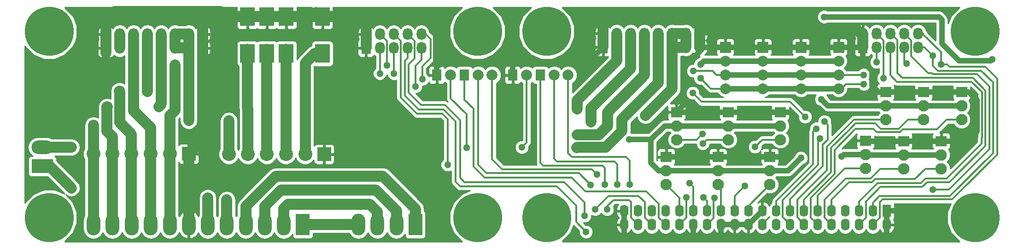
<source format=gbl>
G04 #@! TF.FileFunction,Copper,L2,Bot,Signal*
%FSLAX46Y46*%
G04 Gerber Fmt 4.6, Leading zero omitted, Abs format (unit mm)*
G04 Created by KiCad (PCBNEW 4.0.0-rc1-stable) date mer. 14 oct. 2015 22:43:12 CEST*
%MOMM*%
G01*
G04 APERTURE LIST*
%ADD10C,0.200000*%
%ADD11R,2.540000X2.540000*%
%ADD12C,2.540000*%
%ADD13R,1.998980X1.998980*%
%ADD14C,1.998980*%
%ADD15C,8.999220*%
%ADD16C,2.000000*%
%ADD17O,1.800000X2.200000*%
%ADD18R,1.800000X2.200000*%
%ADD19O,1.600000X2.200000*%
%ADD20R,1.600000X2.200000*%
%ADD21O,2.540000X4.000000*%
%ADD22R,2.540000X4.000000*%
%ADD23R,2.100580X1.899920*%
%ADD24C,2.100580*%
%ADD25O,4.000000X2.540000*%
%ADD26R,4.000000X2.540000*%
%ADD27R,2.700020X3.500120*%
%ADD28R,1.800860X1.998980*%
%ADD29C,1.300000*%
%ADD30C,0.350000*%
%ADD31C,1.000000*%
%ADD32C,2.000000*%
%ADD33C,0.300000*%
%ADD34C,0.254000*%
G04 APERTURE END LIST*
D10*
D11*
X110744000Y-66611500D03*
D12*
X107251500Y-66611500D03*
X103695500Y-66611500D03*
X100203000Y-66611500D03*
X96710500Y-66611500D03*
X93218000Y-66611500D03*
D11*
X85852000Y-66548000D03*
D12*
X82359500Y-66548000D03*
X78803500Y-66548000D03*
X75311000Y-66548000D03*
X71818500Y-66548000D03*
X68326000Y-66548000D03*
D13*
X198374000Y-46926500D03*
D14*
X198374000Y-49466500D03*
X198374000Y-52006500D03*
X198374000Y-54546500D03*
D13*
X191389000Y-46926500D03*
D14*
X191389000Y-49466500D03*
X191389000Y-52006500D03*
X191389000Y-54546500D03*
D13*
X184467500Y-46926500D03*
D14*
X184467500Y-49466500D03*
X184467500Y-52006500D03*
X184467500Y-54546500D03*
D13*
X205295500Y-46926500D03*
D14*
X205295500Y-49466500D03*
X205295500Y-52006500D03*
X205295500Y-54546500D03*
D15*
X60198000Y-44005500D03*
D16*
X60198000Y-44005500D03*
D15*
X60198000Y-78295500D03*
D16*
X60198000Y-78295500D03*
D15*
X138938000Y-44005500D03*
D16*
X138938000Y-44005500D03*
D15*
X138938000Y-78295500D03*
D16*
X138938000Y-78295500D03*
D15*
X151638000Y-44005500D03*
D16*
X151638000Y-44005500D03*
D15*
X151638000Y-78295500D03*
D16*
X151638000Y-78295500D03*
D15*
X230378000Y-44005500D03*
D16*
X230378000Y-44005500D03*
D15*
X230378000Y-78295500D03*
D16*
X230378000Y-78295500D03*
D17*
X219900500Y-46926500D03*
X219900500Y-44386500D03*
X217360500Y-44386500D03*
X217360500Y-46926500D03*
D18*
X209740500Y-46926500D03*
D17*
X209740500Y-44386500D03*
X212280500Y-46926500D03*
X212280500Y-44386500D03*
X214820500Y-46926500D03*
X214820500Y-44386500D03*
X128587500Y-47053500D03*
X128587500Y-44513500D03*
X126047500Y-44513500D03*
X126047500Y-47053500D03*
D18*
X118427500Y-47053500D03*
D17*
X118427500Y-44513500D03*
X120967500Y-47053500D03*
X120967500Y-44513500D03*
X123507500Y-47053500D03*
X123507500Y-44513500D03*
X179768500Y-44386500D03*
X179768500Y-46926500D03*
X177228500Y-46926500D03*
X177228500Y-44386500D03*
X174688500Y-44386500D03*
X174688500Y-46926500D03*
X172148500Y-46926500D03*
X172148500Y-44386500D03*
X169608500Y-44386500D03*
X169608500Y-46926500D03*
D18*
X161988500Y-46926500D03*
D17*
X161988500Y-44386500D03*
X164528500Y-46926500D03*
X164528500Y-44386500D03*
X167068500Y-46926500D03*
X167068500Y-44386500D03*
X88392000Y-44513500D03*
X88392000Y-47053500D03*
X85852000Y-47053500D03*
X85852000Y-44513500D03*
X83312000Y-44513500D03*
X83312000Y-47053500D03*
X80772000Y-47053500D03*
X80772000Y-44513500D03*
X78232000Y-44513500D03*
X78232000Y-47053500D03*
D18*
X70612000Y-47053500D03*
D17*
X70612000Y-44513500D03*
X73152000Y-47053500D03*
X73152000Y-44513500D03*
X75692000Y-47053500D03*
X75692000Y-44513500D03*
D19*
X168402000Y-77025500D03*
X168402000Y-79565500D03*
X165862000Y-79565500D03*
X165862000Y-77025500D03*
X170942000Y-77025500D03*
X170942000Y-79565500D03*
X173482000Y-79565500D03*
X173482000Y-77025500D03*
X176022000Y-77025500D03*
X176022000Y-79565500D03*
X181102000Y-77025500D03*
X181102000Y-79565500D03*
X178562000Y-79565500D03*
X178562000Y-77025500D03*
X183642000Y-77025500D03*
X183642000Y-79565500D03*
X186182000Y-79565500D03*
X186182000Y-77025500D03*
X188722000Y-77025500D03*
X188722000Y-79565500D03*
X191262000Y-79565500D03*
X191262000Y-77025500D03*
X193802000Y-77025500D03*
X193802000Y-79565500D03*
X196342000Y-79565500D03*
X196342000Y-77025500D03*
X198882000Y-77025500D03*
X198882000Y-79565500D03*
X201422000Y-79565500D03*
X201422000Y-77025500D03*
X203962000Y-77025500D03*
X203962000Y-79565500D03*
X206502000Y-79565500D03*
X206502000Y-77025500D03*
D20*
X214122000Y-77025500D03*
D19*
X214122000Y-79565500D03*
X211582000Y-77025500D03*
X211582000Y-79565500D03*
X209042000Y-77025500D03*
X209042000Y-79565500D03*
D21*
X68326000Y-79565500D03*
X71818500Y-79565500D03*
X75374500Y-79565500D03*
X78867000Y-79565500D03*
X82359500Y-79565500D03*
X85852000Y-79565500D03*
X89344500Y-79565500D03*
X92837000Y-79565500D03*
X96329500Y-79565500D03*
X99822000Y-79565500D03*
X103314500Y-79565500D03*
D22*
X106807000Y-79565500D03*
D23*
X224155000Y-64198500D03*
D24*
X224155000Y-66738500D03*
X224155000Y-69278500D03*
D23*
X217233500Y-64198500D03*
D24*
X217233500Y-66738500D03*
X217233500Y-69278500D03*
D23*
X227901500Y-55181500D03*
D24*
X227901500Y-57721500D03*
X227901500Y-60261500D03*
D23*
X210248500Y-64135000D03*
D24*
X210248500Y-66675000D03*
X210248500Y-69215000D03*
D23*
X220916500Y-55181500D03*
D24*
X220916500Y-57721500D03*
X220916500Y-60261500D03*
D23*
X213931500Y-55181500D03*
D24*
X213931500Y-57721500D03*
X213931500Y-60261500D03*
D23*
X192659000Y-67119500D03*
D24*
X192659000Y-69659500D03*
X192659000Y-72199500D03*
D23*
X194564000Y-58864500D03*
D24*
X194564000Y-61404500D03*
X194564000Y-63944500D03*
D23*
X183134000Y-67119500D03*
D24*
X183134000Y-69659500D03*
X183134000Y-72199500D03*
D23*
X185039000Y-58864500D03*
D24*
X185039000Y-61404500D03*
X185039000Y-63944500D03*
D23*
X175514000Y-58864500D03*
D24*
X175514000Y-61404500D03*
X175514000Y-63944500D03*
D23*
X173609000Y-67119500D03*
D24*
X173609000Y-69659500D03*
X173609000Y-72199500D03*
D21*
X117030500Y-79565500D03*
X120523000Y-79565500D03*
X124015500Y-79565500D03*
D22*
X127508000Y-79565500D03*
D25*
X58928000Y-65341500D03*
D26*
X58928000Y-68834000D03*
D27*
X96647000Y-41302940D03*
X96647000Y-48105060D03*
X100203000Y-41302940D03*
X100203000Y-48105060D03*
X103759000Y-41302940D03*
X103759000Y-48105060D03*
X110426500Y-41302940D03*
X110426500Y-48105060D03*
D28*
X136525000Y-52070000D03*
D14*
X139065000Y-52070000D03*
X141605000Y-52070000D03*
D28*
X150495000Y-52070000D03*
D14*
X153035000Y-52070000D03*
X155575000Y-52070000D03*
D28*
X131450080Y-52070000D03*
D14*
X133990080Y-52070000D03*
D28*
X145420080Y-52075080D03*
D14*
X147960080Y-52075080D03*
D29*
X233553000Y-49149000D03*
X80327500Y-57848500D03*
X70866000Y-57912000D03*
X96647000Y-58039000D03*
X136906000Y-65405000D03*
X147066000Y-65341500D03*
X157162500Y-65405000D03*
X202120500Y-56515000D03*
X202628500Y-41338500D03*
X68326000Y-61277500D03*
X169799000Y-59499500D03*
X93218000Y-60452000D03*
X85852000Y-60452000D03*
X78232000Y-55054500D03*
X100203000Y-55054500D03*
X73088500Y-54991000D03*
X157226000Y-63055500D03*
X162750500Y-61404500D03*
X166814500Y-63881000D03*
X205867000Y-67056000D03*
X198374000Y-67310000D03*
X159766000Y-60642500D03*
X75692000Y-52641500D03*
X103695500Y-52514500D03*
X179895500Y-50101500D03*
X167068500Y-49466500D03*
X162306000Y-72199500D03*
X164592000Y-72199500D03*
X159702500Y-72263000D03*
X160528000Y-76771500D03*
X217805000Y-49911000D03*
X201168000Y-61912500D03*
X158877000Y-80899000D03*
X177292000Y-74549000D03*
X92837000Y-74993500D03*
X64262000Y-65341500D03*
X64262000Y-72834500D03*
X89344500Y-74612500D03*
X158623000Y-77978000D03*
X182435500Y-74676000D03*
X222567500Y-73088500D03*
X199136000Y-59753500D03*
X202692000Y-60579000D03*
X178498500Y-55372000D03*
X123507500Y-51752500D03*
X213550500Y-52641500D03*
X120967500Y-51752500D03*
X224091500Y-50101500D03*
X209867500Y-52006500D03*
X178562000Y-51308000D03*
X128778000Y-52832000D03*
X127508000Y-54165500D03*
X179895500Y-52641500D03*
X222631000Y-48450500D03*
X209931000Y-53721000D03*
X188023500Y-72453500D03*
X189928500Y-65278000D03*
X180340000Y-64643000D03*
X180403500Y-74549000D03*
X180276500Y-62865000D03*
X177927000Y-71945500D03*
X201866500Y-63754000D03*
X133413500Y-68580000D03*
X212280500Y-49657000D03*
X122237500Y-50292000D03*
X166878000Y-72199500D03*
X160845500Y-70294500D03*
X162750500Y-76771500D03*
X229616000Y-63373000D03*
X220662500Y-77025500D03*
X107251500Y-49847500D03*
X83312000Y-50165000D03*
X157226000Y-58293000D03*
D30*
X191262000Y-79502000D02*
X192532000Y-78232000D01*
X191262000Y-79502000D02*
X191262000Y-79565500D01*
D31*
X227393500Y-49403000D02*
X224282000Y-46291500D01*
X233299000Y-49403000D02*
X227393500Y-49403000D01*
X233553000Y-49149000D02*
X233299000Y-49403000D01*
D30*
X147955000Y-52070000D02*
X147955000Y-64452500D01*
X147955000Y-64452500D02*
X147066000Y-65341500D01*
X133985000Y-52070000D02*
X133985000Y-56324500D01*
X133985000Y-56324500D02*
X136906000Y-59245500D01*
D32*
X96647000Y-58039000D02*
X96647000Y-47343060D01*
X80772000Y-47053500D02*
X80772000Y-57404000D01*
X80772000Y-57404000D02*
X80327500Y-57848500D01*
X96710500Y-66611500D02*
X96710500Y-58102500D01*
X96710500Y-58102500D02*
X96647000Y-58039000D01*
X70866000Y-57912000D02*
X70802500Y-57912000D01*
X70802500Y-57912000D02*
X70866000Y-57912000D01*
X70866000Y-57912000D02*
X70802500Y-57912000D01*
X71818500Y-63373000D02*
X71818500Y-66548000D01*
X70802500Y-62357000D02*
X71818500Y-63373000D01*
X70802500Y-60452000D02*
X70802500Y-62357000D01*
X70802500Y-57912000D02*
X70802500Y-60452000D01*
X96583500Y-66484500D02*
X96710500Y-66611500D01*
X71818500Y-66548000D02*
X71818500Y-79565500D01*
D30*
X136906000Y-59245500D02*
X136906000Y-65405000D01*
D32*
X169545000Y-56070500D02*
X165481000Y-60134500D01*
X172148500Y-53467000D02*
X169545000Y-56070500D01*
X172148500Y-46926500D02*
X172148500Y-53467000D01*
X162496500Y-65341500D02*
X165481000Y-62357000D01*
X165481000Y-62357000D02*
X165481000Y-60134500D01*
X157226000Y-65341500D02*
X157162500Y-65405000D01*
X157226000Y-65341500D02*
X162496500Y-65341500D01*
D31*
X213931500Y-57721500D02*
X203327000Y-57721500D01*
X203327000Y-57721500D02*
X202120500Y-56515000D01*
X220916500Y-57721500D02*
X227901500Y-57721500D01*
X213931500Y-57721500D02*
X220916500Y-57721500D01*
D32*
X172148500Y-44386500D02*
X172148500Y-46926500D01*
X80772000Y-44513500D02*
X80772000Y-47053500D01*
D31*
X224282000Y-41910000D02*
X224282000Y-46291500D01*
X223774000Y-41402000D02*
X224282000Y-41910000D01*
X221996000Y-41338500D02*
X223774000Y-41338500D01*
X215900000Y-41338500D02*
X221996000Y-41338500D01*
X202628500Y-41338500D02*
X215900000Y-41338500D01*
X223774000Y-41338500D02*
X223774000Y-41402000D01*
D32*
X68326000Y-66548000D02*
X68326000Y-61277500D01*
X174688500Y-53784500D02*
X174688500Y-54610000D01*
X174688500Y-54610000D02*
X169799000Y-59499500D01*
X174688500Y-46926500D02*
X174688500Y-53784500D01*
X93218000Y-60452000D02*
X93218000Y-66611500D01*
X85852000Y-47053500D02*
X85852000Y-60452000D01*
X68326000Y-66548000D02*
X68326000Y-79565500D01*
X174688500Y-46926500D02*
X177228500Y-46926500D01*
X174688500Y-44386500D02*
X177228500Y-44386500D01*
X177228500Y-44386500D02*
X177228500Y-46926500D01*
X174688500Y-44386500D02*
X174688500Y-46926500D01*
X83312000Y-47053500D02*
X83312000Y-44513500D01*
X83312000Y-47053500D02*
X85852000Y-47053500D01*
X83312000Y-44513500D02*
X85852000Y-44513500D01*
X85852000Y-47053500D02*
X85852000Y-44513500D01*
X100203000Y-55054500D02*
X100203000Y-47343060D01*
X78232000Y-47053500D02*
X78232000Y-55054500D01*
X100203000Y-66611500D02*
X100203000Y-55054500D01*
X73088500Y-54991000D02*
X73152000Y-54991000D01*
X73152000Y-54991000D02*
X73088500Y-54991000D01*
X73088500Y-54991000D02*
X73152000Y-54991000D01*
X75311000Y-66548000D02*
X75311000Y-62928500D01*
X73152000Y-60769500D02*
X73152000Y-54991000D01*
X75311000Y-62928500D02*
X73152000Y-60769500D01*
X100076000Y-66484500D02*
X100203000Y-66611500D01*
X75311000Y-66548000D02*
X75311000Y-79502000D01*
X75311000Y-79502000D02*
X75374500Y-79565500D01*
X161226500Y-63055500D02*
X157226000Y-63055500D01*
X162814000Y-61468000D02*
X161226500Y-63055500D01*
D31*
X170815000Y-63881000D02*
X166814500Y-63881000D01*
X162814000Y-61404500D02*
X162814000Y-61468000D01*
X162750500Y-61404500D02*
X162814000Y-61404500D01*
X175514000Y-61404500D02*
X185039000Y-61404500D01*
D32*
X162814000Y-58864500D02*
X162814000Y-61468000D01*
X169608500Y-52070000D02*
X162814000Y-58864500D01*
X169608500Y-46926500D02*
X169608500Y-52070000D01*
D31*
X192659000Y-69659500D02*
X196024500Y-69659500D01*
X206248000Y-66675000D02*
X210248500Y-66675000D01*
X205867000Y-67056000D02*
X206248000Y-66675000D01*
X196024500Y-69659500D02*
X198374000Y-67310000D01*
X175514000Y-61404500D02*
X173291500Y-61404500D01*
X173291500Y-61404500D02*
X170815000Y-63881000D01*
X170815000Y-63881000D02*
X170751500Y-63944500D01*
X185039000Y-61404500D02*
X194564000Y-61404500D01*
X173609000Y-69659500D02*
X172212000Y-69659500D01*
X172212000Y-69659500D02*
X170751500Y-68199000D01*
X170751500Y-68199000D02*
X170751500Y-66675000D01*
X170751500Y-66675000D02*
X170751500Y-63944500D01*
X183134000Y-69659500D02*
X173609000Y-69659500D01*
X192659000Y-69659500D02*
X183134000Y-69659500D01*
X217233500Y-66738500D02*
X210312000Y-66738500D01*
X210312000Y-66738500D02*
X210248500Y-66675000D01*
X224155000Y-66738500D02*
X217233500Y-66738500D01*
D32*
X169608500Y-44386500D02*
X169608500Y-46926500D01*
X78232000Y-44513500D02*
X78232000Y-47053500D01*
X103695500Y-52514500D02*
X103695500Y-47406560D01*
X103695500Y-47406560D02*
X103759000Y-47343060D01*
X103695500Y-66611500D02*
X103695500Y-52514500D01*
X78803500Y-66548000D02*
X78803500Y-61722000D01*
X75692000Y-57658000D02*
X75692000Y-52641500D01*
X75692000Y-58610500D02*
X75692000Y-57658000D01*
X78803500Y-61722000D02*
X75692000Y-58610500D01*
X75692000Y-52641500D02*
X75692000Y-47053500D01*
X103568500Y-66484500D02*
X103695500Y-66611500D01*
X78803500Y-66548000D02*
X78803500Y-79502000D01*
X78803500Y-79502000D02*
X78867000Y-79565500D01*
X162718750Y-55213250D02*
X159766000Y-58166000D01*
X159766000Y-58166000D02*
X159766000Y-60642500D01*
X167068500Y-46926500D02*
X167068500Y-50863500D01*
X167068500Y-50863500D02*
X162718750Y-55213250D01*
X159766000Y-58166000D02*
X159766000Y-60642500D01*
D31*
X184467500Y-49466500D02*
X180530500Y-49466500D01*
X180530500Y-49466500D02*
X179895500Y-50101500D01*
X191389000Y-49466500D02*
X184467500Y-49466500D01*
X198374000Y-49466500D02*
X191389000Y-49466500D01*
X205295500Y-49466500D02*
X198374000Y-49466500D01*
D32*
X167068500Y-46926500D02*
X167068500Y-49466500D01*
X167068500Y-44386500D02*
X167068500Y-46926500D01*
X75692000Y-44513500D02*
X75692000Y-47053500D01*
D30*
X162306000Y-72199500D02*
X162306000Y-69151500D01*
X161861500Y-68707000D02*
X160083500Y-68707000D01*
X162306000Y-69151500D02*
X161861500Y-68707000D01*
X150495000Y-52070000D02*
X150495000Y-68199000D01*
X160083500Y-68707000D02*
X152654000Y-68707000D01*
X152654000Y-68707000D02*
X151003000Y-68707000D01*
X150495000Y-68199000D02*
X151003000Y-68707000D01*
X173482000Y-79565500D02*
X172212000Y-78295500D01*
X172212000Y-78295500D02*
X172212000Y-76517500D01*
X173037500Y-79565500D02*
X173482000Y-79565500D01*
X136525000Y-52070000D02*
X136525000Y-56578500D01*
X136525000Y-56578500D02*
X138176000Y-58229500D01*
X141859000Y-70929500D02*
X140208000Y-70929500D01*
X138176000Y-68897500D02*
X138176000Y-58229500D01*
X140208000Y-70929500D02*
X138176000Y-68897500D01*
X145034000Y-70929500D02*
X141859000Y-70929500D01*
X172212000Y-76517500D02*
X172212000Y-75755500D01*
X158750000Y-73469500D02*
X156210000Y-70929500D01*
X169926000Y-73469500D02*
X158750000Y-73469500D01*
X172212000Y-75755500D02*
X169926000Y-73469500D01*
X156210000Y-70929500D02*
X145034000Y-70929500D01*
X153035000Y-52070000D02*
X153035000Y-67437000D01*
X161480500Y-67945000D02*
X155575000Y-67945000D01*
X155575000Y-67945000D02*
X153543000Y-67945000D01*
X153035000Y-67437000D02*
X153543000Y-67945000D01*
X164592000Y-72199500D02*
X164592000Y-68453000D01*
X164084000Y-67945000D02*
X161480500Y-67945000D01*
X164592000Y-68453000D02*
X164084000Y-67945000D01*
X155702000Y-70104000D02*
X157543500Y-70104000D01*
X157543500Y-70104000D02*
X159702500Y-72263000D01*
X139065000Y-52070000D02*
X139065000Y-68580000D01*
X139065000Y-68580000D02*
X140589000Y-70104000D01*
X146939000Y-70104000D02*
X140589000Y-70104000D01*
X155702000Y-70104000D02*
X146939000Y-70104000D01*
X169672000Y-75882500D02*
X169672000Y-75438000D01*
X169672000Y-75882500D02*
X169672000Y-78295500D01*
X169672000Y-78295500D02*
X170942000Y-79565500D01*
X169672000Y-75438000D02*
X168529000Y-74295000D01*
X168529000Y-74295000D02*
X163004500Y-74295000D01*
X163004500Y-74295000D02*
X160528000Y-76771500D01*
X170942000Y-79565500D02*
X170942000Y-79502000D01*
X170942000Y-79311500D02*
X170942000Y-79565500D01*
X216598500Y-71183500D02*
X212026500Y-71183500D01*
X203962000Y-74993500D02*
X203962000Y-77025500D01*
X207200500Y-71755000D02*
X203962000Y-74993500D01*
X211455000Y-71755000D02*
X207200500Y-71755000D01*
X212026500Y-71183500D02*
X211455000Y-71755000D01*
X224155000Y-69278500D02*
X221234000Y-69278500D01*
X219329000Y-71183500D02*
X216598500Y-71183500D01*
X221234000Y-69278500D02*
X219329000Y-71183500D01*
X202692000Y-76327000D02*
X202692000Y-74993500D01*
X212915500Y-69278500D02*
X217233500Y-69278500D01*
X211137500Y-71056500D02*
X212915500Y-69278500D01*
X206629000Y-71056500D02*
X211137500Y-71056500D01*
X202692000Y-74993500D02*
X206629000Y-71056500D01*
X203962000Y-79565500D02*
X202692000Y-78295500D01*
X202692000Y-78295500D02*
X202692000Y-76327000D01*
X210248500Y-69215000D02*
X206438500Y-69215000D01*
X201422000Y-74231500D02*
X201422000Y-77025500D01*
X206438500Y-69215000D02*
X201422000Y-74231500D01*
X210375500Y-61976000D02*
X208407000Y-61976000D01*
X204533500Y-70231000D02*
X200152000Y-74612500D01*
X204533500Y-65849500D02*
X204533500Y-70231000D01*
X208407000Y-61976000D02*
X204533500Y-65849500D01*
X200152000Y-75184000D02*
X200152000Y-74612500D01*
X200152000Y-75882500D02*
X200152000Y-75184000D01*
X201422000Y-79565500D02*
X200152000Y-78295500D01*
X200152000Y-78295500D02*
X200152000Y-75882500D01*
X227901500Y-60261500D02*
X225107500Y-60261500D01*
X211709000Y-61976000D02*
X210375500Y-61976000D01*
X212313002Y-62580002D02*
X211709000Y-61976000D01*
X216594686Y-62580002D02*
X212313002Y-62580002D01*
X217135188Y-62039500D02*
X216594686Y-62580002D01*
X223329500Y-62039500D02*
X217135188Y-62039500D01*
X225107500Y-60261500D02*
X223329500Y-62039500D01*
X198882000Y-77025500D02*
X198882000Y-74993500D01*
X203929498Y-65437502D02*
X207264000Y-62103000D01*
X203929498Y-69946002D02*
X203929498Y-65437502D01*
X198882000Y-74993500D02*
X203929498Y-69946002D01*
X210820000Y-60960000D02*
X208407000Y-60960000D01*
X208407000Y-60960000D02*
X207264000Y-62103000D01*
X208407000Y-60960000D02*
X209550000Y-60960000D01*
X213741000Y-61976000D02*
X213042500Y-61976000D01*
X212026500Y-60960000D02*
X210820000Y-60960000D01*
X210820000Y-60960000D02*
X209550000Y-60960000D01*
X209550000Y-60960000D02*
X208407000Y-60960000D01*
X213042500Y-61976000D02*
X212026500Y-60960000D01*
X220916500Y-60261500D02*
X218059000Y-60261500D01*
X216344500Y-61976000D02*
X213741000Y-61976000D01*
X218059000Y-60261500D02*
X216344500Y-61976000D01*
X209105500Y-60261500D02*
X208089500Y-60261500D01*
X208089500Y-60261500D02*
X203136500Y-65214500D01*
X203136500Y-69532500D02*
X197675500Y-74993500D01*
X203136500Y-65214500D02*
X203136500Y-69532500D01*
X197675500Y-74993500D02*
X197675500Y-75819000D01*
X209105500Y-60261500D02*
X213931500Y-60261500D01*
X198882000Y-79565500D02*
X198882000Y-79438500D01*
X197675500Y-78232000D02*
X197675500Y-75819000D01*
X197675500Y-75819000D02*
X197675500Y-74993500D01*
X198882000Y-79438500D02*
X197675500Y-78232000D01*
D33*
X217360500Y-46926500D02*
X217360500Y-49466500D01*
X217360500Y-49466500D02*
X217805000Y-49911000D01*
D30*
X200596500Y-62484000D02*
X200596500Y-63563500D01*
X201168000Y-61912500D02*
X200596500Y-62484000D01*
X193802000Y-75247500D02*
X200596500Y-68453000D01*
X200596500Y-68453000D02*
X200596500Y-68199000D01*
X193802000Y-75247500D02*
X193802000Y-77025500D01*
X200596500Y-63563500D02*
X200596500Y-68199000D01*
X144208500Y-72517000D02*
X135699500Y-72517000D01*
X134874000Y-71691500D02*
X134874000Y-65341500D01*
X135699500Y-72517000D02*
X134874000Y-71691500D01*
X176022000Y-79565500D02*
X177292000Y-78295500D01*
X157099000Y-77025500D02*
X157035500Y-77025500D01*
X157035500Y-77089000D02*
X157099000Y-77025500D01*
X157035500Y-79057500D02*
X157035500Y-77089000D01*
X158877000Y-80899000D02*
X157035500Y-79057500D01*
X177292000Y-78295500D02*
X177292000Y-74549000D01*
X126047500Y-47053500D02*
X126047500Y-48895000D01*
X134874000Y-60579000D02*
X134874000Y-65341500D01*
X132651500Y-58356500D02*
X134874000Y-60579000D01*
X128079500Y-58356500D02*
X132651500Y-58356500D01*
X126047500Y-48895000D02*
X125539500Y-49403000D01*
X125539500Y-49403000D02*
X125539500Y-55816500D01*
X125539500Y-55816500D02*
X128079500Y-58356500D01*
X152273000Y-72517000D02*
X153479500Y-72517000D01*
X157035500Y-76073000D02*
X157035500Y-77025500D01*
X153479500Y-72517000D02*
X157035500Y-76073000D01*
X144208500Y-72517000D02*
X152273000Y-72517000D01*
D32*
X106807000Y-79565500D02*
X117030500Y-79565500D01*
X103314500Y-79565500D02*
X103314500Y-76581000D01*
X120523000Y-77216000D02*
X120523000Y-79565500D01*
X119126000Y-75819000D02*
X120523000Y-77216000D01*
X104076500Y-75819000D02*
X119126000Y-75819000D01*
X103314500Y-76581000D02*
X104076500Y-75819000D01*
X124015500Y-79565500D02*
X124015500Y-77025500D01*
X99822000Y-76200000D02*
X99822000Y-79565500D01*
X102806500Y-73215500D02*
X99822000Y-76200000D01*
X120205500Y-73215500D02*
X102806500Y-73215500D01*
X124015500Y-77025500D02*
X120205500Y-73215500D01*
X96329500Y-79565500D02*
X96329500Y-76200000D01*
X127508000Y-76644500D02*
X127508000Y-79565500D01*
X121539000Y-70675500D02*
X127508000Y-76644500D01*
X101854000Y-70675500D02*
X121539000Y-70675500D01*
X96329500Y-76200000D02*
X101854000Y-70675500D01*
X92837000Y-74993500D02*
X92837000Y-79565500D01*
X58928000Y-65341500D02*
X64262000Y-65341500D01*
X60261500Y-68834000D02*
X58928000Y-68834000D01*
X64262000Y-72834500D02*
X60261500Y-68834000D01*
X89344500Y-79565500D02*
X89344500Y-74612500D01*
D30*
X222567500Y-73088500D02*
X225552000Y-73088500D01*
X225552000Y-73088500D02*
X232981500Y-65659000D01*
X232981500Y-65659000D02*
X232981500Y-54165500D01*
X153987500Y-71755000D02*
X154876500Y-71755000D01*
X158623000Y-75501500D02*
X158623000Y-77978000D01*
X154876500Y-71755000D02*
X158623000Y-75501500D01*
X126238000Y-53149500D02*
X126238000Y-55245000D01*
X136525000Y-71755000D02*
X137033000Y-71755000D01*
X135699500Y-70929500D02*
X136525000Y-71755000D01*
X135699500Y-60325000D02*
X135699500Y-70929500D01*
X132905500Y-57531000D02*
X135699500Y-60325000D01*
X128524000Y-57531000D02*
X132905500Y-57531000D01*
X126238000Y-55245000D02*
X128524000Y-57531000D01*
X145034000Y-71755000D02*
X137033000Y-71755000D01*
X145034000Y-71755000D02*
X153987500Y-71755000D01*
X127317500Y-46990000D02*
X127317500Y-45783500D01*
X127317500Y-45783500D02*
X126047500Y-44513500D01*
X127317500Y-49022000D02*
X126238000Y-50101500D01*
X126238000Y-50101500D02*
X126238000Y-53149500D01*
X127317500Y-46990000D02*
X127317500Y-49022000D01*
X182308500Y-78359000D02*
X181102000Y-79565500D01*
X182308500Y-74803000D02*
X182308500Y-78359000D01*
X182435500Y-74676000D02*
X182308500Y-74803000D01*
X222250000Y-51689000D02*
X222473002Y-51689000D01*
X218630500Y-45656500D02*
X218630500Y-48577500D01*
X218630500Y-48577500D02*
X221742000Y-51689000D01*
X221742000Y-51689000D02*
X222250000Y-51689000D01*
X217360500Y-44386500D02*
X218630500Y-45656500D01*
X232981500Y-54165500D02*
X232981500Y-65659000D01*
X230695500Y-51879500D02*
X232981500Y-54165500D01*
X222663502Y-51879500D02*
X230695500Y-51879500D01*
X222473002Y-51689000D02*
X222663502Y-51879500D01*
X181102000Y-79565500D02*
X181102000Y-79502000D01*
X214757000Y-71945500D02*
X212407500Y-71945500D01*
X209042000Y-75311000D02*
X209042000Y-77025500D01*
X212407500Y-71945500D02*
X209042000Y-75311000D01*
X231584500Y-63627000D02*
X231624502Y-63627000D01*
X231584500Y-64643000D02*
X231584500Y-63627000D01*
X225107500Y-71120000D02*
X231584500Y-64643000D01*
X221234000Y-71120000D02*
X225107500Y-71120000D01*
X220408500Y-71945500D02*
X221234000Y-71120000D01*
X214757000Y-71945500D02*
X220408500Y-71945500D01*
X214820500Y-46926500D02*
X214820500Y-52070000D01*
X214820500Y-52070000D02*
X216027000Y-53276500D01*
X216027000Y-53276500D02*
X229743000Y-53276500D01*
X229743000Y-53276500D02*
X231624502Y-55158002D01*
X231624502Y-55158002D02*
X231624502Y-63627000D01*
X194310000Y-56959500D02*
X196342000Y-56959500D01*
X196342000Y-56959500D02*
X199136000Y-59753500D01*
X202374500Y-66357500D02*
X202374500Y-64833500D01*
X199136000Y-59753500D02*
X196342000Y-56959500D01*
X203263500Y-61150500D02*
X202692000Y-60579000D01*
X203263500Y-63944500D02*
X203263500Y-61150500D01*
X202374500Y-64833500D02*
X203263500Y-63944500D01*
X178498500Y-55372000D02*
X180086000Y-56959500D01*
X180086000Y-56959500D02*
X194310000Y-56959500D01*
X123507500Y-51752500D02*
X123507500Y-47053500D01*
X196342000Y-77025500D02*
X196342000Y-74866500D01*
X202374500Y-68834000D02*
X202374500Y-68135500D01*
X196342000Y-74866500D02*
X202374500Y-68834000D01*
X202374500Y-68135500D02*
X202374500Y-66357500D01*
X213550500Y-49530000D02*
X213550500Y-52641500D01*
X213550500Y-47117000D02*
X213550500Y-49530000D01*
X213550500Y-45656500D02*
X212280500Y-44386500D01*
X213550500Y-47117000D02*
X213550500Y-45656500D01*
X120967500Y-47053500D02*
X120967500Y-51752500D01*
X224091500Y-50101500D02*
X225234500Y-50101500D01*
X234442000Y-66675000D02*
X227711000Y-73406000D01*
X234442000Y-52705000D02*
X234442000Y-66675000D01*
X232219500Y-50482500D02*
X234442000Y-52705000D01*
X225615500Y-50482500D02*
X232219500Y-50482500D01*
X225234500Y-50101500D02*
X225615500Y-50482500D01*
X224028000Y-74930000D02*
X226187000Y-74930000D01*
X226187000Y-74930000D02*
X227711000Y-73406000D01*
X213360000Y-74930000D02*
X212852000Y-75438000D01*
X224028000Y-74930000D02*
X213360000Y-74930000D01*
X212852000Y-78295500D02*
X211582000Y-79565500D01*
X212852000Y-75438000D02*
X212852000Y-78295500D01*
X130302000Y-45466000D02*
X129349500Y-44513500D01*
X130302000Y-48895000D02*
X130302000Y-45466000D01*
X128778000Y-50419000D02*
X130302000Y-48895000D01*
X128778000Y-50927000D02*
X128778000Y-50419000D01*
X129349500Y-44513500D02*
X128587500Y-44513500D01*
X219900500Y-44386500D02*
X220662500Y-44386500D01*
X220662500Y-44386500D02*
X224091500Y-47815500D01*
X224091500Y-47815500D02*
X224091500Y-50101500D01*
X205295500Y-52006500D02*
X209867500Y-52006500D01*
X182118000Y-51308000D02*
X182816500Y-52006500D01*
X178562000Y-51308000D02*
X182118000Y-51308000D01*
X182816500Y-52006500D02*
X184467500Y-52006500D01*
D31*
X198374000Y-52006500D02*
X205295500Y-52006500D01*
X191389000Y-52006500D02*
X198374000Y-52006500D01*
X184467500Y-52006500D02*
X191389000Y-52006500D01*
D30*
X220853000Y-44386500D02*
X219900500Y-44386500D01*
X219900500Y-44386500D02*
X220853000Y-44386500D01*
X128778000Y-52832000D02*
X128778000Y-50927000D01*
X223139000Y-74325998D02*
X225775002Y-74325998D01*
X233680000Y-66421000D02*
X233680000Y-53403500D01*
X225775002Y-74325998D02*
X233680000Y-66421000D01*
X128587500Y-47053500D02*
X128587500Y-49276000D01*
X127508000Y-50355500D02*
X127508000Y-54165500D01*
X128587500Y-49276000D02*
X127508000Y-50355500D01*
X181800500Y-54546500D02*
X184467500Y-54546500D01*
X179895500Y-52641500D02*
X181800500Y-54546500D01*
X128587500Y-47053500D02*
X128587500Y-48069500D01*
X212821002Y-74325998D02*
X211582000Y-75565000D01*
X223139000Y-74325998D02*
X212821002Y-74325998D01*
X211582000Y-75565000D02*
X211582000Y-77025500D01*
X222631000Y-48450500D02*
X222631000Y-50355500D01*
X231521000Y-51244500D02*
X233680000Y-53403500D01*
X223520000Y-51244500D02*
X231521000Y-51244500D01*
X222631000Y-50355500D02*
X223520000Y-51244500D01*
X219900500Y-46926500D02*
X221107000Y-46926500D01*
X221107000Y-46926500D02*
X222631000Y-48450500D01*
D33*
X221107000Y-46926500D02*
X222631000Y-48450500D01*
D30*
X205295500Y-54546500D02*
X205803500Y-54546500D01*
X205803500Y-54546500D02*
X206629000Y-53721000D01*
X206629000Y-53721000D02*
X209931000Y-53721000D01*
X211582000Y-77025500D02*
X211582000Y-75565000D01*
D31*
X198374000Y-54546500D02*
X205295500Y-54546500D01*
X191389000Y-54546500D02*
X198374000Y-54546500D01*
X184467500Y-54546500D02*
X191389000Y-54546500D01*
D30*
X188722000Y-77025500D02*
X188722000Y-76136500D01*
X188722000Y-76136500D02*
X192659000Y-72199500D01*
X186182000Y-77025500D02*
X186182000Y-74295000D01*
X186182000Y-74295000D02*
X188023500Y-72453500D01*
X191262000Y-63944500D02*
X194564000Y-63944500D01*
X189928500Y-65278000D02*
X191262000Y-63944500D01*
X186182000Y-75755500D02*
X186182000Y-77025500D01*
X186182000Y-77025500D02*
X186182000Y-75755500D01*
X183642000Y-77025500D02*
X183642000Y-72707500D01*
X183642000Y-72707500D02*
X183134000Y-72199500D01*
X185039000Y-63944500D02*
X181038500Y-63944500D01*
X181038500Y-63944500D02*
X180340000Y-64643000D01*
X181102000Y-77025500D02*
X181102000Y-75247500D01*
X181102000Y-75247500D02*
X180403500Y-74549000D01*
X175514000Y-63944500D02*
X179197000Y-63944500D01*
X179197000Y-63944500D02*
X180276500Y-62865000D01*
X178562000Y-77025500D02*
X178562000Y-72580500D01*
X178562000Y-72580500D02*
X177927000Y-71945500D01*
X176022000Y-77025500D02*
X176022000Y-74612500D01*
X176022000Y-74612500D02*
X173609000Y-72199500D01*
X232283000Y-54991000D02*
X232283000Y-65087500D01*
X225615500Y-71755000D02*
X225425000Y-71755000D01*
X232283000Y-65087500D02*
X225615500Y-71755000D01*
X212979000Y-72644000D02*
X210312000Y-75311000D01*
X210312000Y-78295500D02*
X209042000Y-79565500D01*
X210312000Y-75311000D02*
X210312000Y-78295500D01*
X225425000Y-71755000D02*
X221551500Y-71755000D01*
X221551500Y-71755000D02*
X220662500Y-72644000D01*
X220662500Y-72644000D02*
X212979000Y-72644000D01*
X216090500Y-47371000D02*
X216090500Y-51689000D01*
X232283000Y-54927500D02*
X232283000Y-54991000D01*
X229933500Y-52578000D02*
X232283000Y-54927500D01*
X216979500Y-52578000D02*
X229933500Y-52578000D01*
X216090500Y-51689000D02*
X216979500Y-52578000D01*
X214820500Y-44386500D02*
X214884000Y-44386500D01*
X216090500Y-45593000D02*
X216090500Y-47371000D01*
X214884000Y-44386500D02*
X216090500Y-45593000D01*
X124777500Y-48895000D02*
X124777500Y-56197500D01*
X127762000Y-59182000D02*
X130746500Y-59182000D01*
X124777500Y-56197500D02*
X127762000Y-59182000D01*
X133413500Y-60134500D02*
X133413500Y-61468000D01*
X132461000Y-59182000D02*
X133413500Y-60134500D01*
X130746500Y-59182000D02*
X132461000Y-59182000D01*
X133413500Y-61468000D02*
X133413500Y-68580000D01*
X201549000Y-65786000D02*
X201549000Y-64071500D01*
X201549000Y-64071500D02*
X201866500Y-63754000D01*
X201549000Y-68516500D02*
X201549000Y-68326000D01*
X195022844Y-75042656D02*
X201549000Y-68516500D01*
X195022844Y-78182844D02*
X195022844Y-75042656D01*
X196342000Y-79502000D02*
X195022844Y-78182844D01*
X201549000Y-68326000D02*
X201549000Y-65786000D01*
X123507500Y-44513500D02*
X124777500Y-45783500D01*
X124777500Y-45783500D02*
X124777500Y-48895000D01*
X196342000Y-79565500D02*
X196342000Y-79502000D01*
X212280500Y-46926500D02*
X212280500Y-49657000D01*
X122237500Y-45783500D02*
X122237500Y-50292000D01*
X120967500Y-44513500D02*
X122237500Y-45783500D01*
X166878000Y-72199500D02*
X166878000Y-67818000D01*
X166179500Y-67119500D02*
X163004500Y-67119500D01*
X166878000Y-67818000D02*
X166179500Y-67119500D01*
X155575000Y-52070000D02*
X155575000Y-66421000D01*
X163004500Y-67119500D02*
X156273500Y-67119500D01*
X155575000Y-66421000D02*
X156273500Y-67119500D01*
X159956500Y-69405500D02*
X159258000Y-69405500D01*
X160845500Y-70294500D02*
X159956500Y-69405500D01*
X159258000Y-69405500D02*
X158496000Y-69405500D01*
X141605000Y-52070000D02*
X141605000Y-67564000D01*
X158496000Y-69405500D02*
X146621500Y-69405500D01*
X146621500Y-69405500D02*
X143446500Y-69405500D01*
X141605000Y-67564000D02*
X143446500Y-69405500D01*
X164211000Y-75057000D02*
X163893500Y-75057000D01*
X162750500Y-76200000D02*
X162750500Y-76771500D01*
X163893500Y-75057000D02*
X162750500Y-76200000D01*
X166179500Y-75057000D02*
X164211000Y-75057000D01*
X167132000Y-78295500D02*
X167132000Y-75374500D01*
X167132000Y-75374500D02*
X166814500Y-75057000D01*
X166179500Y-75057000D02*
X166814500Y-75057000D01*
X167132000Y-78295500D02*
X168402000Y-79565500D01*
D31*
X145415000Y-52070000D02*
X145415000Y-49784000D01*
X145415000Y-49784000D02*
X145542000Y-49784000D01*
X145542000Y-49784000D02*
X159131000Y-49784000D01*
X131445000Y-52070000D02*
X131445000Y-49784000D01*
D32*
X131762500Y-43053000D02*
X131762500Y-49784000D01*
D31*
X131445000Y-49784000D02*
X131762500Y-49784000D01*
X131445000Y-49784000D02*
X131445000Y-49403000D01*
X131445000Y-49403000D02*
X131762500Y-49085500D01*
D32*
X96647000Y-41302940D02*
X92674440Y-41302940D01*
X91694000Y-40322500D02*
X88392000Y-40322500D01*
X92674440Y-41302940D02*
X91694000Y-40322500D01*
X103759000Y-41302940D02*
X110426500Y-41302940D01*
X100203000Y-41302940D02*
X103759000Y-41302940D01*
X96647000Y-41302940D02*
X100203000Y-41302940D01*
X118427500Y-44513500D02*
X118427500Y-41275000D01*
X118427500Y-41275000D02*
X118427500Y-42354500D01*
X110426500Y-41302940D02*
X116613940Y-41302940D01*
X116613940Y-41302940D02*
X116641880Y-41275000D01*
X116641880Y-41275000D02*
X129984500Y-41275000D01*
X129984500Y-41275000D02*
X131762500Y-43053000D01*
D31*
X131762500Y-49784000D02*
X145542000Y-49784000D01*
X159131000Y-49784000D02*
X161988500Y-46926500D01*
X131762500Y-43815000D02*
X131762500Y-49085500D01*
X129222500Y-41275000D02*
X131762500Y-43815000D01*
X119507000Y-41275000D02*
X129222500Y-41275000D01*
X118427500Y-42354500D02*
X119507000Y-41275000D01*
D32*
X109247940Y-40540940D02*
X110617000Y-41910000D01*
X88392000Y-47053500D02*
X88392000Y-64008000D01*
X88392000Y-64008000D02*
X85852000Y-66548000D01*
X110617000Y-66484500D02*
X110744000Y-66611500D01*
X85852000Y-66548000D02*
X85852000Y-79565500D01*
D30*
X86360000Y-77787500D02*
X86264750Y-77882750D01*
X86264750Y-77882750D02*
X86360000Y-77787500D01*
D32*
X174244000Y-40830500D02*
X178054000Y-40830500D01*
X178054000Y-40830500D02*
X179768500Y-42545000D01*
X209740500Y-44386500D02*
X209359500Y-44386500D01*
X180403500Y-43751500D02*
X179768500Y-44386500D01*
X208724500Y-43751500D02*
X180403500Y-43751500D01*
X209359500Y-44386500D02*
X208724500Y-43751500D01*
D31*
X175514000Y-58864500D02*
X185039000Y-58864500D01*
X209740500Y-46926500D02*
X209740500Y-49530000D01*
X209740500Y-49530000D02*
X211455000Y-51244500D01*
X213931500Y-55181500D02*
X212598000Y-55181500D01*
X211455000Y-54038500D02*
X211455000Y-51244500D01*
X212598000Y-55181500D02*
X211455000Y-54038500D01*
X194564000Y-58864500D02*
X196405500Y-58864500D01*
X194500500Y-67119500D02*
X192659000Y-67119500D01*
X196977000Y-64643000D02*
X194500500Y-67119500D01*
X196977000Y-59436000D02*
X196977000Y-64643000D01*
X196405500Y-58864500D02*
X196977000Y-59436000D01*
X179768500Y-46926500D02*
X179768500Y-47688500D01*
X176911000Y-57467500D02*
X175514000Y-58864500D01*
X176911000Y-50546000D02*
X176911000Y-57467500D01*
X179768500Y-47688500D02*
X176911000Y-50546000D01*
X165862000Y-79565500D02*
X165862000Y-77025500D01*
X185039000Y-58864500D02*
X194564000Y-58864500D01*
X173609000Y-67119500D02*
X183134000Y-67119500D01*
X214122000Y-77025500D02*
X220662500Y-77025500D01*
X229616000Y-63373000D02*
X229679500Y-63436500D01*
X183134000Y-67119500D02*
X192659000Y-67119500D01*
X184467500Y-46926500D02*
X179768500Y-46926500D01*
X205295500Y-46926500D02*
X209740500Y-46926500D01*
X227901500Y-55181500D02*
X229235000Y-55181500D01*
X229235000Y-55181500D02*
X230695500Y-56642000D01*
X230695500Y-56642000D02*
X230695500Y-58737500D01*
X230695500Y-62420500D02*
X230695500Y-58737500D01*
X229679500Y-63436500D02*
X230695500Y-62420500D01*
X228917500Y-64198500D02*
X229679500Y-63436500D01*
X228917500Y-64198500D02*
X224155000Y-64198500D01*
X217233500Y-64198500D02*
X210312000Y-64198500D01*
X210312000Y-64198500D02*
X210248500Y-64135000D01*
X224155000Y-64198500D02*
X217233500Y-64198500D01*
X220916500Y-55181500D02*
X213931500Y-55181500D01*
X227901500Y-55181500D02*
X220916500Y-55181500D01*
X198374000Y-46926500D02*
X205295500Y-46926500D01*
X191389000Y-46926500D02*
X198374000Y-46926500D01*
X184467500Y-46926500D02*
X191389000Y-46926500D01*
D32*
X88392000Y-44513500D02*
X88392000Y-40322500D01*
X88392000Y-40322500D02*
X88392000Y-40894000D01*
X88392000Y-40894000D02*
X88392000Y-40322500D01*
X70612000Y-44513500D02*
X70612000Y-41973500D01*
X72263000Y-40322500D02*
X88392000Y-40322500D01*
X70612000Y-41973500D02*
X72263000Y-40322500D01*
D31*
X188722000Y-79565500D02*
X191262000Y-77025500D01*
X186182000Y-79565500D02*
X188722000Y-79565500D01*
X183642000Y-79565500D02*
X186182000Y-79565500D01*
X183642000Y-79565500D02*
X183642000Y-81343500D01*
X178562000Y-79565500D02*
X178562000Y-81978500D01*
X178371500Y-81851500D02*
X178371500Y-81978500D01*
X178435000Y-81851500D02*
X178371500Y-81851500D01*
X178562000Y-81978500D02*
X178435000Y-81851500D01*
X214122000Y-79565500D02*
X214122000Y-81089500D01*
X214122000Y-81089500D02*
X213233000Y-81978500D01*
X213233000Y-81978500D02*
X178371500Y-81978500D01*
X165862000Y-81343500D02*
X165862000Y-79565500D01*
X178371500Y-81978500D02*
X166497000Y-81978500D01*
X166497000Y-81978500D02*
X165862000Y-81343500D01*
X214122000Y-77025500D02*
X214122000Y-79565500D01*
D32*
X179768500Y-44386500D02*
X179768500Y-42545000D01*
X174053500Y-40830500D02*
X174244000Y-40830500D01*
X161988500Y-42608500D02*
X163766500Y-40830500D01*
X163766500Y-40830500D02*
X174053500Y-40830500D01*
X161988500Y-44386500D02*
X161988500Y-42608500D01*
X209740500Y-44386500D02*
X209740500Y-46926500D01*
X179768500Y-44386500D02*
X179768500Y-46926500D01*
X161988500Y-44386500D02*
X161988500Y-46926500D01*
X118427500Y-47053500D02*
X118427500Y-44513500D01*
X70612000Y-47053500D02*
X70612000Y-47942500D01*
X70612000Y-44513500D02*
X70612000Y-47053500D01*
X88392000Y-44513500D02*
X88392000Y-47053500D01*
D30*
X183642000Y-81343500D02*
X183642000Y-81851500D01*
X178562000Y-79565500D02*
X178562000Y-81851500D01*
X183642000Y-81851500D02*
X213360000Y-81851500D01*
X213360000Y-81851500D02*
X214122000Y-81089500D01*
X178562000Y-81851500D02*
X183642000Y-81851500D01*
D32*
X110426500Y-48105060D02*
X108993940Y-48105060D01*
X108993940Y-48105060D02*
X107251500Y-49847500D01*
X107251500Y-66611500D02*
X107251500Y-49847500D01*
X82359500Y-66548000D02*
X82359500Y-59499500D01*
X82359500Y-59499500D02*
X83312000Y-58547000D01*
X83312000Y-58547000D02*
X83312000Y-50165000D01*
X107124500Y-66484500D02*
X107251500Y-66611500D01*
X82359500Y-66548000D02*
X82359500Y-79565500D01*
X164528500Y-46926500D02*
X164528500Y-49403000D01*
X164528500Y-49403000D02*
X157226000Y-56705500D01*
X157226000Y-56705500D02*
X157226000Y-58293000D01*
X164528500Y-44386500D02*
X164528500Y-46926500D01*
X73152000Y-44513500D02*
X73152000Y-47053500D01*
D34*
G36*
X225244283Y-77269682D02*
X225242501Y-79312356D01*
X226022551Y-81200223D01*
X227465680Y-82645872D01*
X227512949Y-82665500D01*
X154507507Y-82665500D01*
X154542723Y-82650949D01*
X155988372Y-81207820D01*
X156590419Y-79757931D01*
X157592121Y-80759633D01*
X157591777Y-81153481D01*
X157786995Y-81625943D01*
X158148155Y-81987735D01*
X158620276Y-82183777D01*
X159131481Y-82184223D01*
X159603943Y-81989005D01*
X159965735Y-81627845D01*
X160161777Y-81155724D01*
X160162223Y-80644519D01*
X159967005Y-80172057D01*
X159605845Y-79810265D01*
X159322236Y-79692500D01*
X164427000Y-79692500D01*
X164427000Y-79992500D01*
X164584834Y-80531983D01*
X164937104Y-80970000D01*
X165430181Y-81239867D01*
X165512961Y-81257404D01*
X165735000Y-81135415D01*
X165735000Y-79692500D01*
X164427000Y-79692500D01*
X159322236Y-79692500D01*
X159133724Y-79614223D01*
X158737390Y-79613877D01*
X158386307Y-79262794D01*
X158877481Y-79263223D01*
X159349943Y-79068005D01*
X159711735Y-78706845D01*
X159907777Y-78234724D01*
X159908064Y-77905458D01*
X160271276Y-78056277D01*
X160782481Y-78056723D01*
X161254943Y-77861505D01*
X161616735Y-77500345D01*
X161639063Y-77446574D01*
X161660495Y-77498443D01*
X162021655Y-77860235D01*
X162493776Y-78056277D01*
X163004981Y-78056723D01*
X163477443Y-77861505D01*
X163839235Y-77500345D01*
X163983673Y-77152500D01*
X164427000Y-77152500D01*
X164427000Y-77452500D01*
X164584834Y-77991983D01*
X164828934Y-78295500D01*
X164584834Y-78599017D01*
X164427000Y-79138500D01*
X164427000Y-79438500D01*
X165735000Y-79438500D01*
X165735000Y-77152500D01*
X164427000Y-77152500D01*
X163983673Y-77152500D01*
X164035277Y-77028224D01*
X164035723Y-76517019D01*
X163902183Y-76193829D01*
X164229013Y-75867000D01*
X164739261Y-75867000D01*
X164584834Y-76059017D01*
X164427000Y-76598500D01*
X164427000Y-76898500D01*
X165735000Y-76898500D01*
X165735000Y-76878500D01*
X165989000Y-76878500D01*
X165989000Y-76898500D01*
X166009000Y-76898500D01*
X166009000Y-77152500D01*
X165989000Y-77152500D01*
X165989000Y-79438500D01*
X166009000Y-79438500D01*
X166009000Y-79692500D01*
X165989000Y-79692500D01*
X165989000Y-81135415D01*
X166211039Y-81257404D01*
X166293819Y-81239867D01*
X166786896Y-80970000D01*
X167135208Y-80536904D01*
X167387302Y-80914189D01*
X167852849Y-81225258D01*
X168402000Y-81334491D01*
X168951151Y-81225258D01*
X169416698Y-80914189D01*
X169672000Y-80532103D01*
X169927302Y-80914189D01*
X170392849Y-81225258D01*
X170942000Y-81334491D01*
X171491151Y-81225258D01*
X171956698Y-80914189D01*
X172212000Y-80532103D01*
X172467302Y-80914189D01*
X172932849Y-81225258D01*
X173482000Y-81334491D01*
X174031151Y-81225258D01*
X174496698Y-80914189D01*
X174752000Y-80532103D01*
X175007302Y-80914189D01*
X175472849Y-81225258D01*
X176022000Y-81334491D01*
X176571151Y-81225258D01*
X177036698Y-80914189D01*
X177288792Y-80536904D01*
X177637104Y-80970000D01*
X178130181Y-81239867D01*
X178212961Y-81257404D01*
X178435000Y-81135415D01*
X178435000Y-79692500D01*
X178415000Y-79692500D01*
X178415000Y-79438500D01*
X178435000Y-79438500D01*
X178435000Y-79418500D01*
X178689000Y-79418500D01*
X178689000Y-79438500D01*
X178709000Y-79438500D01*
X178709000Y-79692500D01*
X178689000Y-79692500D01*
X178689000Y-81135415D01*
X178911039Y-81257404D01*
X178993819Y-81239867D01*
X179486896Y-80970000D01*
X179835208Y-80536904D01*
X180087302Y-80914189D01*
X180552849Y-81225258D01*
X181102000Y-81334491D01*
X181651151Y-81225258D01*
X182116698Y-80914189D01*
X182368792Y-80536904D01*
X182717104Y-80970000D01*
X183210181Y-81239867D01*
X183292961Y-81257404D01*
X183515000Y-81135415D01*
X183515000Y-79692500D01*
X183769000Y-79692500D01*
X183769000Y-81135415D01*
X183991039Y-81257404D01*
X184073819Y-81239867D01*
X184566896Y-80970000D01*
X184912000Y-80540893D01*
X185257104Y-80970000D01*
X185750181Y-81239867D01*
X185832961Y-81257404D01*
X186055000Y-81135415D01*
X186055000Y-79692500D01*
X186309000Y-79692500D01*
X186309000Y-81135415D01*
X186531039Y-81257404D01*
X186613819Y-81239867D01*
X187106896Y-80970000D01*
X187452000Y-80540893D01*
X187797104Y-80970000D01*
X188290181Y-81239867D01*
X188372961Y-81257404D01*
X188595000Y-81135415D01*
X188595000Y-79692500D01*
X186309000Y-79692500D01*
X186055000Y-79692500D01*
X183769000Y-79692500D01*
X183515000Y-79692500D01*
X183495000Y-79692500D01*
X183495000Y-79438500D01*
X183515000Y-79438500D01*
X183515000Y-79418500D01*
X183769000Y-79418500D01*
X183769000Y-79438500D01*
X186055000Y-79438500D01*
X186055000Y-79418500D01*
X186309000Y-79418500D01*
X186309000Y-79438500D01*
X188595000Y-79438500D01*
X188595000Y-79418500D01*
X188849000Y-79418500D01*
X188849000Y-79438500D01*
X188869000Y-79438500D01*
X188869000Y-79692500D01*
X188849000Y-79692500D01*
X188849000Y-81135415D01*
X189071039Y-81257404D01*
X189153819Y-81239867D01*
X189646896Y-80970000D01*
X189995208Y-80536904D01*
X190247302Y-80914189D01*
X190712849Y-81225258D01*
X191262000Y-81334491D01*
X191811151Y-81225258D01*
X192276698Y-80914189D01*
X192532000Y-80532103D01*
X192787302Y-80914189D01*
X193252849Y-81225258D01*
X193802000Y-81334491D01*
X194351151Y-81225258D01*
X194816698Y-80914189D01*
X195072000Y-80532103D01*
X195327302Y-80914189D01*
X195792849Y-81225258D01*
X196342000Y-81334491D01*
X196891151Y-81225258D01*
X197356698Y-80914189D01*
X197612000Y-80532103D01*
X197867302Y-80914189D01*
X198332849Y-81225258D01*
X198882000Y-81334491D01*
X199431151Y-81225258D01*
X199896698Y-80914189D01*
X200152000Y-80532103D01*
X200407302Y-80914189D01*
X200872849Y-81225258D01*
X201422000Y-81334491D01*
X201971151Y-81225258D01*
X202436698Y-80914189D01*
X202692000Y-80532103D01*
X202947302Y-80914189D01*
X203412849Y-81225258D01*
X203962000Y-81334491D01*
X204511151Y-81225258D01*
X204976698Y-80914189D01*
X205232000Y-80532103D01*
X205487302Y-80914189D01*
X205952849Y-81225258D01*
X206502000Y-81334491D01*
X207051151Y-81225258D01*
X207516698Y-80914189D01*
X207772000Y-80532103D01*
X208027302Y-80914189D01*
X208492849Y-81225258D01*
X209042000Y-81334491D01*
X209591151Y-81225258D01*
X210056698Y-80914189D01*
X210312000Y-80532103D01*
X210567302Y-80914189D01*
X211032849Y-81225258D01*
X211582000Y-81334491D01*
X212131151Y-81225258D01*
X212596698Y-80914189D01*
X212848792Y-80536904D01*
X213197104Y-80970000D01*
X213690181Y-81239867D01*
X213772961Y-81257404D01*
X213995000Y-81135415D01*
X213995000Y-79692500D01*
X214249000Y-79692500D01*
X214249000Y-81135415D01*
X214471039Y-81257404D01*
X214553819Y-81239867D01*
X215046896Y-80970000D01*
X215399166Y-80531983D01*
X215557000Y-79992500D01*
X215557000Y-79692500D01*
X214249000Y-79692500D01*
X213995000Y-79692500D01*
X213975000Y-79692500D01*
X213975000Y-79438500D01*
X213995000Y-79438500D01*
X213995000Y-77152500D01*
X214249000Y-77152500D01*
X214249000Y-79438500D01*
X215557000Y-79438500D01*
X215557000Y-79138500D01*
X215399166Y-78599017D01*
X215375694Y-78569832D01*
X215460327Y-78485199D01*
X215557000Y-78251810D01*
X215557000Y-77311250D01*
X215398250Y-77152500D01*
X214249000Y-77152500D01*
X213995000Y-77152500D01*
X213975000Y-77152500D01*
X213975000Y-76898500D01*
X213995000Y-76898500D01*
X213995000Y-76878500D01*
X214249000Y-76878500D01*
X214249000Y-76898500D01*
X215398250Y-76898500D01*
X215557000Y-76739750D01*
X215557000Y-75799190D01*
X215532483Y-75740000D01*
X225879463Y-75740000D01*
X225244283Y-77269682D01*
X225244283Y-77269682D01*
G37*
X225244283Y-77269682D02*
X225242501Y-79312356D01*
X226022551Y-81200223D01*
X227465680Y-82645872D01*
X227512949Y-82665500D01*
X154507507Y-82665500D01*
X154542723Y-82650949D01*
X155988372Y-81207820D01*
X156590419Y-79757931D01*
X157592121Y-80759633D01*
X157591777Y-81153481D01*
X157786995Y-81625943D01*
X158148155Y-81987735D01*
X158620276Y-82183777D01*
X159131481Y-82184223D01*
X159603943Y-81989005D01*
X159965735Y-81627845D01*
X160161777Y-81155724D01*
X160162223Y-80644519D01*
X159967005Y-80172057D01*
X159605845Y-79810265D01*
X159322236Y-79692500D01*
X164427000Y-79692500D01*
X164427000Y-79992500D01*
X164584834Y-80531983D01*
X164937104Y-80970000D01*
X165430181Y-81239867D01*
X165512961Y-81257404D01*
X165735000Y-81135415D01*
X165735000Y-79692500D01*
X164427000Y-79692500D01*
X159322236Y-79692500D01*
X159133724Y-79614223D01*
X158737390Y-79613877D01*
X158386307Y-79262794D01*
X158877481Y-79263223D01*
X159349943Y-79068005D01*
X159711735Y-78706845D01*
X159907777Y-78234724D01*
X159908064Y-77905458D01*
X160271276Y-78056277D01*
X160782481Y-78056723D01*
X161254943Y-77861505D01*
X161616735Y-77500345D01*
X161639063Y-77446574D01*
X161660495Y-77498443D01*
X162021655Y-77860235D01*
X162493776Y-78056277D01*
X163004981Y-78056723D01*
X163477443Y-77861505D01*
X163839235Y-77500345D01*
X163983673Y-77152500D01*
X164427000Y-77152500D01*
X164427000Y-77452500D01*
X164584834Y-77991983D01*
X164828934Y-78295500D01*
X164584834Y-78599017D01*
X164427000Y-79138500D01*
X164427000Y-79438500D01*
X165735000Y-79438500D01*
X165735000Y-77152500D01*
X164427000Y-77152500D01*
X163983673Y-77152500D01*
X164035277Y-77028224D01*
X164035723Y-76517019D01*
X163902183Y-76193829D01*
X164229013Y-75867000D01*
X164739261Y-75867000D01*
X164584834Y-76059017D01*
X164427000Y-76598500D01*
X164427000Y-76898500D01*
X165735000Y-76898500D01*
X165735000Y-76878500D01*
X165989000Y-76878500D01*
X165989000Y-76898500D01*
X166009000Y-76898500D01*
X166009000Y-77152500D01*
X165989000Y-77152500D01*
X165989000Y-79438500D01*
X166009000Y-79438500D01*
X166009000Y-79692500D01*
X165989000Y-79692500D01*
X165989000Y-81135415D01*
X166211039Y-81257404D01*
X166293819Y-81239867D01*
X166786896Y-80970000D01*
X167135208Y-80536904D01*
X167387302Y-80914189D01*
X167852849Y-81225258D01*
X168402000Y-81334491D01*
X168951151Y-81225258D01*
X169416698Y-80914189D01*
X169672000Y-80532103D01*
X169927302Y-80914189D01*
X170392849Y-81225258D01*
X170942000Y-81334491D01*
X171491151Y-81225258D01*
X171956698Y-80914189D01*
X172212000Y-80532103D01*
X172467302Y-80914189D01*
X172932849Y-81225258D01*
X173482000Y-81334491D01*
X174031151Y-81225258D01*
X174496698Y-80914189D01*
X174752000Y-80532103D01*
X175007302Y-80914189D01*
X175472849Y-81225258D01*
X176022000Y-81334491D01*
X176571151Y-81225258D01*
X177036698Y-80914189D01*
X177288792Y-80536904D01*
X177637104Y-80970000D01*
X178130181Y-81239867D01*
X178212961Y-81257404D01*
X178435000Y-81135415D01*
X178435000Y-79692500D01*
X178415000Y-79692500D01*
X178415000Y-79438500D01*
X178435000Y-79438500D01*
X178435000Y-79418500D01*
X178689000Y-79418500D01*
X178689000Y-79438500D01*
X178709000Y-79438500D01*
X178709000Y-79692500D01*
X178689000Y-79692500D01*
X178689000Y-81135415D01*
X178911039Y-81257404D01*
X178993819Y-81239867D01*
X179486896Y-80970000D01*
X179835208Y-80536904D01*
X180087302Y-80914189D01*
X180552849Y-81225258D01*
X181102000Y-81334491D01*
X181651151Y-81225258D01*
X182116698Y-80914189D01*
X182368792Y-80536904D01*
X182717104Y-80970000D01*
X183210181Y-81239867D01*
X183292961Y-81257404D01*
X183515000Y-81135415D01*
X183515000Y-79692500D01*
X183769000Y-79692500D01*
X183769000Y-81135415D01*
X183991039Y-81257404D01*
X184073819Y-81239867D01*
X184566896Y-80970000D01*
X184912000Y-80540893D01*
X185257104Y-80970000D01*
X185750181Y-81239867D01*
X185832961Y-81257404D01*
X186055000Y-81135415D01*
X186055000Y-79692500D01*
X186309000Y-79692500D01*
X186309000Y-81135415D01*
X186531039Y-81257404D01*
X186613819Y-81239867D01*
X187106896Y-80970000D01*
X187452000Y-80540893D01*
X187797104Y-80970000D01*
X188290181Y-81239867D01*
X188372961Y-81257404D01*
X188595000Y-81135415D01*
X188595000Y-79692500D01*
X186309000Y-79692500D01*
X186055000Y-79692500D01*
X183769000Y-79692500D01*
X183515000Y-79692500D01*
X183495000Y-79692500D01*
X183495000Y-79438500D01*
X183515000Y-79438500D01*
X183515000Y-79418500D01*
X183769000Y-79418500D01*
X183769000Y-79438500D01*
X186055000Y-79438500D01*
X186055000Y-79418500D01*
X186309000Y-79418500D01*
X186309000Y-79438500D01*
X188595000Y-79438500D01*
X188595000Y-79418500D01*
X188849000Y-79418500D01*
X188849000Y-79438500D01*
X188869000Y-79438500D01*
X188869000Y-79692500D01*
X188849000Y-79692500D01*
X188849000Y-81135415D01*
X189071039Y-81257404D01*
X189153819Y-81239867D01*
X189646896Y-80970000D01*
X189995208Y-80536904D01*
X190247302Y-80914189D01*
X190712849Y-81225258D01*
X191262000Y-81334491D01*
X191811151Y-81225258D01*
X192276698Y-80914189D01*
X192532000Y-80532103D01*
X192787302Y-80914189D01*
X193252849Y-81225258D01*
X193802000Y-81334491D01*
X194351151Y-81225258D01*
X194816698Y-80914189D01*
X195072000Y-80532103D01*
X195327302Y-80914189D01*
X195792849Y-81225258D01*
X196342000Y-81334491D01*
X196891151Y-81225258D01*
X197356698Y-80914189D01*
X197612000Y-80532103D01*
X197867302Y-80914189D01*
X198332849Y-81225258D01*
X198882000Y-81334491D01*
X199431151Y-81225258D01*
X199896698Y-80914189D01*
X200152000Y-80532103D01*
X200407302Y-80914189D01*
X200872849Y-81225258D01*
X201422000Y-81334491D01*
X201971151Y-81225258D01*
X202436698Y-80914189D01*
X202692000Y-80532103D01*
X202947302Y-80914189D01*
X203412849Y-81225258D01*
X203962000Y-81334491D01*
X204511151Y-81225258D01*
X204976698Y-80914189D01*
X205232000Y-80532103D01*
X205487302Y-80914189D01*
X205952849Y-81225258D01*
X206502000Y-81334491D01*
X207051151Y-81225258D01*
X207516698Y-80914189D01*
X207772000Y-80532103D01*
X208027302Y-80914189D01*
X208492849Y-81225258D01*
X209042000Y-81334491D01*
X209591151Y-81225258D01*
X210056698Y-80914189D01*
X210312000Y-80532103D01*
X210567302Y-80914189D01*
X211032849Y-81225258D01*
X211582000Y-81334491D01*
X212131151Y-81225258D01*
X212596698Y-80914189D01*
X212848792Y-80536904D01*
X213197104Y-80970000D01*
X213690181Y-81239867D01*
X213772961Y-81257404D01*
X213995000Y-81135415D01*
X213995000Y-79692500D01*
X214249000Y-79692500D01*
X214249000Y-81135415D01*
X214471039Y-81257404D01*
X214553819Y-81239867D01*
X215046896Y-80970000D01*
X215399166Y-80531983D01*
X215557000Y-79992500D01*
X215557000Y-79692500D01*
X214249000Y-79692500D01*
X213995000Y-79692500D01*
X213975000Y-79692500D01*
X213975000Y-79438500D01*
X213995000Y-79438500D01*
X213995000Y-77152500D01*
X214249000Y-77152500D01*
X214249000Y-79438500D01*
X215557000Y-79438500D01*
X215557000Y-79138500D01*
X215399166Y-78599017D01*
X215375694Y-78569832D01*
X215460327Y-78485199D01*
X215557000Y-78251810D01*
X215557000Y-77311250D01*
X215398250Y-77152500D01*
X214249000Y-77152500D01*
X213995000Y-77152500D01*
X213975000Y-77152500D01*
X213975000Y-76898500D01*
X213995000Y-76898500D01*
X213995000Y-76878500D01*
X214249000Y-76878500D01*
X214249000Y-76898500D01*
X215398250Y-76898500D01*
X215557000Y-76739750D01*
X215557000Y-75799190D01*
X215532483Y-75740000D01*
X225879463Y-75740000D01*
X225244283Y-77269682D01*
G36*
X94661990Y-41017190D02*
X94820740Y-41175940D01*
X96520000Y-41175940D01*
X96520000Y-41155940D01*
X96774000Y-41155940D01*
X96774000Y-41175940D01*
X100076000Y-41175940D01*
X100076000Y-41155940D01*
X100330000Y-41155940D01*
X100330000Y-41175940D01*
X103632000Y-41175940D01*
X103632000Y-41155940D01*
X103886000Y-41155940D01*
X103886000Y-41175940D01*
X105585260Y-41175940D01*
X105744010Y-41017190D01*
X105744010Y-39635500D01*
X108441490Y-39635500D01*
X108441490Y-41017190D01*
X108600240Y-41175940D01*
X110299500Y-41175940D01*
X110299500Y-41155940D01*
X110553500Y-41155940D01*
X110553500Y-41175940D01*
X112252760Y-41175940D01*
X112411510Y-41017190D01*
X112411510Y-39635500D01*
X136068493Y-39635500D01*
X136033277Y-39650051D01*
X134587628Y-41093180D01*
X133804283Y-42979682D01*
X133802501Y-45022356D01*
X134582551Y-46910223D01*
X136025680Y-48355872D01*
X137912182Y-49139217D01*
X139954856Y-49140999D01*
X141842723Y-48360949D01*
X143288372Y-46917820D01*
X144071717Y-45031318D01*
X144073499Y-42988644D01*
X143293449Y-41100777D01*
X141850320Y-39655128D01*
X141803051Y-39635500D01*
X148768493Y-39635500D01*
X148733277Y-39650051D01*
X147287628Y-41093180D01*
X146504283Y-42979682D01*
X146502501Y-45022356D01*
X147282551Y-46910223D01*
X148725680Y-48355872D01*
X150612182Y-49139217D01*
X152654856Y-49140999D01*
X154542723Y-48360949D01*
X155693427Y-47212250D01*
X160453500Y-47212250D01*
X160453500Y-48152810D01*
X160550173Y-48386199D01*
X160728802Y-48564827D01*
X160962191Y-48661500D01*
X161702750Y-48661500D01*
X161861500Y-48502750D01*
X161861500Y-47053500D01*
X160612250Y-47053500D01*
X160453500Y-47212250D01*
X155693427Y-47212250D01*
X155988372Y-46917820D01*
X156493976Y-45700190D01*
X160453500Y-45700190D01*
X160453500Y-46640750D01*
X160612250Y-46799500D01*
X161861500Y-46799500D01*
X161861500Y-44513500D01*
X160609238Y-44513500D01*
X160458004Y-44754997D01*
X160638987Y-45327866D01*
X160661870Y-45355105D01*
X160550173Y-45466801D01*
X160453500Y-45700190D01*
X156493976Y-45700190D01*
X156771717Y-45031318D01*
X156772601Y-44018003D01*
X160458004Y-44018003D01*
X160609238Y-44259500D01*
X161861500Y-44259500D01*
X161861500Y-42816122D01*
X161623760Y-42695464D01*
X161558475Y-42708025D01*
X161025421Y-42985131D01*
X160638987Y-43445134D01*
X160458004Y-44018003D01*
X156772601Y-44018003D01*
X156773499Y-42988644D01*
X155993449Y-41100777D01*
X154550320Y-39655128D01*
X154503051Y-39635500D01*
X227508493Y-39635500D01*
X227473277Y-39650051D01*
X226027628Y-41093180D01*
X225417000Y-42563734D01*
X225417000Y-41910000D01*
X225330603Y-41475654D01*
X225238960Y-41338500D01*
X225084566Y-41107433D01*
X224704434Y-40727302D01*
X224576566Y-40535934D01*
X224208346Y-40289897D01*
X223774000Y-40203500D01*
X203245927Y-40203500D01*
X202885224Y-40053723D01*
X202374019Y-40053277D01*
X201901557Y-40248495D01*
X201539765Y-40609655D01*
X201343723Y-41081776D01*
X201343277Y-41592981D01*
X201538495Y-42065443D01*
X201899655Y-42427235D01*
X202371776Y-42623277D01*
X202882981Y-42623723D01*
X203246547Y-42473500D01*
X223147000Y-42473500D01*
X223147000Y-45725487D01*
X221626993Y-44205481D01*
X221601342Y-44076526D01*
X221425756Y-43813744D01*
X221359280Y-43769326D01*
X221318655Y-43565090D01*
X220985909Y-43067100D01*
X220487919Y-42734354D01*
X219900500Y-42617509D01*
X219313081Y-42734354D01*
X218815091Y-43067100D01*
X218630500Y-43343360D01*
X218445909Y-43067100D01*
X217947919Y-42734354D01*
X217360500Y-42617509D01*
X216773081Y-42734354D01*
X216275091Y-43067100D01*
X216090500Y-43343360D01*
X215905909Y-43067100D01*
X215407919Y-42734354D01*
X214820500Y-42617509D01*
X214233081Y-42734354D01*
X213735091Y-43067100D01*
X213550500Y-43343360D01*
X213365909Y-43067100D01*
X212867919Y-42734354D01*
X212280500Y-42617509D01*
X211693081Y-42734354D01*
X211195091Y-43067100D01*
X211007849Y-43347328D01*
X210703579Y-42985131D01*
X210170525Y-42708025D01*
X210105240Y-42695464D01*
X209867500Y-42816122D01*
X209867500Y-44259500D01*
X209887500Y-44259500D01*
X209887500Y-44513500D01*
X209867500Y-44513500D01*
X209867500Y-46799500D01*
X209887500Y-46799500D01*
X209887500Y-47053500D01*
X209867500Y-47053500D01*
X209867500Y-48502750D01*
X210026250Y-48661500D01*
X210766809Y-48661500D01*
X211000198Y-48564827D01*
X211178827Y-48386199D01*
X211227869Y-48267801D01*
X211470500Y-48429922D01*
X211470500Y-48649907D01*
X211191765Y-48928155D01*
X210995723Y-49400276D01*
X210995277Y-49911481D01*
X211190495Y-50383943D01*
X211551655Y-50745735D01*
X212023776Y-50941777D01*
X212534981Y-50942223D01*
X212740500Y-50857304D01*
X212740500Y-51634407D01*
X212461765Y-51912655D01*
X212265723Y-52384776D01*
X212265277Y-52895981D01*
X212460495Y-53368443D01*
X212707707Y-53616088D01*
X212521511Y-53693213D01*
X212342883Y-53871842D01*
X212246210Y-54105231D01*
X212246210Y-54895750D01*
X212404960Y-55054500D01*
X213804500Y-55054500D01*
X213804500Y-55034500D01*
X214058500Y-55034500D01*
X214058500Y-55054500D01*
X215458040Y-55054500D01*
X215616790Y-54895750D01*
X215616790Y-54105231D01*
X215532391Y-53901473D01*
X215717027Y-54024843D01*
X216027000Y-54086500D01*
X219238969Y-54086500D01*
X219231210Y-54105231D01*
X219231210Y-54895750D01*
X219389960Y-55054500D01*
X220789500Y-55054500D01*
X220789500Y-55034500D01*
X221043500Y-55034500D01*
X221043500Y-55054500D01*
X222443040Y-55054500D01*
X222601790Y-54895750D01*
X222601790Y-54105231D01*
X222594031Y-54086500D01*
X226223969Y-54086500D01*
X226216210Y-54105231D01*
X226216210Y-54895750D01*
X226374960Y-55054500D01*
X227774500Y-55054500D01*
X227774500Y-55034500D01*
X228028500Y-55034500D01*
X228028500Y-55054500D01*
X229428040Y-55054500D01*
X229586790Y-54895750D01*
X229586790Y-54265802D01*
X230814502Y-55493515D01*
X230814502Y-63425897D01*
X230774500Y-63627000D01*
X230774500Y-64307487D01*
X225840323Y-69241665D01*
X225840582Y-68944746D01*
X225584553Y-68325107D01*
X225268361Y-68008363D01*
X225582886Y-67694387D01*
X225839997Y-67075196D01*
X225840582Y-66404746D01*
X225584553Y-65785107D01*
X225509393Y-65709816D01*
X225564989Y-65686787D01*
X225743617Y-65508158D01*
X225840290Y-65274769D01*
X225840290Y-64484250D01*
X225681540Y-64325500D01*
X224282000Y-64325500D01*
X224282000Y-64345500D01*
X224028000Y-64345500D01*
X224028000Y-64325500D01*
X222628460Y-64325500D01*
X222469710Y-64484250D01*
X222469710Y-65274769D01*
X222566383Y-65508158D01*
X222661724Y-65603500D01*
X218726776Y-65603500D01*
X218822117Y-65508158D01*
X218918790Y-65274769D01*
X218918790Y-64484250D01*
X218760040Y-64325500D01*
X217360500Y-64325500D01*
X217360500Y-64345500D01*
X217106500Y-64345500D01*
X217106500Y-64325500D01*
X215706960Y-64325500D01*
X215548210Y-64484250D01*
X215548210Y-65274769D01*
X215644883Y-65508158D01*
X215740224Y-65603500D01*
X211678276Y-65603500D01*
X211837117Y-65444658D01*
X211933790Y-65211269D01*
X211933790Y-64420750D01*
X211775040Y-64262000D01*
X210375500Y-64262000D01*
X210375500Y-64282000D01*
X210121500Y-64282000D01*
X210121500Y-64262000D01*
X208721960Y-64262000D01*
X208563210Y-64420750D01*
X208563210Y-65211269D01*
X208659883Y-65444658D01*
X208755224Y-65540000D01*
X206248000Y-65540000D01*
X205924080Y-65604432D01*
X208629274Y-62899239D01*
X208563210Y-63058731D01*
X208563210Y-63849250D01*
X208721960Y-64008000D01*
X210121500Y-64008000D01*
X210121500Y-63988000D01*
X210375500Y-63988000D01*
X210375500Y-64008000D01*
X211775040Y-64008000D01*
X211933790Y-63849250D01*
X211933790Y-63282081D01*
X212003029Y-63328345D01*
X212140899Y-63355768D01*
X212313002Y-63390002D01*
X215548210Y-63390002D01*
X215548210Y-63912750D01*
X215706960Y-64071500D01*
X217106500Y-64071500D01*
X217106500Y-64051500D01*
X217360500Y-64051500D01*
X217360500Y-64071500D01*
X218760040Y-64071500D01*
X218918790Y-63912750D01*
X218918790Y-63122231D01*
X218822117Y-62888842D01*
X218782775Y-62849500D01*
X222605725Y-62849500D01*
X222566383Y-62888842D01*
X222469710Y-63122231D01*
X222469710Y-63912750D01*
X222628460Y-64071500D01*
X224028000Y-64071500D01*
X224028000Y-62772290D01*
X224282000Y-62772290D01*
X224282000Y-64071500D01*
X225681540Y-64071500D01*
X225840290Y-63912750D01*
X225840290Y-63122231D01*
X225743617Y-62888842D01*
X225564989Y-62710213D01*
X225331600Y-62613540D01*
X224440750Y-62613540D01*
X224282000Y-62772290D01*
X224028000Y-62772290D01*
X223881701Y-62625991D01*
X223902256Y-62612256D01*
X225443013Y-61071500D01*
X226412698Y-61071500D01*
X226471947Y-61214893D01*
X226945613Y-61689386D01*
X227564804Y-61946497D01*
X228235254Y-61947082D01*
X228854893Y-61691053D01*
X229329386Y-61217387D01*
X229586497Y-60598196D01*
X229587082Y-59927746D01*
X229331053Y-59308107D01*
X229014861Y-58991363D01*
X229329386Y-58677387D01*
X229586497Y-58058196D01*
X229587082Y-57387746D01*
X229331053Y-56768107D01*
X229255893Y-56692816D01*
X229311489Y-56669787D01*
X229490117Y-56491158D01*
X229586790Y-56257769D01*
X229586790Y-55467250D01*
X229428040Y-55308500D01*
X228028500Y-55308500D01*
X228028500Y-55328500D01*
X227774500Y-55328500D01*
X227774500Y-55308500D01*
X226374960Y-55308500D01*
X226216210Y-55467250D01*
X226216210Y-56257769D01*
X226312883Y-56491158D01*
X226408224Y-56586500D01*
X222409776Y-56586500D01*
X222505117Y-56491158D01*
X222601790Y-56257769D01*
X222601790Y-55467250D01*
X222443040Y-55308500D01*
X221043500Y-55308500D01*
X221043500Y-55328500D01*
X220789500Y-55328500D01*
X220789500Y-55308500D01*
X219389960Y-55308500D01*
X219231210Y-55467250D01*
X219231210Y-56257769D01*
X219327883Y-56491158D01*
X219423224Y-56586500D01*
X215424776Y-56586500D01*
X215520117Y-56491158D01*
X215616790Y-56257769D01*
X215616790Y-55467250D01*
X215458040Y-55308500D01*
X214058500Y-55308500D01*
X214058500Y-55328500D01*
X213804500Y-55328500D01*
X213804500Y-55308500D01*
X212404960Y-55308500D01*
X212246210Y-55467250D01*
X212246210Y-56257769D01*
X212342883Y-56491158D01*
X212438224Y-56586500D01*
X203797132Y-56586500D01*
X203359653Y-56149021D01*
X203210505Y-55788057D01*
X203104134Y-55681500D01*
X204119016Y-55681500D01*
X204368427Y-55931346D01*
X204968953Y-56180706D01*
X205619194Y-56181274D01*
X206220155Y-55932962D01*
X206680346Y-55473573D01*
X206929706Y-54873047D01*
X206929975Y-54565538D01*
X206964513Y-54531000D01*
X208923907Y-54531000D01*
X209202155Y-54809735D01*
X209674276Y-55005777D01*
X210185481Y-55006223D01*
X210657943Y-54811005D01*
X211019735Y-54449845D01*
X211215777Y-53977724D01*
X211216223Y-53466519D01*
X211021005Y-52994057D01*
X210859321Y-52832090D01*
X210956235Y-52735345D01*
X211152277Y-52263224D01*
X211152723Y-51752019D01*
X210957505Y-51279557D01*
X210596345Y-50917765D01*
X210124224Y-50721723D01*
X209613019Y-50721277D01*
X209140557Y-50916495D01*
X208860062Y-51196500D01*
X206729336Y-51196500D01*
X206681962Y-51081845D01*
X206337020Y-50736301D01*
X206680346Y-50393573D01*
X206929706Y-49793047D01*
X206930274Y-49142806D01*
X206681962Y-48541845D01*
X206619231Y-48479004D01*
X206654689Y-48464317D01*
X206833317Y-48285688D01*
X206929990Y-48052299D01*
X206929990Y-47212250D01*
X208205500Y-47212250D01*
X208205500Y-48152810D01*
X208302173Y-48386199D01*
X208480802Y-48564827D01*
X208714191Y-48661500D01*
X209454750Y-48661500D01*
X209613500Y-48502750D01*
X209613500Y-47053500D01*
X208364250Y-47053500D01*
X208205500Y-47212250D01*
X206929990Y-47212250D01*
X206771240Y-47053500D01*
X205422500Y-47053500D01*
X205422500Y-47073500D01*
X205168500Y-47073500D01*
X205168500Y-47053500D01*
X203819760Y-47053500D01*
X203661010Y-47212250D01*
X203661010Y-48052299D01*
X203757683Y-48285688D01*
X203803495Y-48331500D01*
X199866005Y-48331500D01*
X199911817Y-48285688D01*
X200008490Y-48052299D01*
X200008490Y-47212250D01*
X199849740Y-47053500D01*
X198501000Y-47053500D01*
X198501000Y-47073500D01*
X198247000Y-47073500D01*
X198247000Y-47053500D01*
X196898260Y-47053500D01*
X196739510Y-47212250D01*
X196739510Y-48052299D01*
X196836183Y-48285688D01*
X196881995Y-48331500D01*
X192881005Y-48331500D01*
X192926817Y-48285688D01*
X193023490Y-48052299D01*
X193023490Y-47212250D01*
X192864740Y-47053500D01*
X191516000Y-47053500D01*
X191516000Y-47073500D01*
X191262000Y-47073500D01*
X191262000Y-47053500D01*
X189913260Y-47053500D01*
X189754510Y-47212250D01*
X189754510Y-48052299D01*
X189851183Y-48285688D01*
X189896995Y-48331500D01*
X185959505Y-48331500D01*
X186005317Y-48285688D01*
X186101990Y-48052299D01*
X186101990Y-47212250D01*
X185943240Y-47053500D01*
X184594500Y-47053500D01*
X184594500Y-47073500D01*
X184340500Y-47073500D01*
X184340500Y-47053500D01*
X182991760Y-47053500D01*
X182833010Y-47212250D01*
X182833010Y-48052299D01*
X182929683Y-48285688D01*
X182975495Y-48331500D01*
X180724594Y-48331500D01*
X180731579Y-48327869D01*
X181118013Y-47867866D01*
X181298996Y-47294997D01*
X181147762Y-47053500D01*
X179895500Y-47053500D01*
X179895500Y-47073500D01*
X179641500Y-47073500D01*
X179641500Y-47053500D01*
X179621500Y-47053500D01*
X179621500Y-46799500D01*
X179641500Y-46799500D01*
X179641500Y-44513500D01*
X179895500Y-44513500D01*
X179895500Y-46799500D01*
X181147762Y-46799500D01*
X181298996Y-46558003D01*
X181118013Y-45985134D01*
X180963077Y-45800701D01*
X182833010Y-45800701D01*
X182833010Y-46640750D01*
X182991760Y-46799500D01*
X184340500Y-46799500D01*
X184340500Y-45450760D01*
X184594500Y-45450760D01*
X184594500Y-46799500D01*
X185943240Y-46799500D01*
X186101990Y-46640750D01*
X186101990Y-45800701D01*
X189754510Y-45800701D01*
X189754510Y-46640750D01*
X189913260Y-46799500D01*
X191262000Y-46799500D01*
X191262000Y-45450760D01*
X191516000Y-45450760D01*
X191516000Y-46799500D01*
X192864740Y-46799500D01*
X193023490Y-46640750D01*
X193023490Y-45800701D01*
X196739510Y-45800701D01*
X196739510Y-46640750D01*
X196898260Y-46799500D01*
X198247000Y-46799500D01*
X198247000Y-45450760D01*
X198501000Y-45450760D01*
X198501000Y-46799500D01*
X199849740Y-46799500D01*
X200008490Y-46640750D01*
X200008490Y-45800701D01*
X203661010Y-45800701D01*
X203661010Y-46640750D01*
X203819760Y-46799500D01*
X205168500Y-46799500D01*
X205168500Y-45450760D01*
X205422500Y-45450760D01*
X205422500Y-46799500D01*
X206771240Y-46799500D01*
X206929990Y-46640750D01*
X206929990Y-45800701D01*
X206888357Y-45700190D01*
X208205500Y-45700190D01*
X208205500Y-46640750D01*
X208364250Y-46799500D01*
X209613500Y-46799500D01*
X209613500Y-44513500D01*
X208361238Y-44513500D01*
X208210004Y-44754997D01*
X208390987Y-45327866D01*
X208413870Y-45355105D01*
X208302173Y-45466801D01*
X208205500Y-45700190D01*
X206888357Y-45700190D01*
X206833317Y-45567312D01*
X206654689Y-45388683D01*
X206421300Y-45292010D01*
X205581250Y-45292010D01*
X205422500Y-45450760D01*
X205168500Y-45450760D01*
X205009750Y-45292010D01*
X204169700Y-45292010D01*
X203936311Y-45388683D01*
X203757683Y-45567312D01*
X203661010Y-45800701D01*
X200008490Y-45800701D01*
X199911817Y-45567312D01*
X199733189Y-45388683D01*
X199499800Y-45292010D01*
X198659750Y-45292010D01*
X198501000Y-45450760D01*
X198247000Y-45450760D01*
X198088250Y-45292010D01*
X197248200Y-45292010D01*
X197014811Y-45388683D01*
X196836183Y-45567312D01*
X196739510Y-45800701D01*
X193023490Y-45800701D01*
X192926817Y-45567312D01*
X192748189Y-45388683D01*
X192514800Y-45292010D01*
X191674750Y-45292010D01*
X191516000Y-45450760D01*
X191262000Y-45450760D01*
X191103250Y-45292010D01*
X190263200Y-45292010D01*
X190029811Y-45388683D01*
X189851183Y-45567312D01*
X189754510Y-45800701D01*
X186101990Y-45800701D01*
X186005317Y-45567312D01*
X185826689Y-45388683D01*
X185593300Y-45292010D01*
X184753250Y-45292010D01*
X184594500Y-45450760D01*
X184340500Y-45450760D01*
X184181750Y-45292010D01*
X183341700Y-45292010D01*
X183108311Y-45388683D01*
X182929683Y-45567312D01*
X182833010Y-45800701D01*
X180963077Y-45800701D01*
X180841938Y-45656500D01*
X181118013Y-45327866D01*
X181298996Y-44754997D01*
X181147762Y-44513500D01*
X179895500Y-44513500D01*
X179641500Y-44513500D01*
X179621500Y-44513500D01*
X179621500Y-44259500D01*
X179641500Y-44259500D01*
X179641500Y-42816122D01*
X179895500Y-42816122D01*
X179895500Y-44259500D01*
X181147762Y-44259500D01*
X181298996Y-44018003D01*
X208210004Y-44018003D01*
X208361238Y-44259500D01*
X209613500Y-44259500D01*
X209613500Y-42816122D01*
X209375760Y-42695464D01*
X209310475Y-42708025D01*
X208777421Y-42985131D01*
X208390987Y-43445134D01*
X208210004Y-44018003D01*
X181298996Y-44018003D01*
X181118013Y-43445134D01*
X180731579Y-42985131D01*
X180198525Y-42708025D01*
X180133240Y-42695464D01*
X179895500Y-42816122D01*
X179641500Y-42816122D01*
X179403760Y-42695464D01*
X179338475Y-42708025D01*
X178805421Y-42985131D01*
X178501151Y-43347328D01*
X178313909Y-43067100D01*
X177815919Y-42734354D01*
X177228500Y-42617509D01*
X176641081Y-42734354D01*
X176615420Y-42751500D01*
X175301580Y-42751500D01*
X175275919Y-42734354D01*
X174688500Y-42617509D01*
X174101081Y-42734354D01*
X173603091Y-43067100D01*
X173418500Y-43343360D01*
X173233909Y-43067100D01*
X172735919Y-42734354D01*
X172148500Y-42617509D01*
X171561081Y-42734354D01*
X171063091Y-43067100D01*
X170878500Y-43343360D01*
X170693909Y-43067100D01*
X170195919Y-42734354D01*
X169608500Y-42617509D01*
X169021081Y-42734354D01*
X168523091Y-43067100D01*
X168338500Y-43343360D01*
X168153909Y-43067100D01*
X167655919Y-42734354D01*
X167068500Y-42617509D01*
X166481081Y-42734354D01*
X165983091Y-43067100D01*
X165798500Y-43343360D01*
X165613909Y-43067100D01*
X165115919Y-42734354D01*
X164528500Y-42617509D01*
X163941081Y-42734354D01*
X163443091Y-43067100D01*
X163255849Y-43347328D01*
X162951579Y-42985131D01*
X162418525Y-42708025D01*
X162353240Y-42695464D01*
X162115500Y-42816122D01*
X162115500Y-44259500D01*
X162135500Y-44259500D01*
X162135500Y-44513500D01*
X162115500Y-44513500D01*
X162115500Y-46799500D01*
X162135500Y-46799500D01*
X162135500Y-47053500D01*
X162115500Y-47053500D01*
X162115500Y-48502750D01*
X162274250Y-48661500D01*
X162893500Y-48661500D01*
X162893500Y-48725761D01*
X156385000Y-55234260D01*
X156385000Y-53558802D01*
X156528393Y-53499553D01*
X157002886Y-53025887D01*
X157259997Y-52406696D01*
X157260582Y-51736246D01*
X157004553Y-51116607D01*
X156530887Y-50642114D01*
X155911696Y-50385003D01*
X155241246Y-50384418D01*
X154621607Y-50640447D01*
X154304863Y-50956639D01*
X153990887Y-50642114D01*
X153371696Y-50385003D01*
X152701246Y-50384418D01*
X152081607Y-50640447D01*
X152004820Y-50717100D01*
X151909050Y-50568269D01*
X151696850Y-50423279D01*
X151444960Y-50372270D01*
X149545040Y-50372270D01*
X149309723Y-50416548D01*
X149093599Y-50555620D01*
X148984271Y-50715626D01*
X148910887Y-50642114D01*
X148291696Y-50385003D01*
X147621246Y-50384418D01*
X147001607Y-50640447D01*
X146891275Y-50750587D01*
X146853757Y-50660011D01*
X146675128Y-50481383D01*
X146441739Y-50384710D01*
X145700750Y-50384710D01*
X145542000Y-50543460D01*
X145542000Y-51943000D01*
X145562000Y-51943000D01*
X145562000Y-52197000D01*
X145542000Y-52197000D01*
X145542000Y-53596540D01*
X145700750Y-53755290D01*
X146441739Y-53755290D01*
X146675128Y-53658617D01*
X146853757Y-53479989D01*
X146891144Y-53389729D01*
X146999113Y-53497886D01*
X147145000Y-53558464D01*
X147145000Y-64056568D01*
X146811519Y-64056277D01*
X146339057Y-64251495D01*
X145977265Y-64612655D01*
X145781223Y-65084776D01*
X145780777Y-65595981D01*
X145975995Y-66068443D01*
X146337155Y-66430235D01*
X146809276Y-66626277D01*
X147320481Y-66626723D01*
X147792943Y-66431505D01*
X148154735Y-66070345D01*
X148350777Y-65598224D01*
X148351123Y-65201890D01*
X148527757Y-65025256D01*
X148703343Y-64762473D01*
X148737021Y-64593158D01*
X148765000Y-64452500D01*
X148765000Y-53558802D01*
X148908393Y-53499553D01*
X148985180Y-53422900D01*
X149080950Y-53571731D01*
X149293150Y-53716721D01*
X149545040Y-53767730D01*
X149685000Y-53767730D01*
X149685000Y-68199000D01*
X149746658Y-68508974D01*
X149804473Y-68595500D01*
X143782013Y-68595500D01*
X142415000Y-67228488D01*
X142415000Y-53558802D01*
X142558393Y-53499553D01*
X143032886Y-53025887D01*
X143289997Y-52406696D01*
X143290041Y-52355750D01*
X143879570Y-52355750D01*
X143879570Y-53246600D01*
X143976243Y-53479989D01*
X144154872Y-53658617D01*
X144388261Y-53755290D01*
X145129250Y-53755290D01*
X145288000Y-53596540D01*
X145288000Y-52197000D01*
X144038320Y-52197000D01*
X143879570Y-52355750D01*
X143290041Y-52355750D01*
X143290582Y-51736246D01*
X143034553Y-51116607D01*
X142811736Y-50893400D01*
X143879570Y-50893400D01*
X143879570Y-51784250D01*
X144038320Y-51943000D01*
X145288000Y-51943000D01*
X145288000Y-50543460D01*
X145129250Y-50384710D01*
X144388261Y-50384710D01*
X144154872Y-50481383D01*
X143976243Y-50660011D01*
X143879570Y-50893400D01*
X142811736Y-50893400D01*
X142560887Y-50642114D01*
X141941696Y-50385003D01*
X141271246Y-50384418D01*
X140651607Y-50640447D01*
X140334863Y-50956639D01*
X140020887Y-50642114D01*
X139401696Y-50385003D01*
X138731246Y-50384418D01*
X138111607Y-50640447D01*
X138034820Y-50717100D01*
X137939050Y-50568269D01*
X137726850Y-50423279D01*
X137474960Y-50372270D01*
X135575040Y-50372270D01*
X135339723Y-50416548D01*
X135123599Y-50555620D01*
X135014271Y-50715626D01*
X134940887Y-50642114D01*
X134321696Y-50385003D01*
X133651246Y-50384418D01*
X133031607Y-50640447D01*
X132921275Y-50750587D01*
X132883757Y-50660011D01*
X132705128Y-50481383D01*
X132471739Y-50384710D01*
X131730750Y-50384710D01*
X131572000Y-50543460D01*
X131572000Y-51943000D01*
X131592000Y-51943000D01*
X131592000Y-52197000D01*
X131572000Y-52197000D01*
X131572000Y-53596540D01*
X131730750Y-53755290D01*
X132471739Y-53755290D01*
X132705128Y-53658617D01*
X132883757Y-53479989D01*
X132921144Y-53389729D01*
X133029113Y-53497886D01*
X133175000Y-53558464D01*
X133175000Y-56324500D01*
X133236658Y-56634474D01*
X133319527Y-56758495D01*
X133412244Y-56897256D01*
X133463115Y-56948127D01*
X133459695Y-56945842D01*
X133215474Y-56782658D01*
X132905500Y-56721000D01*
X128859513Y-56721000D01*
X127589084Y-55450572D01*
X127762481Y-55450723D01*
X128234943Y-55255505D01*
X128596735Y-54894345D01*
X128792777Y-54422224D01*
X128793043Y-54117014D01*
X129032481Y-54117223D01*
X129504943Y-53922005D01*
X129866735Y-53560845D01*
X129953342Y-53352274D01*
X130006243Y-53479989D01*
X130184872Y-53658617D01*
X130418261Y-53755290D01*
X131159250Y-53755290D01*
X131318000Y-53596540D01*
X131318000Y-52197000D01*
X130068320Y-52197000D01*
X129953456Y-52311864D01*
X129868005Y-52105057D01*
X129588000Y-51824562D01*
X129588000Y-50893400D01*
X129909570Y-50893400D01*
X129909570Y-51784250D01*
X130068320Y-51943000D01*
X131318000Y-51943000D01*
X131318000Y-50543460D01*
X131159250Y-50384710D01*
X130418261Y-50384710D01*
X130184872Y-50481383D01*
X130006243Y-50660011D01*
X129909570Y-50893400D01*
X129588000Y-50893400D01*
X129588000Y-50754512D01*
X130874756Y-49467757D01*
X130992527Y-49291500D01*
X131050342Y-49204974D01*
X131112000Y-48895000D01*
X131112000Y-45466000D01*
X131050342Y-45156026D01*
X130959615Y-45020244D01*
X130874756Y-44893243D01*
X130088105Y-44106593D01*
X130005655Y-43692090D01*
X129672909Y-43194100D01*
X129174919Y-42861354D01*
X128587500Y-42744509D01*
X128000081Y-42861354D01*
X127502091Y-43194100D01*
X127317500Y-43470360D01*
X127132909Y-43194100D01*
X126634919Y-42861354D01*
X126047500Y-42744509D01*
X125460081Y-42861354D01*
X124962091Y-43194100D01*
X124777500Y-43470360D01*
X124592909Y-43194100D01*
X124094919Y-42861354D01*
X123507500Y-42744509D01*
X122920081Y-42861354D01*
X122422091Y-43194100D01*
X122237500Y-43470360D01*
X122052909Y-43194100D01*
X121554919Y-42861354D01*
X120967500Y-42744509D01*
X120380081Y-42861354D01*
X119882091Y-43194100D01*
X119694849Y-43474328D01*
X119390579Y-43112131D01*
X118857525Y-42835025D01*
X118792240Y-42822464D01*
X118554500Y-42943122D01*
X118554500Y-44386500D01*
X118574500Y-44386500D01*
X118574500Y-44640500D01*
X118554500Y-44640500D01*
X118554500Y-46926500D01*
X118574500Y-46926500D01*
X118574500Y-47180500D01*
X118554500Y-47180500D01*
X118554500Y-48629750D01*
X118713250Y-48788500D01*
X119453809Y-48788500D01*
X119687198Y-48691827D01*
X119865827Y-48513199D01*
X119914869Y-48394801D01*
X120157500Y-48556922D01*
X120157500Y-50745407D01*
X119878765Y-51023655D01*
X119682723Y-51495776D01*
X119682277Y-52006981D01*
X119877495Y-52479443D01*
X120238655Y-52841235D01*
X120710776Y-53037277D01*
X121221981Y-53037723D01*
X121694443Y-52842505D01*
X122056235Y-52481345D01*
X122237705Y-52044318D01*
X122417495Y-52479443D01*
X122778655Y-52841235D01*
X123250776Y-53037277D01*
X123761981Y-53037723D01*
X123967500Y-52952804D01*
X123967500Y-56197500D01*
X124029158Y-56507474D01*
X124152709Y-56692380D01*
X124204744Y-56770256D01*
X127189243Y-59754756D01*
X127293662Y-59824526D01*
X127452026Y-59930342D01*
X127762000Y-59992000D01*
X132125488Y-59992000D01*
X132603500Y-60470013D01*
X132603500Y-67572907D01*
X132324765Y-67851155D01*
X132128723Y-68323276D01*
X132128277Y-68834481D01*
X132323495Y-69306943D01*
X132684655Y-69668735D01*
X133156776Y-69864777D01*
X133667981Y-69865223D01*
X134064000Y-69701591D01*
X134064000Y-71691500D01*
X134125658Y-72001474D01*
X134295375Y-72255473D01*
X134301244Y-72264256D01*
X135126743Y-73089756D01*
X135258135Y-73177549D01*
X135389526Y-73265342D01*
X135699500Y-73327000D01*
X137516975Y-73327000D01*
X136033277Y-73940051D01*
X134587628Y-75383180D01*
X133804283Y-77269682D01*
X133802501Y-79312356D01*
X134582551Y-81200223D01*
X136025680Y-82645872D01*
X136072949Y-82665500D01*
X63067507Y-82665500D01*
X63102723Y-82650949D01*
X64548372Y-81207820D01*
X65331717Y-79321318D01*
X65333499Y-77278644D01*
X64553449Y-75390777D01*
X63255591Y-74090652D01*
X63636312Y-74345042D01*
X64262000Y-74469500D01*
X64887687Y-74345042D01*
X65418119Y-73990619D01*
X65772542Y-73460187D01*
X65897000Y-72834500D01*
X65772542Y-72208812D01*
X65418119Y-71678380D01*
X61575440Y-67835700D01*
X61575440Y-67564000D01*
X61531162Y-67328683D01*
X61392090Y-67112559D01*
X61192961Y-66976500D01*
X64262000Y-66976500D01*
X64519575Y-66925265D01*
X66420670Y-66925265D01*
X66691000Y-67579514D01*
X66691000Y-77867803D01*
X66566009Y-78054865D01*
X66421000Y-78783877D01*
X66421000Y-80347123D01*
X66566009Y-81076135D01*
X66978962Y-81694161D01*
X67596988Y-82107114D01*
X68326000Y-82252123D01*
X69055012Y-82107114D01*
X69673038Y-81694161D01*
X70072250Y-81096700D01*
X70471462Y-81694161D01*
X71089488Y-82107114D01*
X71818500Y-82252123D01*
X72547512Y-82107114D01*
X73165538Y-81694161D01*
X73578491Y-81076135D01*
X73596500Y-80985597D01*
X73614509Y-81076135D01*
X74027462Y-81694161D01*
X74645488Y-82107114D01*
X75374500Y-82252123D01*
X76103512Y-82107114D01*
X76721538Y-81694161D01*
X77120750Y-81096700D01*
X77519962Y-81694161D01*
X78137988Y-82107114D01*
X78867000Y-82252123D01*
X79596012Y-82107114D01*
X80214038Y-81694161D01*
X80613250Y-81096700D01*
X81012462Y-81694161D01*
X81630488Y-82107114D01*
X82359500Y-82252123D01*
X83088512Y-82107114D01*
X83706538Y-81694161D01*
X84119491Y-81076135D01*
X84120950Y-81068800D01*
X84140610Y-81141845D01*
X84594764Y-81732341D01*
X85240321Y-82104091D01*
X85429219Y-82152993D01*
X85725000Y-82037126D01*
X85725000Y-79692500D01*
X85705000Y-79692500D01*
X85705000Y-79438500D01*
X85725000Y-79438500D01*
X85725000Y-77093874D01*
X85979000Y-77093874D01*
X85979000Y-79438500D01*
X85999000Y-79438500D01*
X85999000Y-79692500D01*
X85979000Y-79692500D01*
X85979000Y-82037126D01*
X86274781Y-82152993D01*
X86463679Y-82104091D01*
X87109236Y-81732341D01*
X87563390Y-81141845D01*
X87583050Y-81068800D01*
X87584509Y-81076135D01*
X87997462Y-81694161D01*
X88615488Y-82107114D01*
X89344500Y-82252123D01*
X90073512Y-82107114D01*
X90691538Y-81694161D01*
X91090750Y-81096700D01*
X91489962Y-81694161D01*
X92107988Y-82107114D01*
X92837000Y-82252123D01*
X93566012Y-82107114D01*
X94184038Y-81694161D01*
X94583250Y-81096700D01*
X94982462Y-81694161D01*
X95600488Y-82107114D01*
X96329500Y-82252123D01*
X97058512Y-82107114D01*
X97676538Y-81694161D01*
X98075750Y-81096700D01*
X98474962Y-81694161D01*
X99092988Y-82107114D01*
X99822000Y-82252123D01*
X100551012Y-82107114D01*
X101169038Y-81694161D01*
X101568250Y-81096700D01*
X101967462Y-81694161D01*
X102585488Y-82107114D01*
X103314500Y-82252123D01*
X104043512Y-82107114D01*
X104661538Y-81694161D01*
X104889560Y-81352903D01*
X104889560Y-81565500D01*
X104933838Y-81800817D01*
X105072910Y-82016941D01*
X105285110Y-82161931D01*
X105537000Y-82212940D01*
X108077000Y-82212940D01*
X108312317Y-82168662D01*
X108528441Y-82029590D01*
X108673431Y-81817390D01*
X108724440Y-81565500D01*
X108724440Y-81200500D01*
X115353607Y-81200500D01*
X115683462Y-81694161D01*
X116301488Y-82107114D01*
X117030500Y-82252123D01*
X117759512Y-82107114D01*
X118377538Y-81694161D01*
X118776750Y-81096700D01*
X119175962Y-81694161D01*
X119793988Y-82107114D01*
X120523000Y-82252123D01*
X121252012Y-82107114D01*
X121870038Y-81694161D01*
X122269250Y-81096700D01*
X122668462Y-81694161D01*
X123286488Y-82107114D01*
X124015500Y-82252123D01*
X124744512Y-82107114D01*
X125362538Y-81694161D01*
X125590560Y-81352903D01*
X125590560Y-81565500D01*
X125634838Y-81800817D01*
X125773910Y-82016941D01*
X125986110Y-82161931D01*
X126238000Y-82212940D01*
X128778000Y-82212940D01*
X129013317Y-82168662D01*
X129229441Y-82029590D01*
X129374431Y-81817390D01*
X129425440Y-81565500D01*
X129425440Y-77565500D01*
X129381162Y-77330183D01*
X129242090Y-77114059D01*
X129143000Y-77046354D01*
X129143000Y-76644505D01*
X129143001Y-76644500D01*
X129018543Y-76018812D01*
X128795145Y-75684473D01*
X128664120Y-75488380D01*
X128664117Y-75488378D01*
X122695120Y-69519380D01*
X122164688Y-69164957D01*
X121539000Y-69040499D01*
X121538995Y-69040500D01*
X101854005Y-69040500D01*
X101854000Y-69040499D01*
X101228312Y-69164957D01*
X100986546Y-69326500D01*
X100697880Y-69519380D01*
X100697878Y-69519383D01*
X95173380Y-75043880D01*
X94818957Y-75574312D01*
X94694499Y-76200000D01*
X94694500Y-76200005D01*
X94694500Y-77867803D01*
X94583250Y-78034300D01*
X94472000Y-77867803D01*
X94472000Y-74993500D01*
X94347543Y-74367813D01*
X93993120Y-73837380D01*
X93462687Y-73482957D01*
X92837000Y-73358500D01*
X92211313Y-73482957D01*
X91680880Y-73837380D01*
X91326457Y-74367813D01*
X91202000Y-74993500D01*
X91202000Y-77867803D01*
X91090750Y-78034300D01*
X90979500Y-77867803D01*
X90979500Y-74612500D01*
X90855043Y-73986813D01*
X90500620Y-73456380D01*
X89970187Y-73101957D01*
X89344500Y-72977500D01*
X88718813Y-73101957D01*
X88188380Y-73456380D01*
X87833957Y-73986813D01*
X87709500Y-74612500D01*
X87709500Y-77867803D01*
X87584509Y-78054865D01*
X87583050Y-78062200D01*
X87563390Y-77989155D01*
X87109236Y-77398659D01*
X86463679Y-77026909D01*
X86274781Y-76978007D01*
X85979000Y-77093874D01*
X85725000Y-77093874D01*
X85429219Y-76978007D01*
X85240321Y-77026909D01*
X84594764Y-77398659D01*
X84140610Y-77989155D01*
X84120950Y-78062200D01*
X84119491Y-78054865D01*
X83994500Y-77867803D01*
X83994500Y-68058985D01*
X84043673Y-68177699D01*
X84222302Y-68356327D01*
X84455691Y-68453000D01*
X85566250Y-68453000D01*
X85725000Y-68294250D01*
X85725000Y-66675000D01*
X85979000Y-66675000D01*
X85979000Y-68294250D01*
X86137750Y-68453000D01*
X87248309Y-68453000D01*
X87481698Y-68356327D01*
X87660327Y-68177699D01*
X87757000Y-67944310D01*
X87757000Y-66988765D01*
X91312670Y-66988765D01*
X91602078Y-67689186D01*
X92137495Y-68225539D01*
X92837410Y-68516168D01*
X93595265Y-68516830D01*
X94295686Y-68227422D01*
X94832039Y-67692005D01*
X94964216Y-67373686D01*
X95094578Y-67689186D01*
X95629995Y-68225539D01*
X96329910Y-68516168D01*
X97087765Y-68516830D01*
X97788186Y-68227422D01*
X98324539Y-67692005D01*
X98456716Y-67373686D01*
X98587078Y-67689186D01*
X99122495Y-68225539D01*
X99822410Y-68516168D01*
X100580265Y-68516830D01*
X101280686Y-68227422D01*
X101817039Y-67692005D01*
X101949216Y-67373686D01*
X102079578Y-67689186D01*
X102614995Y-68225539D01*
X103314910Y-68516168D01*
X104072765Y-68516830D01*
X104773186Y-68227422D01*
X105309539Y-67692005D01*
X105473544Y-67297035D01*
X105635578Y-67689186D01*
X106170995Y-68225539D01*
X106870910Y-68516168D01*
X107628765Y-68516830D01*
X108329186Y-68227422D01*
X108839000Y-67718498D01*
X108839000Y-68007810D01*
X108935673Y-68241199D01*
X109114302Y-68419827D01*
X109347691Y-68516500D01*
X110458250Y-68516500D01*
X110617000Y-68357750D01*
X110617000Y-66738500D01*
X110871000Y-66738500D01*
X110871000Y-68357750D01*
X111029750Y-68516500D01*
X112140309Y-68516500D01*
X112373698Y-68419827D01*
X112552327Y-68241199D01*
X112649000Y-68007810D01*
X112649000Y-66897250D01*
X112490250Y-66738500D01*
X110871000Y-66738500D01*
X110617000Y-66738500D01*
X110597000Y-66738500D01*
X110597000Y-66484500D01*
X110617000Y-66484500D01*
X110617000Y-64865250D01*
X110871000Y-64865250D01*
X110871000Y-66484500D01*
X112490250Y-66484500D01*
X112649000Y-66325750D01*
X112649000Y-65215190D01*
X112552327Y-64981801D01*
X112373698Y-64803173D01*
X112140309Y-64706500D01*
X111029750Y-64706500D01*
X110871000Y-64865250D01*
X110617000Y-64865250D01*
X110458250Y-64706500D01*
X109347691Y-64706500D01*
X109114302Y-64803173D01*
X108935673Y-64981801D01*
X108886500Y-65100515D01*
X108886500Y-50524740D01*
X108936939Y-50474300D01*
X109076490Y-50502560D01*
X111776510Y-50502560D01*
X112011827Y-50458282D01*
X112227951Y-50319210D01*
X112372941Y-50107010D01*
X112423950Y-49855120D01*
X112423950Y-47339250D01*
X116892500Y-47339250D01*
X116892500Y-48279810D01*
X116989173Y-48513199D01*
X117167802Y-48691827D01*
X117401191Y-48788500D01*
X118141750Y-48788500D01*
X118300500Y-48629750D01*
X118300500Y-47180500D01*
X117051250Y-47180500D01*
X116892500Y-47339250D01*
X112423950Y-47339250D01*
X112423950Y-46355000D01*
X112379672Y-46119683D01*
X112240600Y-45903559D01*
X112128831Y-45827190D01*
X116892500Y-45827190D01*
X116892500Y-46767750D01*
X117051250Y-46926500D01*
X118300500Y-46926500D01*
X118300500Y-44640500D01*
X117048238Y-44640500D01*
X116897004Y-44881997D01*
X117077987Y-45454866D01*
X117100870Y-45482105D01*
X116989173Y-45593801D01*
X116892500Y-45827190D01*
X112128831Y-45827190D01*
X112028400Y-45758569D01*
X111776510Y-45707560D01*
X109076490Y-45707560D01*
X108841173Y-45751838D01*
X108625049Y-45890910D01*
X108480059Y-46103110D01*
X108429050Y-46355000D01*
X108429050Y-46582424D01*
X108368252Y-46594517D01*
X108221597Y-46692509D01*
X107837820Y-46948940D01*
X107837818Y-46948943D01*
X106095380Y-48691380D01*
X105756450Y-49198625D01*
X105756450Y-46355000D01*
X105712172Y-46119683D01*
X105573100Y-45903559D01*
X105360900Y-45758569D01*
X105109010Y-45707560D01*
X102408990Y-45707560D01*
X102173673Y-45751838D01*
X101978684Y-45877310D01*
X101804900Y-45758569D01*
X101553010Y-45707560D01*
X98852990Y-45707560D01*
X98617673Y-45751838D01*
X98422684Y-45877310D01*
X98248900Y-45758569D01*
X97997010Y-45707560D01*
X95296990Y-45707560D01*
X95061673Y-45751838D01*
X94845549Y-45890910D01*
X94700559Y-46103110D01*
X94649550Y-46355000D01*
X94649550Y-49855120D01*
X94693828Y-50090437D01*
X94832900Y-50306561D01*
X95012000Y-50428935D01*
X95012000Y-58038995D01*
X95011999Y-58039000D01*
X95075500Y-58358239D01*
X95075500Y-65581475D01*
X94964284Y-65849314D01*
X94853000Y-65579986D01*
X94853000Y-60452000D01*
X94728543Y-59826313D01*
X94374120Y-59295880D01*
X93843687Y-58941457D01*
X93218000Y-58817000D01*
X92592313Y-58941457D01*
X92061880Y-59295880D01*
X91707457Y-59826313D01*
X91583000Y-60452000D01*
X91583000Y-65581475D01*
X91313332Y-66230910D01*
X91312670Y-66988765D01*
X87757000Y-66988765D01*
X87757000Y-66833750D01*
X87598250Y-66675000D01*
X85979000Y-66675000D01*
X85725000Y-66675000D01*
X85705000Y-66675000D01*
X85705000Y-66421000D01*
X85725000Y-66421000D01*
X85725000Y-64801750D01*
X85979000Y-64801750D01*
X85979000Y-66421000D01*
X87598250Y-66421000D01*
X87757000Y-66262250D01*
X87757000Y-65151690D01*
X87660327Y-64918301D01*
X87481698Y-64739673D01*
X87248309Y-64643000D01*
X86137750Y-64643000D01*
X85979000Y-64801750D01*
X85725000Y-64801750D01*
X85566250Y-64643000D01*
X84455691Y-64643000D01*
X84222302Y-64739673D01*
X84043673Y-64918301D01*
X83994500Y-65037015D01*
X83994500Y-60176739D01*
X84217000Y-59954239D01*
X84217000Y-60452000D01*
X84341457Y-61077687D01*
X84695880Y-61608120D01*
X85226313Y-61962543D01*
X85852000Y-62087000D01*
X86477687Y-61962543D01*
X87008120Y-61608120D01*
X87362543Y-61077687D01*
X87487000Y-60452000D01*
X87487000Y-48485061D01*
X87961975Y-48731975D01*
X88027260Y-48744536D01*
X88265000Y-48623878D01*
X88265000Y-47180500D01*
X88519000Y-47180500D01*
X88519000Y-48623878D01*
X88756740Y-48744536D01*
X88822025Y-48731975D01*
X89355079Y-48454869D01*
X89741513Y-47994866D01*
X89922496Y-47421997D01*
X89771262Y-47180500D01*
X88519000Y-47180500D01*
X88265000Y-47180500D01*
X88245000Y-47180500D01*
X88245000Y-46926500D01*
X88265000Y-46926500D01*
X88265000Y-44640500D01*
X88519000Y-44640500D01*
X88519000Y-46926500D01*
X89771262Y-46926500D01*
X89922496Y-46685003D01*
X89741513Y-46112134D01*
X89465438Y-45783500D01*
X89741513Y-45454866D01*
X89922496Y-44881997D01*
X89771262Y-44640500D01*
X88519000Y-44640500D01*
X88265000Y-44640500D01*
X88245000Y-44640500D01*
X88245000Y-44386500D01*
X88265000Y-44386500D01*
X88265000Y-42943122D01*
X88519000Y-42943122D01*
X88519000Y-44386500D01*
X89771262Y-44386500D01*
X89922496Y-44145003D01*
X116897004Y-44145003D01*
X117048238Y-44386500D01*
X118300500Y-44386500D01*
X118300500Y-42943122D01*
X118062760Y-42822464D01*
X117997475Y-42835025D01*
X117464421Y-43112131D01*
X117077987Y-43572134D01*
X116897004Y-44145003D01*
X89922496Y-44145003D01*
X89741513Y-43572134D01*
X89355079Y-43112131D01*
X88822025Y-42835025D01*
X88756740Y-42822464D01*
X88519000Y-42943122D01*
X88265000Y-42943122D01*
X88027260Y-42822464D01*
X87961975Y-42835025D01*
X87428921Y-43112131D01*
X87124651Y-43474328D01*
X86937409Y-43194100D01*
X86439419Y-42861354D01*
X85852000Y-42744509D01*
X85264581Y-42861354D01*
X85238920Y-42878500D01*
X83925080Y-42878500D01*
X83899419Y-42861354D01*
X83312000Y-42744509D01*
X82724581Y-42861354D01*
X82226591Y-43194100D01*
X82042000Y-43470360D01*
X81857409Y-43194100D01*
X81359419Y-42861354D01*
X80772000Y-42744509D01*
X80184581Y-42861354D01*
X79686591Y-43194100D01*
X79502000Y-43470360D01*
X79317409Y-43194100D01*
X78819419Y-42861354D01*
X78232000Y-42744509D01*
X77644581Y-42861354D01*
X77146591Y-43194100D01*
X76962000Y-43470360D01*
X76777409Y-43194100D01*
X76279419Y-42861354D01*
X75692000Y-42744509D01*
X75104581Y-42861354D01*
X74606591Y-43194100D01*
X74422000Y-43470360D01*
X74237409Y-43194100D01*
X73739419Y-42861354D01*
X73152000Y-42744509D01*
X72564581Y-42861354D01*
X72066591Y-43194100D01*
X71879349Y-43474328D01*
X71575079Y-43112131D01*
X71042025Y-42835025D01*
X70976740Y-42822464D01*
X70739000Y-42943122D01*
X70739000Y-44386500D01*
X70759000Y-44386500D01*
X70759000Y-44640500D01*
X70739000Y-44640500D01*
X70739000Y-46926500D01*
X70759000Y-46926500D01*
X70759000Y-47180500D01*
X70739000Y-47180500D01*
X70739000Y-48629750D01*
X70897750Y-48788500D01*
X71638309Y-48788500D01*
X71871698Y-48691827D01*
X72050327Y-48513199D01*
X72099369Y-48394801D01*
X72564581Y-48705646D01*
X73152000Y-48822491D01*
X73739419Y-48705646D01*
X74057000Y-48493445D01*
X74057000Y-53667087D01*
X73777687Y-53480457D01*
X73152000Y-53356000D01*
X73088500Y-53356000D01*
X72462813Y-53480457D01*
X71932380Y-53834880D01*
X71577957Y-54365313D01*
X71453500Y-54991000D01*
X71517000Y-55310236D01*
X71517000Y-56418371D01*
X71491687Y-56401457D01*
X70866000Y-56277000D01*
X70802500Y-56277000D01*
X70176813Y-56401457D01*
X69646380Y-56755880D01*
X69291957Y-57286313D01*
X69167500Y-57912000D01*
X69167500Y-59911158D01*
X68951687Y-59766957D01*
X68326000Y-59642500D01*
X67700313Y-59766957D01*
X67169880Y-60121380D01*
X66815457Y-60651813D01*
X66691000Y-61277500D01*
X66691000Y-65517975D01*
X66421332Y-66167410D01*
X66420670Y-66925265D01*
X64519575Y-66925265D01*
X64887687Y-66852043D01*
X65418120Y-66497620D01*
X65772543Y-65967187D01*
X65897000Y-65341500D01*
X65772543Y-64715813D01*
X65418120Y-64185380D01*
X64887687Y-63830957D01*
X64262000Y-63706500D01*
X60625697Y-63706500D01*
X60438635Y-63581509D01*
X59709623Y-63436500D01*
X58146377Y-63436500D01*
X57417365Y-63581509D01*
X56799339Y-63994462D01*
X56386386Y-64612488D01*
X56241377Y-65341500D01*
X56386386Y-66070512D01*
X56799339Y-66688538D01*
X57140597Y-66916560D01*
X56928000Y-66916560D01*
X56692683Y-66960838D01*
X56476559Y-67099910D01*
X56331569Y-67312110D01*
X56280560Y-67564000D01*
X56280560Y-70104000D01*
X56324838Y-70339317D01*
X56463910Y-70555441D01*
X56676110Y-70700431D01*
X56928000Y-70751440D01*
X59866700Y-70751440D01*
X63024933Y-73909672D01*
X61223818Y-73161783D01*
X59181144Y-73160001D01*
X57293277Y-73940051D01*
X55847628Y-75383180D01*
X55764500Y-75583374D01*
X55764500Y-46721325D01*
X55842551Y-46910223D01*
X57285680Y-48355872D01*
X59172182Y-49139217D01*
X61214856Y-49140999D01*
X63102723Y-48360949D01*
X64126206Y-47339250D01*
X69077000Y-47339250D01*
X69077000Y-48279810D01*
X69173673Y-48513199D01*
X69352302Y-48691827D01*
X69585691Y-48788500D01*
X70326250Y-48788500D01*
X70485000Y-48629750D01*
X70485000Y-47180500D01*
X69235750Y-47180500D01*
X69077000Y-47339250D01*
X64126206Y-47339250D01*
X64548372Y-46917820D01*
X65001241Y-45827190D01*
X69077000Y-45827190D01*
X69077000Y-46767750D01*
X69235750Y-46926500D01*
X70485000Y-46926500D01*
X70485000Y-44640500D01*
X69232738Y-44640500D01*
X69081504Y-44881997D01*
X69262487Y-45454866D01*
X69285370Y-45482105D01*
X69173673Y-45593801D01*
X69077000Y-45827190D01*
X65001241Y-45827190D01*
X65331717Y-45031318D01*
X65332490Y-44145003D01*
X69081504Y-44145003D01*
X69232738Y-44386500D01*
X70485000Y-44386500D01*
X70485000Y-42943122D01*
X70247260Y-42822464D01*
X70181975Y-42835025D01*
X69648921Y-43112131D01*
X69262487Y-43572134D01*
X69081504Y-44145003D01*
X65332490Y-44145003D01*
X65333499Y-42988644D01*
X64755051Y-41588690D01*
X94661990Y-41588690D01*
X94661990Y-43179309D01*
X94758663Y-43412698D01*
X94937291Y-43591327D01*
X95170680Y-43688000D01*
X96361250Y-43688000D01*
X96520000Y-43529250D01*
X96520000Y-41429940D01*
X96774000Y-41429940D01*
X96774000Y-43529250D01*
X96932750Y-43688000D01*
X98123320Y-43688000D01*
X98356709Y-43591327D01*
X98425000Y-43523036D01*
X98493291Y-43591327D01*
X98726680Y-43688000D01*
X99917250Y-43688000D01*
X100076000Y-43529250D01*
X100076000Y-41429940D01*
X100330000Y-41429940D01*
X100330000Y-43529250D01*
X100488750Y-43688000D01*
X101679320Y-43688000D01*
X101912709Y-43591327D01*
X101981000Y-43523036D01*
X102049291Y-43591327D01*
X102282680Y-43688000D01*
X103473250Y-43688000D01*
X103632000Y-43529250D01*
X103632000Y-41429940D01*
X103886000Y-41429940D01*
X103886000Y-43529250D01*
X104044750Y-43688000D01*
X105235320Y-43688000D01*
X105468709Y-43591327D01*
X105647337Y-43412698D01*
X105744010Y-43179309D01*
X105744010Y-41588690D01*
X108441490Y-41588690D01*
X108441490Y-43179309D01*
X108538163Y-43412698D01*
X108716791Y-43591327D01*
X108950180Y-43688000D01*
X110140750Y-43688000D01*
X110299500Y-43529250D01*
X110299500Y-41429940D01*
X110553500Y-41429940D01*
X110553500Y-43529250D01*
X110712250Y-43688000D01*
X111902820Y-43688000D01*
X112136209Y-43591327D01*
X112314837Y-43412698D01*
X112411510Y-43179309D01*
X112411510Y-41588690D01*
X112252760Y-41429940D01*
X110553500Y-41429940D01*
X110299500Y-41429940D01*
X108600240Y-41429940D01*
X108441490Y-41588690D01*
X105744010Y-41588690D01*
X105585260Y-41429940D01*
X103886000Y-41429940D01*
X103632000Y-41429940D01*
X100330000Y-41429940D01*
X100076000Y-41429940D01*
X96774000Y-41429940D01*
X96520000Y-41429940D01*
X94820740Y-41429940D01*
X94661990Y-41588690D01*
X64755051Y-41588690D01*
X64553449Y-41100777D01*
X63110320Y-39655128D01*
X63063051Y-39635500D01*
X94661990Y-39635500D01*
X94661990Y-41017190D01*
X94661990Y-41017190D01*
G37*
X94661990Y-41017190D02*
X94820740Y-41175940D01*
X96520000Y-41175940D01*
X96520000Y-41155940D01*
X96774000Y-41155940D01*
X96774000Y-41175940D01*
X100076000Y-41175940D01*
X100076000Y-41155940D01*
X100330000Y-41155940D01*
X100330000Y-41175940D01*
X103632000Y-41175940D01*
X103632000Y-41155940D01*
X103886000Y-41155940D01*
X103886000Y-41175940D01*
X105585260Y-41175940D01*
X105744010Y-41017190D01*
X105744010Y-39635500D01*
X108441490Y-39635500D01*
X108441490Y-41017190D01*
X108600240Y-41175940D01*
X110299500Y-41175940D01*
X110299500Y-41155940D01*
X110553500Y-41155940D01*
X110553500Y-41175940D01*
X112252760Y-41175940D01*
X112411510Y-41017190D01*
X112411510Y-39635500D01*
X136068493Y-39635500D01*
X136033277Y-39650051D01*
X134587628Y-41093180D01*
X133804283Y-42979682D01*
X133802501Y-45022356D01*
X134582551Y-46910223D01*
X136025680Y-48355872D01*
X137912182Y-49139217D01*
X139954856Y-49140999D01*
X141842723Y-48360949D01*
X143288372Y-46917820D01*
X144071717Y-45031318D01*
X144073499Y-42988644D01*
X143293449Y-41100777D01*
X141850320Y-39655128D01*
X141803051Y-39635500D01*
X148768493Y-39635500D01*
X148733277Y-39650051D01*
X147287628Y-41093180D01*
X146504283Y-42979682D01*
X146502501Y-45022356D01*
X147282551Y-46910223D01*
X148725680Y-48355872D01*
X150612182Y-49139217D01*
X152654856Y-49140999D01*
X154542723Y-48360949D01*
X155693427Y-47212250D01*
X160453500Y-47212250D01*
X160453500Y-48152810D01*
X160550173Y-48386199D01*
X160728802Y-48564827D01*
X160962191Y-48661500D01*
X161702750Y-48661500D01*
X161861500Y-48502750D01*
X161861500Y-47053500D01*
X160612250Y-47053500D01*
X160453500Y-47212250D01*
X155693427Y-47212250D01*
X155988372Y-46917820D01*
X156493976Y-45700190D01*
X160453500Y-45700190D01*
X160453500Y-46640750D01*
X160612250Y-46799500D01*
X161861500Y-46799500D01*
X161861500Y-44513500D01*
X160609238Y-44513500D01*
X160458004Y-44754997D01*
X160638987Y-45327866D01*
X160661870Y-45355105D01*
X160550173Y-45466801D01*
X160453500Y-45700190D01*
X156493976Y-45700190D01*
X156771717Y-45031318D01*
X156772601Y-44018003D01*
X160458004Y-44018003D01*
X160609238Y-44259500D01*
X161861500Y-44259500D01*
X161861500Y-42816122D01*
X161623760Y-42695464D01*
X161558475Y-42708025D01*
X161025421Y-42985131D01*
X160638987Y-43445134D01*
X160458004Y-44018003D01*
X156772601Y-44018003D01*
X156773499Y-42988644D01*
X155993449Y-41100777D01*
X154550320Y-39655128D01*
X154503051Y-39635500D01*
X227508493Y-39635500D01*
X227473277Y-39650051D01*
X226027628Y-41093180D01*
X225417000Y-42563734D01*
X225417000Y-41910000D01*
X225330603Y-41475654D01*
X225238960Y-41338500D01*
X225084566Y-41107433D01*
X224704434Y-40727302D01*
X224576566Y-40535934D01*
X224208346Y-40289897D01*
X223774000Y-40203500D01*
X203245927Y-40203500D01*
X202885224Y-40053723D01*
X202374019Y-40053277D01*
X201901557Y-40248495D01*
X201539765Y-40609655D01*
X201343723Y-41081776D01*
X201343277Y-41592981D01*
X201538495Y-42065443D01*
X201899655Y-42427235D01*
X202371776Y-42623277D01*
X202882981Y-42623723D01*
X203246547Y-42473500D01*
X223147000Y-42473500D01*
X223147000Y-45725487D01*
X221626993Y-44205481D01*
X221601342Y-44076526D01*
X221425756Y-43813744D01*
X221359280Y-43769326D01*
X221318655Y-43565090D01*
X220985909Y-43067100D01*
X220487919Y-42734354D01*
X219900500Y-42617509D01*
X219313081Y-42734354D01*
X218815091Y-43067100D01*
X218630500Y-43343360D01*
X218445909Y-43067100D01*
X217947919Y-42734354D01*
X217360500Y-42617509D01*
X216773081Y-42734354D01*
X216275091Y-43067100D01*
X216090500Y-43343360D01*
X215905909Y-43067100D01*
X215407919Y-42734354D01*
X214820500Y-42617509D01*
X214233081Y-42734354D01*
X213735091Y-43067100D01*
X213550500Y-43343360D01*
X213365909Y-43067100D01*
X212867919Y-42734354D01*
X212280500Y-42617509D01*
X211693081Y-42734354D01*
X211195091Y-43067100D01*
X211007849Y-43347328D01*
X210703579Y-42985131D01*
X210170525Y-42708025D01*
X210105240Y-42695464D01*
X209867500Y-42816122D01*
X209867500Y-44259500D01*
X209887500Y-44259500D01*
X209887500Y-44513500D01*
X209867500Y-44513500D01*
X209867500Y-46799500D01*
X209887500Y-46799500D01*
X209887500Y-47053500D01*
X209867500Y-47053500D01*
X209867500Y-48502750D01*
X210026250Y-48661500D01*
X210766809Y-48661500D01*
X211000198Y-48564827D01*
X211178827Y-48386199D01*
X211227869Y-48267801D01*
X211470500Y-48429922D01*
X211470500Y-48649907D01*
X211191765Y-48928155D01*
X210995723Y-49400276D01*
X210995277Y-49911481D01*
X211190495Y-50383943D01*
X211551655Y-50745735D01*
X212023776Y-50941777D01*
X212534981Y-50942223D01*
X212740500Y-50857304D01*
X212740500Y-51634407D01*
X212461765Y-51912655D01*
X212265723Y-52384776D01*
X212265277Y-52895981D01*
X212460495Y-53368443D01*
X212707707Y-53616088D01*
X212521511Y-53693213D01*
X212342883Y-53871842D01*
X212246210Y-54105231D01*
X212246210Y-54895750D01*
X212404960Y-55054500D01*
X213804500Y-55054500D01*
X213804500Y-55034500D01*
X214058500Y-55034500D01*
X214058500Y-55054500D01*
X215458040Y-55054500D01*
X215616790Y-54895750D01*
X215616790Y-54105231D01*
X215532391Y-53901473D01*
X215717027Y-54024843D01*
X216027000Y-54086500D01*
X219238969Y-54086500D01*
X219231210Y-54105231D01*
X219231210Y-54895750D01*
X219389960Y-55054500D01*
X220789500Y-55054500D01*
X220789500Y-55034500D01*
X221043500Y-55034500D01*
X221043500Y-55054500D01*
X222443040Y-55054500D01*
X222601790Y-54895750D01*
X222601790Y-54105231D01*
X222594031Y-54086500D01*
X226223969Y-54086500D01*
X226216210Y-54105231D01*
X226216210Y-54895750D01*
X226374960Y-55054500D01*
X227774500Y-55054500D01*
X227774500Y-55034500D01*
X228028500Y-55034500D01*
X228028500Y-55054500D01*
X229428040Y-55054500D01*
X229586790Y-54895750D01*
X229586790Y-54265802D01*
X230814502Y-55493515D01*
X230814502Y-63425897D01*
X230774500Y-63627000D01*
X230774500Y-64307487D01*
X225840323Y-69241665D01*
X225840582Y-68944746D01*
X225584553Y-68325107D01*
X225268361Y-68008363D01*
X225582886Y-67694387D01*
X225839997Y-67075196D01*
X225840582Y-66404746D01*
X225584553Y-65785107D01*
X225509393Y-65709816D01*
X225564989Y-65686787D01*
X225743617Y-65508158D01*
X225840290Y-65274769D01*
X225840290Y-64484250D01*
X225681540Y-64325500D01*
X224282000Y-64325500D01*
X224282000Y-64345500D01*
X224028000Y-64345500D01*
X224028000Y-64325500D01*
X222628460Y-64325500D01*
X222469710Y-64484250D01*
X222469710Y-65274769D01*
X222566383Y-65508158D01*
X222661724Y-65603500D01*
X218726776Y-65603500D01*
X218822117Y-65508158D01*
X218918790Y-65274769D01*
X218918790Y-64484250D01*
X218760040Y-64325500D01*
X217360500Y-64325500D01*
X217360500Y-64345500D01*
X217106500Y-64345500D01*
X217106500Y-64325500D01*
X215706960Y-64325500D01*
X215548210Y-64484250D01*
X215548210Y-65274769D01*
X215644883Y-65508158D01*
X215740224Y-65603500D01*
X211678276Y-65603500D01*
X211837117Y-65444658D01*
X211933790Y-65211269D01*
X211933790Y-64420750D01*
X211775040Y-64262000D01*
X210375500Y-64262000D01*
X210375500Y-64282000D01*
X210121500Y-64282000D01*
X210121500Y-64262000D01*
X208721960Y-64262000D01*
X208563210Y-64420750D01*
X208563210Y-65211269D01*
X208659883Y-65444658D01*
X208755224Y-65540000D01*
X206248000Y-65540000D01*
X205924080Y-65604432D01*
X208629274Y-62899239D01*
X208563210Y-63058731D01*
X208563210Y-63849250D01*
X208721960Y-64008000D01*
X210121500Y-64008000D01*
X210121500Y-63988000D01*
X210375500Y-63988000D01*
X210375500Y-64008000D01*
X211775040Y-64008000D01*
X211933790Y-63849250D01*
X211933790Y-63282081D01*
X212003029Y-63328345D01*
X212140899Y-63355768D01*
X212313002Y-63390002D01*
X215548210Y-63390002D01*
X215548210Y-63912750D01*
X215706960Y-64071500D01*
X217106500Y-64071500D01*
X217106500Y-64051500D01*
X217360500Y-64051500D01*
X217360500Y-64071500D01*
X218760040Y-64071500D01*
X218918790Y-63912750D01*
X218918790Y-63122231D01*
X218822117Y-62888842D01*
X218782775Y-62849500D01*
X222605725Y-62849500D01*
X222566383Y-62888842D01*
X222469710Y-63122231D01*
X222469710Y-63912750D01*
X222628460Y-64071500D01*
X224028000Y-64071500D01*
X224028000Y-62772290D01*
X224282000Y-62772290D01*
X224282000Y-64071500D01*
X225681540Y-64071500D01*
X225840290Y-63912750D01*
X225840290Y-63122231D01*
X225743617Y-62888842D01*
X225564989Y-62710213D01*
X225331600Y-62613540D01*
X224440750Y-62613540D01*
X224282000Y-62772290D01*
X224028000Y-62772290D01*
X223881701Y-62625991D01*
X223902256Y-62612256D01*
X225443013Y-61071500D01*
X226412698Y-61071500D01*
X226471947Y-61214893D01*
X226945613Y-61689386D01*
X227564804Y-61946497D01*
X228235254Y-61947082D01*
X228854893Y-61691053D01*
X229329386Y-61217387D01*
X229586497Y-60598196D01*
X229587082Y-59927746D01*
X229331053Y-59308107D01*
X229014861Y-58991363D01*
X229329386Y-58677387D01*
X229586497Y-58058196D01*
X229587082Y-57387746D01*
X229331053Y-56768107D01*
X229255893Y-56692816D01*
X229311489Y-56669787D01*
X229490117Y-56491158D01*
X229586790Y-56257769D01*
X229586790Y-55467250D01*
X229428040Y-55308500D01*
X228028500Y-55308500D01*
X228028500Y-55328500D01*
X227774500Y-55328500D01*
X227774500Y-55308500D01*
X226374960Y-55308500D01*
X226216210Y-55467250D01*
X226216210Y-56257769D01*
X226312883Y-56491158D01*
X226408224Y-56586500D01*
X222409776Y-56586500D01*
X222505117Y-56491158D01*
X222601790Y-56257769D01*
X222601790Y-55467250D01*
X222443040Y-55308500D01*
X221043500Y-55308500D01*
X221043500Y-55328500D01*
X220789500Y-55328500D01*
X220789500Y-55308500D01*
X219389960Y-55308500D01*
X219231210Y-55467250D01*
X219231210Y-56257769D01*
X219327883Y-56491158D01*
X219423224Y-56586500D01*
X215424776Y-56586500D01*
X215520117Y-56491158D01*
X215616790Y-56257769D01*
X215616790Y-55467250D01*
X215458040Y-55308500D01*
X214058500Y-55308500D01*
X214058500Y-55328500D01*
X213804500Y-55328500D01*
X213804500Y-55308500D01*
X212404960Y-55308500D01*
X212246210Y-55467250D01*
X212246210Y-56257769D01*
X212342883Y-56491158D01*
X212438224Y-56586500D01*
X203797132Y-56586500D01*
X203359653Y-56149021D01*
X203210505Y-55788057D01*
X203104134Y-55681500D01*
X204119016Y-55681500D01*
X204368427Y-55931346D01*
X204968953Y-56180706D01*
X205619194Y-56181274D01*
X206220155Y-55932962D01*
X206680346Y-55473573D01*
X206929706Y-54873047D01*
X206929975Y-54565538D01*
X206964513Y-54531000D01*
X208923907Y-54531000D01*
X209202155Y-54809735D01*
X209674276Y-55005777D01*
X210185481Y-55006223D01*
X210657943Y-54811005D01*
X211019735Y-54449845D01*
X211215777Y-53977724D01*
X211216223Y-53466519D01*
X211021005Y-52994057D01*
X210859321Y-52832090D01*
X210956235Y-52735345D01*
X211152277Y-52263224D01*
X211152723Y-51752019D01*
X210957505Y-51279557D01*
X210596345Y-50917765D01*
X210124224Y-50721723D01*
X209613019Y-50721277D01*
X209140557Y-50916495D01*
X208860062Y-51196500D01*
X206729336Y-51196500D01*
X206681962Y-51081845D01*
X206337020Y-50736301D01*
X206680346Y-50393573D01*
X206929706Y-49793047D01*
X206930274Y-49142806D01*
X206681962Y-48541845D01*
X206619231Y-48479004D01*
X206654689Y-48464317D01*
X206833317Y-48285688D01*
X206929990Y-48052299D01*
X206929990Y-47212250D01*
X208205500Y-47212250D01*
X208205500Y-48152810D01*
X208302173Y-48386199D01*
X208480802Y-48564827D01*
X208714191Y-48661500D01*
X209454750Y-48661500D01*
X209613500Y-48502750D01*
X209613500Y-47053500D01*
X208364250Y-47053500D01*
X208205500Y-47212250D01*
X206929990Y-47212250D01*
X206771240Y-47053500D01*
X205422500Y-47053500D01*
X205422500Y-47073500D01*
X205168500Y-47073500D01*
X205168500Y-47053500D01*
X203819760Y-47053500D01*
X203661010Y-47212250D01*
X203661010Y-48052299D01*
X203757683Y-48285688D01*
X203803495Y-48331500D01*
X199866005Y-48331500D01*
X199911817Y-48285688D01*
X200008490Y-48052299D01*
X200008490Y-47212250D01*
X199849740Y-47053500D01*
X198501000Y-47053500D01*
X198501000Y-47073500D01*
X198247000Y-47073500D01*
X198247000Y-47053500D01*
X196898260Y-47053500D01*
X196739510Y-47212250D01*
X196739510Y-48052299D01*
X196836183Y-48285688D01*
X196881995Y-48331500D01*
X192881005Y-48331500D01*
X192926817Y-48285688D01*
X193023490Y-48052299D01*
X193023490Y-47212250D01*
X192864740Y-47053500D01*
X191516000Y-47053500D01*
X191516000Y-47073500D01*
X191262000Y-47073500D01*
X191262000Y-47053500D01*
X189913260Y-47053500D01*
X189754510Y-47212250D01*
X189754510Y-48052299D01*
X189851183Y-48285688D01*
X189896995Y-48331500D01*
X185959505Y-48331500D01*
X186005317Y-48285688D01*
X186101990Y-48052299D01*
X186101990Y-47212250D01*
X185943240Y-47053500D01*
X184594500Y-47053500D01*
X184594500Y-47073500D01*
X184340500Y-47073500D01*
X184340500Y-47053500D01*
X182991760Y-47053500D01*
X182833010Y-47212250D01*
X182833010Y-48052299D01*
X182929683Y-48285688D01*
X182975495Y-48331500D01*
X180724594Y-48331500D01*
X180731579Y-48327869D01*
X181118013Y-47867866D01*
X181298996Y-47294997D01*
X181147762Y-47053500D01*
X179895500Y-47053500D01*
X179895500Y-47073500D01*
X179641500Y-47073500D01*
X179641500Y-47053500D01*
X179621500Y-47053500D01*
X179621500Y-46799500D01*
X179641500Y-46799500D01*
X179641500Y-44513500D01*
X179895500Y-44513500D01*
X179895500Y-46799500D01*
X181147762Y-46799500D01*
X181298996Y-46558003D01*
X181118013Y-45985134D01*
X180963077Y-45800701D01*
X182833010Y-45800701D01*
X182833010Y-46640750D01*
X182991760Y-46799500D01*
X184340500Y-46799500D01*
X184340500Y-45450760D01*
X184594500Y-45450760D01*
X184594500Y-46799500D01*
X185943240Y-46799500D01*
X186101990Y-46640750D01*
X186101990Y-45800701D01*
X189754510Y-45800701D01*
X189754510Y-46640750D01*
X189913260Y-46799500D01*
X191262000Y-46799500D01*
X191262000Y-45450760D01*
X191516000Y-45450760D01*
X191516000Y-46799500D01*
X192864740Y-46799500D01*
X193023490Y-46640750D01*
X193023490Y-45800701D01*
X196739510Y-45800701D01*
X196739510Y-46640750D01*
X196898260Y-46799500D01*
X198247000Y-46799500D01*
X198247000Y-45450760D01*
X198501000Y-45450760D01*
X198501000Y-46799500D01*
X199849740Y-46799500D01*
X200008490Y-46640750D01*
X200008490Y-45800701D01*
X203661010Y-45800701D01*
X203661010Y-46640750D01*
X203819760Y-46799500D01*
X205168500Y-46799500D01*
X205168500Y-45450760D01*
X205422500Y-45450760D01*
X205422500Y-46799500D01*
X206771240Y-46799500D01*
X206929990Y-46640750D01*
X206929990Y-45800701D01*
X206888357Y-45700190D01*
X208205500Y-45700190D01*
X208205500Y-46640750D01*
X208364250Y-46799500D01*
X209613500Y-46799500D01*
X209613500Y-44513500D01*
X208361238Y-44513500D01*
X208210004Y-44754997D01*
X208390987Y-45327866D01*
X208413870Y-45355105D01*
X208302173Y-45466801D01*
X208205500Y-45700190D01*
X206888357Y-45700190D01*
X206833317Y-45567312D01*
X206654689Y-45388683D01*
X206421300Y-45292010D01*
X205581250Y-45292010D01*
X205422500Y-45450760D01*
X205168500Y-45450760D01*
X205009750Y-45292010D01*
X204169700Y-45292010D01*
X203936311Y-45388683D01*
X203757683Y-45567312D01*
X203661010Y-45800701D01*
X200008490Y-45800701D01*
X199911817Y-45567312D01*
X199733189Y-45388683D01*
X199499800Y-45292010D01*
X198659750Y-45292010D01*
X198501000Y-45450760D01*
X198247000Y-45450760D01*
X198088250Y-45292010D01*
X197248200Y-45292010D01*
X197014811Y-45388683D01*
X196836183Y-45567312D01*
X196739510Y-45800701D01*
X193023490Y-45800701D01*
X192926817Y-45567312D01*
X192748189Y-45388683D01*
X192514800Y-45292010D01*
X191674750Y-45292010D01*
X191516000Y-45450760D01*
X191262000Y-45450760D01*
X191103250Y-45292010D01*
X190263200Y-45292010D01*
X190029811Y-45388683D01*
X189851183Y-45567312D01*
X189754510Y-45800701D01*
X186101990Y-45800701D01*
X186005317Y-45567312D01*
X185826689Y-45388683D01*
X185593300Y-45292010D01*
X184753250Y-45292010D01*
X184594500Y-45450760D01*
X184340500Y-45450760D01*
X184181750Y-45292010D01*
X183341700Y-45292010D01*
X183108311Y-45388683D01*
X182929683Y-45567312D01*
X182833010Y-45800701D01*
X180963077Y-45800701D01*
X180841938Y-45656500D01*
X181118013Y-45327866D01*
X181298996Y-44754997D01*
X181147762Y-44513500D01*
X179895500Y-44513500D01*
X179641500Y-44513500D01*
X179621500Y-44513500D01*
X179621500Y-44259500D01*
X179641500Y-44259500D01*
X179641500Y-42816122D01*
X179895500Y-42816122D01*
X179895500Y-44259500D01*
X181147762Y-44259500D01*
X181298996Y-44018003D01*
X208210004Y-44018003D01*
X208361238Y-44259500D01*
X209613500Y-44259500D01*
X209613500Y-42816122D01*
X209375760Y-42695464D01*
X209310475Y-42708025D01*
X208777421Y-42985131D01*
X208390987Y-43445134D01*
X208210004Y-44018003D01*
X181298996Y-44018003D01*
X181118013Y-43445134D01*
X180731579Y-42985131D01*
X180198525Y-42708025D01*
X180133240Y-42695464D01*
X179895500Y-42816122D01*
X179641500Y-42816122D01*
X179403760Y-42695464D01*
X179338475Y-42708025D01*
X178805421Y-42985131D01*
X178501151Y-43347328D01*
X178313909Y-43067100D01*
X177815919Y-42734354D01*
X177228500Y-42617509D01*
X176641081Y-42734354D01*
X176615420Y-42751500D01*
X175301580Y-42751500D01*
X175275919Y-42734354D01*
X174688500Y-42617509D01*
X174101081Y-42734354D01*
X173603091Y-43067100D01*
X173418500Y-43343360D01*
X173233909Y-43067100D01*
X172735919Y-42734354D01*
X172148500Y-42617509D01*
X171561081Y-42734354D01*
X171063091Y-43067100D01*
X170878500Y-43343360D01*
X170693909Y-43067100D01*
X170195919Y-42734354D01*
X169608500Y-42617509D01*
X169021081Y-42734354D01*
X168523091Y-43067100D01*
X168338500Y-43343360D01*
X168153909Y-43067100D01*
X167655919Y-42734354D01*
X167068500Y-42617509D01*
X166481081Y-42734354D01*
X165983091Y-43067100D01*
X165798500Y-43343360D01*
X165613909Y-43067100D01*
X165115919Y-42734354D01*
X164528500Y-42617509D01*
X163941081Y-42734354D01*
X163443091Y-43067100D01*
X163255849Y-43347328D01*
X162951579Y-42985131D01*
X162418525Y-42708025D01*
X162353240Y-42695464D01*
X162115500Y-42816122D01*
X162115500Y-44259500D01*
X162135500Y-44259500D01*
X162135500Y-44513500D01*
X162115500Y-44513500D01*
X162115500Y-46799500D01*
X162135500Y-46799500D01*
X162135500Y-47053500D01*
X162115500Y-47053500D01*
X162115500Y-48502750D01*
X162274250Y-48661500D01*
X162893500Y-48661500D01*
X162893500Y-48725761D01*
X156385000Y-55234260D01*
X156385000Y-53558802D01*
X156528393Y-53499553D01*
X157002886Y-53025887D01*
X157259997Y-52406696D01*
X157260582Y-51736246D01*
X157004553Y-51116607D01*
X156530887Y-50642114D01*
X155911696Y-50385003D01*
X155241246Y-50384418D01*
X154621607Y-50640447D01*
X154304863Y-50956639D01*
X153990887Y-50642114D01*
X153371696Y-50385003D01*
X152701246Y-50384418D01*
X152081607Y-50640447D01*
X152004820Y-50717100D01*
X151909050Y-50568269D01*
X151696850Y-50423279D01*
X151444960Y-50372270D01*
X149545040Y-50372270D01*
X149309723Y-50416548D01*
X149093599Y-50555620D01*
X148984271Y-50715626D01*
X148910887Y-50642114D01*
X148291696Y-50385003D01*
X147621246Y-50384418D01*
X147001607Y-50640447D01*
X146891275Y-50750587D01*
X146853757Y-50660011D01*
X146675128Y-50481383D01*
X146441739Y-50384710D01*
X145700750Y-50384710D01*
X145542000Y-50543460D01*
X145542000Y-51943000D01*
X145562000Y-51943000D01*
X145562000Y-52197000D01*
X145542000Y-52197000D01*
X145542000Y-53596540D01*
X145700750Y-53755290D01*
X146441739Y-53755290D01*
X146675128Y-53658617D01*
X146853757Y-53479989D01*
X146891144Y-53389729D01*
X146999113Y-53497886D01*
X147145000Y-53558464D01*
X147145000Y-64056568D01*
X146811519Y-64056277D01*
X146339057Y-64251495D01*
X145977265Y-64612655D01*
X145781223Y-65084776D01*
X145780777Y-65595981D01*
X145975995Y-66068443D01*
X146337155Y-66430235D01*
X146809276Y-66626277D01*
X147320481Y-66626723D01*
X147792943Y-66431505D01*
X148154735Y-66070345D01*
X148350777Y-65598224D01*
X148351123Y-65201890D01*
X148527757Y-65025256D01*
X148703343Y-64762473D01*
X148737021Y-64593158D01*
X148765000Y-64452500D01*
X148765000Y-53558802D01*
X148908393Y-53499553D01*
X148985180Y-53422900D01*
X149080950Y-53571731D01*
X149293150Y-53716721D01*
X149545040Y-53767730D01*
X149685000Y-53767730D01*
X149685000Y-68199000D01*
X149746658Y-68508974D01*
X149804473Y-68595500D01*
X143782013Y-68595500D01*
X142415000Y-67228488D01*
X142415000Y-53558802D01*
X142558393Y-53499553D01*
X143032886Y-53025887D01*
X143289997Y-52406696D01*
X143290041Y-52355750D01*
X143879570Y-52355750D01*
X143879570Y-53246600D01*
X143976243Y-53479989D01*
X144154872Y-53658617D01*
X144388261Y-53755290D01*
X145129250Y-53755290D01*
X145288000Y-53596540D01*
X145288000Y-52197000D01*
X144038320Y-52197000D01*
X143879570Y-52355750D01*
X143290041Y-52355750D01*
X143290582Y-51736246D01*
X143034553Y-51116607D01*
X142811736Y-50893400D01*
X143879570Y-50893400D01*
X143879570Y-51784250D01*
X144038320Y-51943000D01*
X145288000Y-51943000D01*
X145288000Y-50543460D01*
X145129250Y-50384710D01*
X144388261Y-50384710D01*
X144154872Y-50481383D01*
X143976243Y-50660011D01*
X143879570Y-50893400D01*
X142811736Y-50893400D01*
X142560887Y-50642114D01*
X141941696Y-50385003D01*
X141271246Y-50384418D01*
X140651607Y-50640447D01*
X140334863Y-50956639D01*
X140020887Y-50642114D01*
X139401696Y-50385003D01*
X138731246Y-50384418D01*
X138111607Y-50640447D01*
X138034820Y-50717100D01*
X137939050Y-50568269D01*
X137726850Y-50423279D01*
X137474960Y-50372270D01*
X135575040Y-50372270D01*
X135339723Y-50416548D01*
X135123599Y-50555620D01*
X135014271Y-50715626D01*
X134940887Y-50642114D01*
X134321696Y-50385003D01*
X133651246Y-50384418D01*
X133031607Y-50640447D01*
X132921275Y-50750587D01*
X132883757Y-50660011D01*
X132705128Y-50481383D01*
X132471739Y-50384710D01*
X131730750Y-50384710D01*
X131572000Y-50543460D01*
X131572000Y-51943000D01*
X131592000Y-51943000D01*
X131592000Y-52197000D01*
X131572000Y-52197000D01*
X131572000Y-53596540D01*
X131730750Y-53755290D01*
X132471739Y-53755290D01*
X132705128Y-53658617D01*
X132883757Y-53479989D01*
X132921144Y-53389729D01*
X133029113Y-53497886D01*
X133175000Y-53558464D01*
X133175000Y-56324500D01*
X133236658Y-56634474D01*
X133319527Y-56758495D01*
X133412244Y-56897256D01*
X133463115Y-56948127D01*
X133459695Y-56945842D01*
X133215474Y-56782658D01*
X132905500Y-56721000D01*
X128859513Y-56721000D01*
X127589084Y-55450572D01*
X127762481Y-55450723D01*
X128234943Y-55255505D01*
X128596735Y-54894345D01*
X128792777Y-54422224D01*
X128793043Y-54117014D01*
X129032481Y-54117223D01*
X129504943Y-53922005D01*
X129866735Y-53560845D01*
X129953342Y-53352274D01*
X130006243Y-53479989D01*
X130184872Y-53658617D01*
X130418261Y-53755290D01*
X131159250Y-53755290D01*
X131318000Y-53596540D01*
X131318000Y-52197000D01*
X130068320Y-52197000D01*
X129953456Y-52311864D01*
X129868005Y-52105057D01*
X129588000Y-51824562D01*
X129588000Y-50893400D01*
X129909570Y-50893400D01*
X129909570Y-51784250D01*
X130068320Y-51943000D01*
X131318000Y-51943000D01*
X131318000Y-50543460D01*
X131159250Y-50384710D01*
X130418261Y-50384710D01*
X130184872Y-50481383D01*
X130006243Y-50660011D01*
X129909570Y-50893400D01*
X129588000Y-50893400D01*
X129588000Y-50754512D01*
X130874756Y-49467757D01*
X130992527Y-49291500D01*
X131050342Y-49204974D01*
X131112000Y-48895000D01*
X131112000Y-45466000D01*
X131050342Y-45156026D01*
X130959615Y-45020244D01*
X130874756Y-44893243D01*
X130088105Y-44106593D01*
X130005655Y-43692090D01*
X129672909Y-43194100D01*
X129174919Y-42861354D01*
X128587500Y-42744509D01*
X128000081Y-42861354D01*
X127502091Y-43194100D01*
X127317500Y-43470360D01*
X127132909Y-43194100D01*
X126634919Y-42861354D01*
X126047500Y-42744509D01*
X125460081Y-42861354D01*
X124962091Y-43194100D01*
X124777500Y-43470360D01*
X124592909Y-43194100D01*
X124094919Y-42861354D01*
X123507500Y-42744509D01*
X122920081Y-42861354D01*
X122422091Y-43194100D01*
X122237500Y-43470360D01*
X122052909Y-43194100D01*
X121554919Y-42861354D01*
X120967500Y-42744509D01*
X120380081Y-42861354D01*
X119882091Y-43194100D01*
X119694849Y-43474328D01*
X119390579Y-43112131D01*
X118857525Y-42835025D01*
X118792240Y-42822464D01*
X118554500Y-42943122D01*
X118554500Y-44386500D01*
X118574500Y-44386500D01*
X118574500Y-44640500D01*
X118554500Y-44640500D01*
X118554500Y-46926500D01*
X118574500Y-46926500D01*
X118574500Y-47180500D01*
X118554500Y-47180500D01*
X118554500Y-48629750D01*
X118713250Y-48788500D01*
X119453809Y-48788500D01*
X119687198Y-48691827D01*
X119865827Y-48513199D01*
X119914869Y-48394801D01*
X120157500Y-48556922D01*
X120157500Y-50745407D01*
X119878765Y-51023655D01*
X119682723Y-51495776D01*
X119682277Y-52006981D01*
X119877495Y-52479443D01*
X120238655Y-52841235D01*
X120710776Y-53037277D01*
X121221981Y-53037723D01*
X121694443Y-52842505D01*
X122056235Y-52481345D01*
X122237705Y-52044318D01*
X122417495Y-52479443D01*
X122778655Y-52841235D01*
X123250776Y-53037277D01*
X123761981Y-53037723D01*
X123967500Y-52952804D01*
X123967500Y-56197500D01*
X124029158Y-56507474D01*
X124152709Y-56692380D01*
X124204744Y-56770256D01*
X127189243Y-59754756D01*
X127293662Y-59824526D01*
X127452026Y-59930342D01*
X127762000Y-59992000D01*
X132125488Y-59992000D01*
X132603500Y-60470013D01*
X132603500Y-67572907D01*
X132324765Y-67851155D01*
X132128723Y-68323276D01*
X132128277Y-68834481D01*
X132323495Y-69306943D01*
X132684655Y-69668735D01*
X133156776Y-69864777D01*
X133667981Y-69865223D01*
X134064000Y-69701591D01*
X134064000Y-71691500D01*
X134125658Y-72001474D01*
X134295375Y-72255473D01*
X134301244Y-72264256D01*
X135126743Y-73089756D01*
X135258135Y-73177549D01*
X135389526Y-73265342D01*
X135699500Y-73327000D01*
X137516975Y-73327000D01*
X136033277Y-73940051D01*
X134587628Y-75383180D01*
X133804283Y-77269682D01*
X133802501Y-79312356D01*
X134582551Y-81200223D01*
X136025680Y-82645872D01*
X136072949Y-82665500D01*
X63067507Y-82665500D01*
X63102723Y-82650949D01*
X64548372Y-81207820D01*
X65331717Y-79321318D01*
X65333499Y-77278644D01*
X64553449Y-75390777D01*
X63255591Y-74090652D01*
X63636312Y-74345042D01*
X64262000Y-74469500D01*
X64887687Y-74345042D01*
X65418119Y-73990619D01*
X65772542Y-73460187D01*
X65897000Y-72834500D01*
X65772542Y-72208812D01*
X65418119Y-71678380D01*
X61575440Y-67835700D01*
X61575440Y-67564000D01*
X61531162Y-67328683D01*
X61392090Y-67112559D01*
X61192961Y-66976500D01*
X64262000Y-66976500D01*
X64519575Y-66925265D01*
X66420670Y-66925265D01*
X66691000Y-67579514D01*
X66691000Y-77867803D01*
X66566009Y-78054865D01*
X66421000Y-78783877D01*
X66421000Y-80347123D01*
X66566009Y-81076135D01*
X66978962Y-81694161D01*
X67596988Y-82107114D01*
X68326000Y-82252123D01*
X69055012Y-82107114D01*
X69673038Y-81694161D01*
X70072250Y-81096700D01*
X70471462Y-81694161D01*
X71089488Y-82107114D01*
X71818500Y-82252123D01*
X72547512Y-82107114D01*
X73165538Y-81694161D01*
X73578491Y-81076135D01*
X73596500Y-80985597D01*
X73614509Y-81076135D01*
X74027462Y-81694161D01*
X74645488Y-82107114D01*
X75374500Y-82252123D01*
X76103512Y-82107114D01*
X76721538Y-81694161D01*
X77120750Y-81096700D01*
X77519962Y-81694161D01*
X78137988Y-82107114D01*
X78867000Y-82252123D01*
X79596012Y-82107114D01*
X80214038Y-81694161D01*
X80613250Y-81096700D01*
X81012462Y-81694161D01*
X81630488Y-82107114D01*
X82359500Y-82252123D01*
X83088512Y-82107114D01*
X83706538Y-81694161D01*
X84119491Y-81076135D01*
X84120950Y-81068800D01*
X84140610Y-81141845D01*
X84594764Y-81732341D01*
X85240321Y-82104091D01*
X85429219Y-82152993D01*
X85725000Y-82037126D01*
X85725000Y-79692500D01*
X85705000Y-79692500D01*
X85705000Y-79438500D01*
X85725000Y-79438500D01*
X85725000Y-77093874D01*
X85979000Y-77093874D01*
X85979000Y-79438500D01*
X85999000Y-79438500D01*
X85999000Y-79692500D01*
X85979000Y-79692500D01*
X85979000Y-82037126D01*
X86274781Y-82152993D01*
X86463679Y-82104091D01*
X87109236Y-81732341D01*
X87563390Y-81141845D01*
X87583050Y-81068800D01*
X87584509Y-81076135D01*
X87997462Y-81694161D01*
X88615488Y-82107114D01*
X89344500Y-82252123D01*
X90073512Y-82107114D01*
X90691538Y-81694161D01*
X91090750Y-81096700D01*
X91489962Y-81694161D01*
X92107988Y-82107114D01*
X92837000Y-82252123D01*
X93566012Y-82107114D01*
X94184038Y-81694161D01*
X94583250Y-81096700D01*
X94982462Y-81694161D01*
X95600488Y-82107114D01*
X96329500Y-82252123D01*
X97058512Y-82107114D01*
X97676538Y-81694161D01*
X98075750Y-81096700D01*
X98474962Y-81694161D01*
X99092988Y-82107114D01*
X99822000Y-82252123D01*
X100551012Y-82107114D01*
X101169038Y-81694161D01*
X101568250Y-81096700D01*
X101967462Y-81694161D01*
X102585488Y-82107114D01*
X103314500Y-82252123D01*
X104043512Y-82107114D01*
X104661538Y-81694161D01*
X104889560Y-81352903D01*
X104889560Y-81565500D01*
X104933838Y-81800817D01*
X105072910Y-82016941D01*
X105285110Y-82161931D01*
X105537000Y-82212940D01*
X108077000Y-82212940D01*
X108312317Y-82168662D01*
X108528441Y-82029590D01*
X108673431Y-81817390D01*
X108724440Y-81565500D01*
X108724440Y-81200500D01*
X115353607Y-81200500D01*
X115683462Y-81694161D01*
X116301488Y-82107114D01*
X117030500Y-82252123D01*
X117759512Y-82107114D01*
X118377538Y-81694161D01*
X118776750Y-81096700D01*
X119175962Y-81694161D01*
X119793988Y-82107114D01*
X120523000Y-82252123D01*
X121252012Y-82107114D01*
X121870038Y-81694161D01*
X122269250Y-81096700D01*
X122668462Y-81694161D01*
X123286488Y-82107114D01*
X124015500Y-82252123D01*
X124744512Y-82107114D01*
X125362538Y-81694161D01*
X125590560Y-81352903D01*
X125590560Y-81565500D01*
X125634838Y-81800817D01*
X125773910Y-82016941D01*
X125986110Y-82161931D01*
X126238000Y-82212940D01*
X128778000Y-82212940D01*
X129013317Y-82168662D01*
X129229441Y-82029590D01*
X129374431Y-81817390D01*
X129425440Y-81565500D01*
X129425440Y-77565500D01*
X129381162Y-77330183D01*
X129242090Y-77114059D01*
X129143000Y-77046354D01*
X129143000Y-76644505D01*
X129143001Y-76644500D01*
X129018543Y-76018812D01*
X128795145Y-75684473D01*
X128664120Y-75488380D01*
X128664117Y-75488378D01*
X122695120Y-69519380D01*
X122164688Y-69164957D01*
X121539000Y-69040499D01*
X121538995Y-69040500D01*
X101854005Y-69040500D01*
X101854000Y-69040499D01*
X101228312Y-69164957D01*
X100986546Y-69326500D01*
X100697880Y-69519380D01*
X100697878Y-69519383D01*
X95173380Y-75043880D01*
X94818957Y-75574312D01*
X94694499Y-76200000D01*
X94694500Y-76200005D01*
X94694500Y-77867803D01*
X94583250Y-78034300D01*
X94472000Y-77867803D01*
X94472000Y-74993500D01*
X94347543Y-74367813D01*
X93993120Y-73837380D01*
X93462687Y-73482957D01*
X92837000Y-73358500D01*
X92211313Y-73482957D01*
X91680880Y-73837380D01*
X91326457Y-74367813D01*
X91202000Y-74993500D01*
X91202000Y-77867803D01*
X91090750Y-78034300D01*
X90979500Y-77867803D01*
X90979500Y-74612500D01*
X90855043Y-73986813D01*
X90500620Y-73456380D01*
X89970187Y-73101957D01*
X89344500Y-72977500D01*
X88718813Y-73101957D01*
X88188380Y-73456380D01*
X87833957Y-73986813D01*
X87709500Y-74612500D01*
X87709500Y-77867803D01*
X87584509Y-78054865D01*
X87583050Y-78062200D01*
X87563390Y-77989155D01*
X87109236Y-77398659D01*
X86463679Y-77026909D01*
X86274781Y-76978007D01*
X85979000Y-77093874D01*
X85725000Y-77093874D01*
X85429219Y-76978007D01*
X85240321Y-77026909D01*
X84594764Y-77398659D01*
X84140610Y-77989155D01*
X84120950Y-78062200D01*
X84119491Y-78054865D01*
X83994500Y-77867803D01*
X83994500Y-68058985D01*
X84043673Y-68177699D01*
X84222302Y-68356327D01*
X84455691Y-68453000D01*
X85566250Y-68453000D01*
X85725000Y-68294250D01*
X85725000Y-66675000D01*
X85979000Y-66675000D01*
X85979000Y-68294250D01*
X86137750Y-68453000D01*
X87248309Y-68453000D01*
X87481698Y-68356327D01*
X87660327Y-68177699D01*
X87757000Y-67944310D01*
X87757000Y-66988765D01*
X91312670Y-66988765D01*
X91602078Y-67689186D01*
X92137495Y-68225539D01*
X92837410Y-68516168D01*
X93595265Y-68516830D01*
X94295686Y-68227422D01*
X94832039Y-67692005D01*
X94964216Y-67373686D01*
X95094578Y-67689186D01*
X95629995Y-68225539D01*
X96329910Y-68516168D01*
X97087765Y-68516830D01*
X97788186Y-68227422D01*
X98324539Y-67692005D01*
X98456716Y-67373686D01*
X98587078Y-67689186D01*
X99122495Y-68225539D01*
X99822410Y-68516168D01*
X100580265Y-68516830D01*
X101280686Y-68227422D01*
X101817039Y-67692005D01*
X101949216Y-67373686D01*
X102079578Y-67689186D01*
X102614995Y-68225539D01*
X103314910Y-68516168D01*
X104072765Y-68516830D01*
X104773186Y-68227422D01*
X105309539Y-67692005D01*
X105473544Y-67297035D01*
X105635578Y-67689186D01*
X106170995Y-68225539D01*
X106870910Y-68516168D01*
X107628765Y-68516830D01*
X108329186Y-68227422D01*
X108839000Y-67718498D01*
X108839000Y-68007810D01*
X108935673Y-68241199D01*
X109114302Y-68419827D01*
X109347691Y-68516500D01*
X110458250Y-68516500D01*
X110617000Y-68357750D01*
X110617000Y-66738500D01*
X110871000Y-66738500D01*
X110871000Y-68357750D01*
X111029750Y-68516500D01*
X112140309Y-68516500D01*
X112373698Y-68419827D01*
X112552327Y-68241199D01*
X112649000Y-68007810D01*
X112649000Y-66897250D01*
X112490250Y-66738500D01*
X110871000Y-66738500D01*
X110617000Y-66738500D01*
X110597000Y-66738500D01*
X110597000Y-66484500D01*
X110617000Y-66484500D01*
X110617000Y-64865250D01*
X110871000Y-64865250D01*
X110871000Y-66484500D01*
X112490250Y-66484500D01*
X112649000Y-66325750D01*
X112649000Y-65215190D01*
X112552327Y-64981801D01*
X112373698Y-64803173D01*
X112140309Y-64706500D01*
X111029750Y-64706500D01*
X110871000Y-64865250D01*
X110617000Y-64865250D01*
X110458250Y-64706500D01*
X109347691Y-64706500D01*
X109114302Y-64803173D01*
X108935673Y-64981801D01*
X108886500Y-65100515D01*
X108886500Y-50524740D01*
X108936939Y-50474300D01*
X109076490Y-50502560D01*
X111776510Y-50502560D01*
X112011827Y-50458282D01*
X112227951Y-50319210D01*
X112372941Y-50107010D01*
X112423950Y-49855120D01*
X112423950Y-47339250D01*
X116892500Y-47339250D01*
X116892500Y-48279810D01*
X116989173Y-48513199D01*
X117167802Y-48691827D01*
X117401191Y-48788500D01*
X118141750Y-48788500D01*
X118300500Y-48629750D01*
X118300500Y-47180500D01*
X117051250Y-47180500D01*
X116892500Y-47339250D01*
X112423950Y-47339250D01*
X112423950Y-46355000D01*
X112379672Y-46119683D01*
X112240600Y-45903559D01*
X112128831Y-45827190D01*
X116892500Y-45827190D01*
X116892500Y-46767750D01*
X117051250Y-46926500D01*
X118300500Y-46926500D01*
X118300500Y-44640500D01*
X117048238Y-44640500D01*
X116897004Y-44881997D01*
X117077987Y-45454866D01*
X117100870Y-45482105D01*
X116989173Y-45593801D01*
X116892500Y-45827190D01*
X112128831Y-45827190D01*
X112028400Y-45758569D01*
X111776510Y-45707560D01*
X109076490Y-45707560D01*
X108841173Y-45751838D01*
X108625049Y-45890910D01*
X108480059Y-46103110D01*
X108429050Y-46355000D01*
X108429050Y-46582424D01*
X108368252Y-46594517D01*
X108221597Y-46692509D01*
X107837820Y-46948940D01*
X107837818Y-46948943D01*
X106095380Y-48691380D01*
X105756450Y-49198625D01*
X105756450Y-46355000D01*
X105712172Y-46119683D01*
X105573100Y-45903559D01*
X105360900Y-45758569D01*
X105109010Y-45707560D01*
X102408990Y-45707560D01*
X102173673Y-45751838D01*
X101978684Y-45877310D01*
X101804900Y-45758569D01*
X101553010Y-45707560D01*
X98852990Y-45707560D01*
X98617673Y-45751838D01*
X98422684Y-45877310D01*
X98248900Y-45758569D01*
X97997010Y-45707560D01*
X95296990Y-45707560D01*
X95061673Y-45751838D01*
X94845549Y-45890910D01*
X94700559Y-46103110D01*
X94649550Y-46355000D01*
X94649550Y-49855120D01*
X94693828Y-50090437D01*
X94832900Y-50306561D01*
X95012000Y-50428935D01*
X95012000Y-58038995D01*
X95011999Y-58039000D01*
X95075500Y-58358239D01*
X95075500Y-65581475D01*
X94964284Y-65849314D01*
X94853000Y-65579986D01*
X94853000Y-60452000D01*
X94728543Y-59826313D01*
X94374120Y-59295880D01*
X93843687Y-58941457D01*
X93218000Y-58817000D01*
X92592313Y-58941457D01*
X92061880Y-59295880D01*
X91707457Y-59826313D01*
X91583000Y-60452000D01*
X91583000Y-65581475D01*
X91313332Y-66230910D01*
X91312670Y-66988765D01*
X87757000Y-66988765D01*
X87757000Y-66833750D01*
X87598250Y-66675000D01*
X85979000Y-66675000D01*
X85725000Y-66675000D01*
X85705000Y-66675000D01*
X85705000Y-66421000D01*
X85725000Y-66421000D01*
X85725000Y-64801750D01*
X85979000Y-64801750D01*
X85979000Y-66421000D01*
X87598250Y-66421000D01*
X87757000Y-66262250D01*
X87757000Y-65151690D01*
X87660327Y-64918301D01*
X87481698Y-64739673D01*
X87248309Y-64643000D01*
X86137750Y-64643000D01*
X85979000Y-64801750D01*
X85725000Y-64801750D01*
X85566250Y-64643000D01*
X84455691Y-64643000D01*
X84222302Y-64739673D01*
X84043673Y-64918301D01*
X83994500Y-65037015D01*
X83994500Y-60176739D01*
X84217000Y-59954239D01*
X84217000Y-60452000D01*
X84341457Y-61077687D01*
X84695880Y-61608120D01*
X85226313Y-61962543D01*
X85852000Y-62087000D01*
X86477687Y-61962543D01*
X87008120Y-61608120D01*
X87362543Y-61077687D01*
X87487000Y-60452000D01*
X87487000Y-48485061D01*
X87961975Y-48731975D01*
X88027260Y-48744536D01*
X88265000Y-48623878D01*
X88265000Y-47180500D01*
X88519000Y-47180500D01*
X88519000Y-48623878D01*
X88756740Y-48744536D01*
X88822025Y-48731975D01*
X89355079Y-48454869D01*
X89741513Y-47994866D01*
X89922496Y-47421997D01*
X89771262Y-47180500D01*
X88519000Y-47180500D01*
X88265000Y-47180500D01*
X88245000Y-47180500D01*
X88245000Y-46926500D01*
X88265000Y-46926500D01*
X88265000Y-44640500D01*
X88519000Y-44640500D01*
X88519000Y-46926500D01*
X89771262Y-46926500D01*
X89922496Y-46685003D01*
X89741513Y-46112134D01*
X89465438Y-45783500D01*
X89741513Y-45454866D01*
X89922496Y-44881997D01*
X89771262Y-44640500D01*
X88519000Y-44640500D01*
X88265000Y-44640500D01*
X88245000Y-44640500D01*
X88245000Y-44386500D01*
X88265000Y-44386500D01*
X88265000Y-42943122D01*
X88519000Y-42943122D01*
X88519000Y-44386500D01*
X89771262Y-44386500D01*
X89922496Y-44145003D01*
X116897004Y-44145003D01*
X117048238Y-44386500D01*
X118300500Y-44386500D01*
X118300500Y-42943122D01*
X118062760Y-42822464D01*
X117997475Y-42835025D01*
X117464421Y-43112131D01*
X117077987Y-43572134D01*
X116897004Y-44145003D01*
X89922496Y-44145003D01*
X89741513Y-43572134D01*
X89355079Y-43112131D01*
X88822025Y-42835025D01*
X88756740Y-42822464D01*
X88519000Y-42943122D01*
X88265000Y-42943122D01*
X88027260Y-42822464D01*
X87961975Y-42835025D01*
X87428921Y-43112131D01*
X87124651Y-43474328D01*
X86937409Y-43194100D01*
X86439419Y-42861354D01*
X85852000Y-42744509D01*
X85264581Y-42861354D01*
X85238920Y-42878500D01*
X83925080Y-42878500D01*
X83899419Y-42861354D01*
X83312000Y-42744509D01*
X82724581Y-42861354D01*
X82226591Y-43194100D01*
X82042000Y-43470360D01*
X81857409Y-43194100D01*
X81359419Y-42861354D01*
X80772000Y-42744509D01*
X80184581Y-42861354D01*
X79686591Y-43194100D01*
X79502000Y-43470360D01*
X79317409Y-43194100D01*
X78819419Y-42861354D01*
X78232000Y-42744509D01*
X77644581Y-42861354D01*
X77146591Y-43194100D01*
X76962000Y-43470360D01*
X76777409Y-43194100D01*
X76279419Y-42861354D01*
X75692000Y-42744509D01*
X75104581Y-42861354D01*
X74606591Y-43194100D01*
X74422000Y-43470360D01*
X74237409Y-43194100D01*
X73739419Y-42861354D01*
X73152000Y-42744509D01*
X72564581Y-42861354D01*
X72066591Y-43194100D01*
X71879349Y-43474328D01*
X71575079Y-43112131D01*
X71042025Y-42835025D01*
X70976740Y-42822464D01*
X70739000Y-42943122D01*
X70739000Y-44386500D01*
X70759000Y-44386500D01*
X70759000Y-44640500D01*
X70739000Y-44640500D01*
X70739000Y-46926500D01*
X70759000Y-46926500D01*
X70759000Y-47180500D01*
X70739000Y-47180500D01*
X70739000Y-48629750D01*
X70897750Y-48788500D01*
X71638309Y-48788500D01*
X71871698Y-48691827D01*
X72050327Y-48513199D01*
X72099369Y-48394801D01*
X72564581Y-48705646D01*
X73152000Y-48822491D01*
X73739419Y-48705646D01*
X74057000Y-48493445D01*
X74057000Y-53667087D01*
X73777687Y-53480457D01*
X73152000Y-53356000D01*
X73088500Y-53356000D01*
X72462813Y-53480457D01*
X71932380Y-53834880D01*
X71577957Y-54365313D01*
X71453500Y-54991000D01*
X71517000Y-55310236D01*
X71517000Y-56418371D01*
X71491687Y-56401457D01*
X70866000Y-56277000D01*
X70802500Y-56277000D01*
X70176813Y-56401457D01*
X69646380Y-56755880D01*
X69291957Y-57286313D01*
X69167500Y-57912000D01*
X69167500Y-59911158D01*
X68951687Y-59766957D01*
X68326000Y-59642500D01*
X67700313Y-59766957D01*
X67169880Y-60121380D01*
X66815457Y-60651813D01*
X66691000Y-61277500D01*
X66691000Y-65517975D01*
X66421332Y-66167410D01*
X66420670Y-66925265D01*
X64519575Y-66925265D01*
X64887687Y-66852043D01*
X65418120Y-66497620D01*
X65772543Y-65967187D01*
X65897000Y-65341500D01*
X65772543Y-64715813D01*
X65418120Y-64185380D01*
X64887687Y-63830957D01*
X64262000Y-63706500D01*
X60625697Y-63706500D01*
X60438635Y-63581509D01*
X59709623Y-63436500D01*
X58146377Y-63436500D01*
X57417365Y-63581509D01*
X56799339Y-63994462D01*
X56386386Y-64612488D01*
X56241377Y-65341500D01*
X56386386Y-66070512D01*
X56799339Y-66688538D01*
X57140597Y-66916560D01*
X56928000Y-66916560D01*
X56692683Y-66960838D01*
X56476559Y-67099910D01*
X56331569Y-67312110D01*
X56280560Y-67564000D01*
X56280560Y-70104000D01*
X56324838Y-70339317D01*
X56463910Y-70555441D01*
X56676110Y-70700431D01*
X56928000Y-70751440D01*
X59866700Y-70751440D01*
X63024933Y-73909672D01*
X61223818Y-73161783D01*
X59181144Y-73160001D01*
X57293277Y-73940051D01*
X55847628Y-75383180D01*
X55764500Y-75583374D01*
X55764500Y-46721325D01*
X55842551Y-46910223D01*
X57285680Y-48355872D01*
X59172182Y-49139217D01*
X61214856Y-49140999D01*
X63102723Y-48360949D01*
X64126206Y-47339250D01*
X69077000Y-47339250D01*
X69077000Y-48279810D01*
X69173673Y-48513199D01*
X69352302Y-48691827D01*
X69585691Y-48788500D01*
X70326250Y-48788500D01*
X70485000Y-48629750D01*
X70485000Y-47180500D01*
X69235750Y-47180500D01*
X69077000Y-47339250D01*
X64126206Y-47339250D01*
X64548372Y-46917820D01*
X65001241Y-45827190D01*
X69077000Y-45827190D01*
X69077000Y-46767750D01*
X69235750Y-46926500D01*
X70485000Y-46926500D01*
X70485000Y-44640500D01*
X69232738Y-44640500D01*
X69081504Y-44881997D01*
X69262487Y-45454866D01*
X69285370Y-45482105D01*
X69173673Y-45593801D01*
X69077000Y-45827190D01*
X65001241Y-45827190D01*
X65331717Y-45031318D01*
X65332490Y-44145003D01*
X69081504Y-44145003D01*
X69232738Y-44386500D01*
X70485000Y-44386500D01*
X70485000Y-42943122D01*
X70247260Y-42822464D01*
X70181975Y-42835025D01*
X69648921Y-43112131D01*
X69262487Y-43572134D01*
X69081504Y-44145003D01*
X65332490Y-44145003D01*
X65333499Y-42988644D01*
X64755051Y-41588690D01*
X94661990Y-41588690D01*
X94661990Y-43179309D01*
X94758663Y-43412698D01*
X94937291Y-43591327D01*
X95170680Y-43688000D01*
X96361250Y-43688000D01*
X96520000Y-43529250D01*
X96520000Y-41429940D01*
X96774000Y-41429940D01*
X96774000Y-43529250D01*
X96932750Y-43688000D01*
X98123320Y-43688000D01*
X98356709Y-43591327D01*
X98425000Y-43523036D01*
X98493291Y-43591327D01*
X98726680Y-43688000D01*
X99917250Y-43688000D01*
X100076000Y-43529250D01*
X100076000Y-41429940D01*
X100330000Y-41429940D01*
X100330000Y-43529250D01*
X100488750Y-43688000D01*
X101679320Y-43688000D01*
X101912709Y-43591327D01*
X101981000Y-43523036D01*
X102049291Y-43591327D01*
X102282680Y-43688000D01*
X103473250Y-43688000D01*
X103632000Y-43529250D01*
X103632000Y-41429940D01*
X103886000Y-41429940D01*
X103886000Y-43529250D01*
X104044750Y-43688000D01*
X105235320Y-43688000D01*
X105468709Y-43591327D01*
X105647337Y-43412698D01*
X105744010Y-43179309D01*
X105744010Y-41588690D01*
X108441490Y-41588690D01*
X108441490Y-43179309D01*
X108538163Y-43412698D01*
X108716791Y-43591327D01*
X108950180Y-43688000D01*
X110140750Y-43688000D01*
X110299500Y-43529250D01*
X110299500Y-41429940D01*
X110553500Y-41429940D01*
X110553500Y-43529250D01*
X110712250Y-43688000D01*
X111902820Y-43688000D01*
X112136209Y-43591327D01*
X112314837Y-43412698D01*
X112411510Y-43179309D01*
X112411510Y-41588690D01*
X112252760Y-41429940D01*
X110553500Y-41429940D01*
X110299500Y-41429940D01*
X108600240Y-41429940D01*
X108441490Y-41588690D01*
X105744010Y-41588690D01*
X105585260Y-41429940D01*
X103886000Y-41429940D01*
X103632000Y-41429940D01*
X100330000Y-41429940D01*
X100076000Y-41429940D01*
X96774000Y-41429940D01*
X96520000Y-41429940D01*
X94820740Y-41429940D01*
X94661990Y-41588690D01*
X64755051Y-41588690D01*
X64553449Y-41100777D01*
X63110320Y-39655128D01*
X63063051Y-39635500D01*
X94661990Y-39635500D01*
X94661990Y-41017190D01*
G36*
X178805421Y-48327869D02*
X179338475Y-48604975D01*
X179403760Y-48617536D01*
X179641498Y-48496879D01*
X179641498Y-48661500D01*
X179731577Y-48661500D01*
X179727934Y-48663934D01*
X179529521Y-48862347D01*
X179168557Y-49011495D01*
X178806765Y-49372655D01*
X178610723Y-49844776D01*
X178610567Y-50023041D01*
X178307519Y-50022777D01*
X177835057Y-50217995D01*
X177473265Y-50579155D01*
X177277223Y-51051276D01*
X177276777Y-51562481D01*
X177471995Y-52034943D01*
X177833155Y-52396735D01*
X178305276Y-52592777D01*
X178610541Y-52593043D01*
X178610277Y-52895981D01*
X178805495Y-53368443D01*
X179166655Y-53730235D01*
X179638776Y-53926277D01*
X180035110Y-53926623D01*
X181227744Y-55119257D01*
X181490527Y-55294843D01*
X181628397Y-55322266D01*
X181800500Y-55356500D01*
X183033664Y-55356500D01*
X183081038Y-55471155D01*
X183540427Y-55931346D01*
X184065801Y-56149500D01*
X180421513Y-56149500D01*
X179783379Y-55511367D01*
X179783723Y-55117519D01*
X179588505Y-54645057D01*
X179227345Y-54283265D01*
X178755224Y-54087223D01*
X178244019Y-54086777D01*
X177771557Y-54281995D01*
X177409765Y-54643155D01*
X177213723Y-55115276D01*
X177213277Y-55626481D01*
X177408495Y-56098943D01*
X177769655Y-56460735D01*
X178241776Y-56656777D01*
X178638110Y-56657123D01*
X179513243Y-57532256D01*
X179620219Y-57603735D01*
X179776026Y-57707842D01*
X180086000Y-57769500D01*
X183361469Y-57769500D01*
X183353710Y-57788231D01*
X183353710Y-58578750D01*
X183512460Y-58737500D01*
X184912000Y-58737500D01*
X184912000Y-58717500D01*
X185166000Y-58717500D01*
X185166000Y-58737500D01*
X186565540Y-58737500D01*
X186724290Y-58578750D01*
X186724290Y-57788231D01*
X186716531Y-57769500D01*
X192886469Y-57769500D01*
X192878710Y-57788231D01*
X192878710Y-58578750D01*
X193037460Y-58737500D01*
X194437000Y-58737500D01*
X194437000Y-58717500D01*
X194691000Y-58717500D01*
X194691000Y-58737500D01*
X196090540Y-58737500D01*
X196249290Y-58578750D01*
X196249290Y-58012302D01*
X197851121Y-59614133D01*
X197850777Y-60007981D01*
X198045995Y-60480443D01*
X198407155Y-60842235D01*
X198879276Y-61038277D01*
X199390481Y-61038723D01*
X199862943Y-60843505D01*
X200224735Y-60482345D01*
X200420777Y-60010224D01*
X200421223Y-59499019D01*
X200226005Y-59026557D01*
X199864845Y-58664765D01*
X199392724Y-58468723D01*
X198996390Y-58468377D01*
X196914756Y-56386744D01*
X196843717Y-56339277D01*
X196651974Y-56211158D01*
X196342000Y-56149500D01*
X191789593Y-56149500D01*
X192313655Y-55932962D01*
X192565556Y-55681500D01*
X197197516Y-55681500D01*
X197446927Y-55931346D01*
X198047453Y-56180706D01*
X198697694Y-56181274D01*
X199298655Y-55932962D01*
X199550556Y-55681500D01*
X201136603Y-55681500D01*
X201031765Y-55786155D01*
X200835723Y-56258276D01*
X200835277Y-56769481D01*
X201030495Y-57241943D01*
X201391655Y-57603735D01*
X201754961Y-57754593D01*
X202524434Y-58524066D01*
X202892655Y-58770104D01*
X203327000Y-58856500D01*
X212683237Y-58856500D01*
X212818139Y-58991637D01*
X212503614Y-59305613D01*
X212443036Y-59451500D01*
X208089500Y-59451500D01*
X207928621Y-59483501D01*
X207779527Y-59513157D01*
X207516744Y-59688743D01*
X204073500Y-63131988D01*
X204073500Y-61150500D01*
X204011842Y-60840526D01*
X203976819Y-60788110D01*
X203977223Y-60324519D01*
X203782005Y-59852057D01*
X203420845Y-59490265D01*
X202948724Y-59294223D01*
X202437519Y-59293777D01*
X201965057Y-59488995D01*
X201603265Y-59850155D01*
X201407223Y-60322276D01*
X201406957Y-60627707D01*
X200913519Y-60627277D01*
X200441057Y-60822495D01*
X200079265Y-61183655D01*
X199883223Y-61655776D01*
X199882816Y-62122157D01*
X199848158Y-62174026D01*
X199786500Y-62484000D01*
X199786500Y-68117487D01*
X193229245Y-74674743D01*
X193229244Y-74674744D01*
X193053658Y-74937526D01*
X192992000Y-75247500D01*
X192992000Y-75540036D01*
X192787302Y-75676811D01*
X192535208Y-76054096D01*
X192186896Y-75621000D01*
X191693819Y-75351133D01*
X191611039Y-75333596D01*
X191389000Y-75455585D01*
X191389000Y-76898500D01*
X191409000Y-76898500D01*
X191409000Y-77152500D01*
X191389000Y-77152500D01*
X191389000Y-77172500D01*
X191135000Y-77172500D01*
X191135000Y-77152500D01*
X191115000Y-77152500D01*
X191115000Y-76898500D01*
X191135000Y-76898500D01*
X191135000Y-75455585D01*
X190912961Y-75333596D01*
X190830181Y-75351133D01*
X190438517Y-75565496D01*
X192179015Y-73824998D01*
X192322304Y-73884497D01*
X192992754Y-73885082D01*
X193612393Y-73629053D01*
X194086886Y-73155387D01*
X194343997Y-72536196D01*
X194344582Y-71865746D01*
X194088553Y-71246107D01*
X193772361Y-70929363D01*
X193907460Y-70794500D01*
X196024500Y-70794500D01*
X196458846Y-70708103D01*
X196827066Y-70462066D01*
X198739979Y-68549153D01*
X199100943Y-68400005D01*
X199462735Y-68038845D01*
X199658777Y-67566724D01*
X199659223Y-67055519D01*
X199464005Y-66583057D01*
X199102845Y-66221265D01*
X198630724Y-66025223D01*
X198119519Y-66024777D01*
X197647057Y-66219995D01*
X197285265Y-66581155D01*
X197134407Y-66944461D01*
X195554368Y-68524500D01*
X194152276Y-68524500D01*
X194247617Y-68429158D01*
X194344290Y-68195769D01*
X194344290Y-67405250D01*
X194185540Y-67246500D01*
X192786000Y-67246500D01*
X192786000Y-67266500D01*
X192532000Y-67266500D01*
X192532000Y-67246500D01*
X191132460Y-67246500D01*
X190973710Y-67405250D01*
X190973710Y-68195769D01*
X191070383Y-68429158D01*
X191165724Y-68524500D01*
X184627276Y-68524500D01*
X184722617Y-68429158D01*
X184819290Y-68195769D01*
X184819290Y-67405250D01*
X184660540Y-67246500D01*
X183261000Y-67246500D01*
X183261000Y-67266500D01*
X183007000Y-67266500D01*
X183007000Y-67246500D01*
X181607460Y-67246500D01*
X181448710Y-67405250D01*
X181448710Y-68195769D01*
X181545383Y-68429158D01*
X181640724Y-68524500D01*
X175102276Y-68524500D01*
X175197617Y-68429158D01*
X175294290Y-68195769D01*
X175294290Y-67405250D01*
X175135540Y-67246500D01*
X173736000Y-67246500D01*
X173736000Y-67266500D01*
X173482000Y-67266500D01*
X173482000Y-67246500D01*
X172082460Y-67246500D01*
X171923710Y-67405250D01*
X171923710Y-67766078D01*
X171886500Y-67728868D01*
X171886500Y-66043231D01*
X171923710Y-66043231D01*
X171923710Y-66833750D01*
X172082460Y-66992500D01*
X173482000Y-66992500D01*
X173482000Y-65693290D01*
X173736000Y-65693290D01*
X173736000Y-66992500D01*
X175135540Y-66992500D01*
X175294290Y-66833750D01*
X175294290Y-66043231D01*
X181448710Y-66043231D01*
X181448710Y-66833750D01*
X181607460Y-66992500D01*
X183007000Y-66992500D01*
X183007000Y-65693290D01*
X183261000Y-65693290D01*
X183261000Y-66992500D01*
X184660540Y-66992500D01*
X184819290Y-66833750D01*
X184819290Y-66043231D01*
X184722617Y-65809842D01*
X184543989Y-65631213D01*
X184310600Y-65534540D01*
X183419750Y-65534540D01*
X183261000Y-65693290D01*
X183007000Y-65693290D01*
X182848250Y-65534540D01*
X181957400Y-65534540D01*
X181724011Y-65631213D01*
X181545383Y-65809842D01*
X181448710Y-66043231D01*
X175294290Y-66043231D01*
X175197617Y-65809842D01*
X175018989Y-65631213D01*
X174785600Y-65534540D01*
X173894750Y-65534540D01*
X173736000Y-65693290D01*
X173482000Y-65693290D01*
X173323250Y-65534540D01*
X172432400Y-65534540D01*
X172199011Y-65631213D01*
X172020383Y-65809842D01*
X171923710Y-66043231D01*
X171886500Y-66043231D01*
X171886500Y-64414632D01*
X173761632Y-62539500D01*
X174265737Y-62539500D01*
X174400639Y-62674637D01*
X174086114Y-62988613D01*
X173829003Y-63607804D01*
X173828418Y-64278254D01*
X174084447Y-64897893D01*
X174558113Y-65372386D01*
X175177304Y-65629497D01*
X175847754Y-65630082D01*
X176467393Y-65374053D01*
X176941886Y-64900387D01*
X177002464Y-64754500D01*
X179054902Y-64754500D01*
X179054777Y-64897481D01*
X179249995Y-65369943D01*
X179611155Y-65731735D01*
X180083276Y-65927777D01*
X180594481Y-65928223D01*
X181066943Y-65733005D01*
X181428735Y-65371845D01*
X181624777Y-64899724D01*
X181624904Y-64754500D01*
X183550198Y-64754500D01*
X183609447Y-64897893D01*
X184083113Y-65372386D01*
X184702304Y-65629497D01*
X185372754Y-65630082D01*
X185992393Y-65374053D01*
X186466886Y-64900387D01*
X186723997Y-64281196D01*
X186724582Y-63610746D01*
X186468553Y-62991107D01*
X186152361Y-62674363D01*
X186287460Y-62539500D01*
X193315737Y-62539500D01*
X193450639Y-62674637D01*
X193136114Y-62988613D01*
X193075536Y-63134500D01*
X191262000Y-63134500D01*
X191089897Y-63168734D01*
X190952027Y-63196157D01*
X190689244Y-63371743D01*
X190067867Y-63993121D01*
X189674019Y-63992777D01*
X189201557Y-64187995D01*
X188839765Y-64549155D01*
X188643723Y-65021276D01*
X188643277Y-65532481D01*
X188838495Y-66004943D01*
X189199655Y-66366735D01*
X189671776Y-66562777D01*
X190182981Y-66563223D01*
X190655443Y-66368005D01*
X190973710Y-66050294D01*
X190973710Y-66833750D01*
X191132460Y-66992500D01*
X192532000Y-66992500D01*
X192532000Y-65693290D01*
X192786000Y-65693290D01*
X192786000Y-66992500D01*
X194185540Y-66992500D01*
X194344290Y-66833750D01*
X194344290Y-66043231D01*
X194247617Y-65809842D01*
X194068989Y-65631213D01*
X193835600Y-65534540D01*
X192944750Y-65534540D01*
X192786000Y-65693290D01*
X192532000Y-65693290D01*
X192373250Y-65534540D01*
X191482400Y-65534540D01*
X191249011Y-65631213D01*
X191119386Y-65760839D01*
X191213277Y-65534724D01*
X191213623Y-65138390D01*
X191597513Y-64754500D01*
X193075198Y-64754500D01*
X193134447Y-64897893D01*
X193608113Y-65372386D01*
X194227304Y-65629497D01*
X194897754Y-65630082D01*
X195517393Y-65374053D01*
X195991886Y-64900387D01*
X196248997Y-64281196D01*
X196249582Y-63610746D01*
X195993553Y-62991107D01*
X195677361Y-62674363D01*
X195991886Y-62360387D01*
X196248997Y-61741196D01*
X196249582Y-61070746D01*
X195993553Y-60451107D01*
X195918393Y-60375816D01*
X195973989Y-60352787D01*
X196152617Y-60174158D01*
X196249290Y-59940769D01*
X196249290Y-59150250D01*
X196090540Y-58991500D01*
X194691000Y-58991500D01*
X194691000Y-59011500D01*
X194437000Y-59011500D01*
X194437000Y-58991500D01*
X193037460Y-58991500D01*
X192878710Y-59150250D01*
X192878710Y-59940769D01*
X192975383Y-60174158D01*
X193070724Y-60269500D01*
X186532276Y-60269500D01*
X186627617Y-60174158D01*
X186724290Y-59940769D01*
X186724290Y-59150250D01*
X186565540Y-58991500D01*
X185166000Y-58991500D01*
X185166000Y-59011500D01*
X184912000Y-59011500D01*
X184912000Y-58991500D01*
X183512460Y-58991500D01*
X183353710Y-59150250D01*
X183353710Y-59940769D01*
X183450383Y-60174158D01*
X183545724Y-60269500D01*
X177007276Y-60269500D01*
X177102617Y-60174158D01*
X177199290Y-59940769D01*
X177199290Y-59150250D01*
X177040540Y-58991500D01*
X175641000Y-58991500D01*
X175641000Y-59011500D01*
X175387000Y-59011500D01*
X175387000Y-58991500D01*
X173987460Y-58991500D01*
X173828710Y-59150250D01*
X173828710Y-59940769D01*
X173925383Y-60174158D01*
X174020724Y-60269500D01*
X173291500Y-60269500D01*
X172857154Y-60355897D01*
X172542893Y-60565880D01*
X172488934Y-60601934D01*
X170344868Y-62746000D01*
X167431927Y-62746000D01*
X167071224Y-62596223D01*
X167068416Y-62596221D01*
X167116000Y-62357000D01*
X167116000Y-60811740D01*
X168207840Y-59719900D01*
X168288457Y-60125188D01*
X168642880Y-60655620D01*
X169173312Y-61010043D01*
X169799000Y-61134501D01*
X170424688Y-61010043D01*
X170955120Y-60655620D01*
X173833095Y-57777644D01*
X173828710Y-57788231D01*
X173828710Y-58578750D01*
X173987460Y-58737500D01*
X175387000Y-58737500D01*
X175387000Y-57438290D01*
X175641000Y-57438290D01*
X175641000Y-58737500D01*
X177040540Y-58737500D01*
X177199290Y-58578750D01*
X177199290Y-57788231D01*
X177102617Y-57554842D01*
X176923989Y-57376213D01*
X176690600Y-57279540D01*
X175799750Y-57279540D01*
X175641000Y-57438290D01*
X175387000Y-57438290D01*
X175228250Y-57279540D01*
X174337400Y-57279540D01*
X174326815Y-57283925D01*
X175844617Y-55766122D01*
X175844620Y-55766120D01*
X176072552Y-55424995D01*
X176199043Y-55235688D01*
X176323500Y-54610000D01*
X176323500Y-48561500D01*
X176615420Y-48561500D01*
X176641081Y-48578646D01*
X177228500Y-48695491D01*
X177815919Y-48578646D01*
X178313909Y-48245900D01*
X178501151Y-47965672D01*
X178805421Y-48327869D01*
X178805421Y-48327869D01*
G37*
X178805421Y-48327869D02*
X179338475Y-48604975D01*
X179403760Y-48617536D01*
X179641498Y-48496879D01*
X179641498Y-48661500D01*
X179731577Y-48661500D01*
X179727934Y-48663934D01*
X179529521Y-48862347D01*
X179168557Y-49011495D01*
X178806765Y-49372655D01*
X178610723Y-49844776D01*
X178610567Y-50023041D01*
X178307519Y-50022777D01*
X177835057Y-50217995D01*
X177473265Y-50579155D01*
X177277223Y-51051276D01*
X177276777Y-51562481D01*
X177471995Y-52034943D01*
X177833155Y-52396735D01*
X178305276Y-52592777D01*
X178610541Y-52593043D01*
X178610277Y-52895981D01*
X178805495Y-53368443D01*
X179166655Y-53730235D01*
X179638776Y-53926277D01*
X180035110Y-53926623D01*
X181227744Y-55119257D01*
X181490527Y-55294843D01*
X181628397Y-55322266D01*
X181800500Y-55356500D01*
X183033664Y-55356500D01*
X183081038Y-55471155D01*
X183540427Y-55931346D01*
X184065801Y-56149500D01*
X180421513Y-56149500D01*
X179783379Y-55511367D01*
X179783723Y-55117519D01*
X179588505Y-54645057D01*
X179227345Y-54283265D01*
X178755224Y-54087223D01*
X178244019Y-54086777D01*
X177771557Y-54281995D01*
X177409765Y-54643155D01*
X177213723Y-55115276D01*
X177213277Y-55626481D01*
X177408495Y-56098943D01*
X177769655Y-56460735D01*
X178241776Y-56656777D01*
X178638110Y-56657123D01*
X179513243Y-57532256D01*
X179620219Y-57603735D01*
X179776026Y-57707842D01*
X180086000Y-57769500D01*
X183361469Y-57769500D01*
X183353710Y-57788231D01*
X183353710Y-58578750D01*
X183512460Y-58737500D01*
X184912000Y-58737500D01*
X184912000Y-58717500D01*
X185166000Y-58717500D01*
X185166000Y-58737500D01*
X186565540Y-58737500D01*
X186724290Y-58578750D01*
X186724290Y-57788231D01*
X186716531Y-57769500D01*
X192886469Y-57769500D01*
X192878710Y-57788231D01*
X192878710Y-58578750D01*
X193037460Y-58737500D01*
X194437000Y-58737500D01*
X194437000Y-58717500D01*
X194691000Y-58717500D01*
X194691000Y-58737500D01*
X196090540Y-58737500D01*
X196249290Y-58578750D01*
X196249290Y-58012302D01*
X197851121Y-59614133D01*
X197850777Y-60007981D01*
X198045995Y-60480443D01*
X198407155Y-60842235D01*
X198879276Y-61038277D01*
X199390481Y-61038723D01*
X199862943Y-60843505D01*
X200224735Y-60482345D01*
X200420777Y-60010224D01*
X200421223Y-59499019D01*
X200226005Y-59026557D01*
X199864845Y-58664765D01*
X199392724Y-58468723D01*
X198996390Y-58468377D01*
X196914756Y-56386744D01*
X196843717Y-56339277D01*
X196651974Y-56211158D01*
X196342000Y-56149500D01*
X191789593Y-56149500D01*
X192313655Y-55932962D01*
X192565556Y-55681500D01*
X197197516Y-55681500D01*
X197446927Y-55931346D01*
X198047453Y-56180706D01*
X198697694Y-56181274D01*
X199298655Y-55932962D01*
X199550556Y-55681500D01*
X201136603Y-55681500D01*
X201031765Y-55786155D01*
X200835723Y-56258276D01*
X200835277Y-56769481D01*
X201030495Y-57241943D01*
X201391655Y-57603735D01*
X201754961Y-57754593D01*
X202524434Y-58524066D01*
X202892655Y-58770104D01*
X203327000Y-58856500D01*
X212683237Y-58856500D01*
X212818139Y-58991637D01*
X212503614Y-59305613D01*
X212443036Y-59451500D01*
X208089500Y-59451500D01*
X207928621Y-59483501D01*
X207779527Y-59513157D01*
X207516744Y-59688743D01*
X204073500Y-63131988D01*
X204073500Y-61150500D01*
X204011842Y-60840526D01*
X203976819Y-60788110D01*
X203977223Y-60324519D01*
X203782005Y-59852057D01*
X203420845Y-59490265D01*
X202948724Y-59294223D01*
X202437519Y-59293777D01*
X201965057Y-59488995D01*
X201603265Y-59850155D01*
X201407223Y-60322276D01*
X201406957Y-60627707D01*
X200913519Y-60627277D01*
X200441057Y-60822495D01*
X200079265Y-61183655D01*
X199883223Y-61655776D01*
X199882816Y-62122157D01*
X199848158Y-62174026D01*
X199786500Y-62484000D01*
X199786500Y-68117487D01*
X193229245Y-74674743D01*
X193229244Y-74674744D01*
X193053658Y-74937526D01*
X192992000Y-75247500D01*
X192992000Y-75540036D01*
X192787302Y-75676811D01*
X192535208Y-76054096D01*
X192186896Y-75621000D01*
X191693819Y-75351133D01*
X191611039Y-75333596D01*
X191389000Y-75455585D01*
X191389000Y-76898500D01*
X191409000Y-76898500D01*
X191409000Y-77152500D01*
X191389000Y-77152500D01*
X191389000Y-77172500D01*
X191135000Y-77172500D01*
X191135000Y-77152500D01*
X191115000Y-77152500D01*
X191115000Y-76898500D01*
X191135000Y-76898500D01*
X191135000Y-75455585D01*
X190912961Y-75333596D01*
X190830181Y-75351133D01*
X190438517Y-75565496D01*
X192179015Y-73824998D01*
X192322304Y-73884497D01*
X192992754Y-73885082D01*
X193612393Y-73629053D01*
X194086886Y-73155387D01*
X194343997Y-72536196D01*
X194344582Y-71865746D01*
X194088553Y-71246107D01*
X193772361Y-70929363D01*
X193907460Y-70794500D01*
X196024500Y-70794500D01*
X196458846Y-70708103D01*
X196827066Y-70462066D01*
X198739979Y-68549153D01*
X199100943Y-68400005D01*
X199462735Y-68038845D01*
X199658777Y-67566724D01*
X199659223Y-67055519D01*
X199464005Y-66583057D01*
X199102845Y-66221265D01*
X198630724Y-66025223D01*
X198119519Y-66024777D01*
X197647057Y-66219995D01*
X197285265Y-66581155D01*
X197134407Y-66944461D01*
X195554368Y-68524500D01*
X194152276Y-68524500D01*
X194247617Y-68429158D01*
X194344290Y-68195769D01*
X194344290Y-67405250D01*
X194185540Y-67246500D01*
X192786000Y-67246500D01*
X192786000Y-67266500D01*
X192532000Y-67266500D01*
X192532000Y-67246500D01*
X191132460Y-67246500D01*
X190973710Y-67405250D01*
X190973710Y-68195769D01*
X191070383Y-68429158D01*
X191165724Y-68524500D01*
X184627276Y-68524500D01*
X184722617Y-68429158D01*
X184819290Y-68195769D01*
X184819290Y-67405250D01*
X184660540Y-67246500D01*
X183261000Y-67246500D01*
X183261000Y-67266500D01*
X183007000Y-67266500D01*
X183007000Y-67246500D01*
X181607460Y-67246500D01*
X181448710Y-67405250D01*
X181448710Y-68195769D01*
X181545383Y-68429158D01*
X181640724Y-68524500D01*
X175102276Y-68524500D01*
X175197617Y-68429158D01*
X175294290Y-68195769D01*
X175294290Y-67405250D01*
X175135540Y-67246500D01*
X173736000Y-67246500D01*
X173736000Y-67266500D01*
X173482000Y-67266500D01*
X173482000Y-67246500D01*
X172082460Y-67246500D01*
X171923710Y-67405250D01*
X171923710Y-67766078D01*
X171886500Y-67728868D01*
X171886500Y-66043231D01*
X171923710Y-66043231D01*
X171923710Y-66833750D01*
X172082460Y-66992500D01*
X173482000Y-66992500D01*
X173482000Y-65693290D01*
X173736000Y-65693290D01*
X173736000Y-66992500D01*
X175135540Y-66992500D01*
X175294290Y-66833750D01*
X175294290Y-66043231D01*
X181448710Y-66043231D01*
X181448710Y-66833750D01*
X181607460Y-66992500D01*
X183007000Y-66992500D01*
X183007000Y-65693290D01*
X183261000Y-65693290D01*
X183261000Y-66992500D01*
X184660540Y-66992500D01*
X184819290Y-66833750D01*
X184819290Y-66043231D01*
X184722617Y-65809842D01*
X184543989Y-65631213D01*
X184310600Y-65534540D01*
X183419750Y-65534540D01*
X183261000Y-65693290D01*
X183007000Y-65693290D01*
X182848250Y-65534540D01*
X181957400Y-65534540D01*
X181724011Y-65631213D01*
X181545383Y-65809842D01*
X181448710Y-66043231D01*
X175294290Y-66043231D01*
X175197617Y-65809842D01*
X175018989Y-65631213D01*
X174785600Y-65534540D01*
X173894750Y-65534540D01*
X173736000Y-65693290D01*
X173482000Y-65693290D01*
X173323250Y-65534540D01*
X172432400Y-65534540D01*
X172199011Y-65631213D01*
X172020383Y-65809842D01*
X171923710Y-66043231D01*
X171886500Y-66043231D01*
X171886500Y-64414632D01*
X173761632Y-62539500D01*
X174265737Y-62539500D01*
X174400639Y-62674637D01*
X174086114Y-62988613D01*
X173829003Y-63607804D01*
X173828418Y-64278254D01*
X174084447Y-64897893D01*
X174558113Y-65372386D01*
X175177304Y-65629497D01*
X175847754Y-65630082D01*
X176467393Y-65374053D01*
X176941886Y-64900387D01*
X177002464Y-64754500D01*
X179054902Y-64754500D01*
X179054777Y-64897481D01*
X179249995Y-65369943D01*
X179611155Y-65731735D01*
X180083276Y-65927777D01*
X180594481Y-65928223D01*
X181066943Y-65733005D01*
X181428735Y-65371845D01*
X181624777Y-64899724D01*
X181624904Y-64754500D01*
X183550198Y-64754500D01*
X183609447Y-64897893D01*
X184083113Y-65372386D01*
X184702304Y-65629497D01*
X185372754Y-65630082D01*
X185992393Y-65374053D01*
X186466886Y-64900387D01*
X186723997Y-64281196D01*
X186724582Y-63610746D01*
X186468553Y-62991107D01*
X186152361Y-62674363D01*
X186287460Y-62539500D01*
X193315737Y-62539500D01*
X193450639Y-62674637D01*
X193136114Y-62988613D01*
X193075536Y-63134500D01*
X191262000Y-63134500D01*
X191089897Y-63168734D01*
X190952027Y-63196157D01*
X190689244Y-63371743D01*
X190067867Y-63993121D01*
X189674019Y-63992777D01*
X189201557Y-64187995D01*
X188839765Y-64549155D01*
X188643723Y-65021276D01*
X188643277Y-65532481D01*
X188838495Y-66004943D01*
X189199655Y-66366735D01*
X189671776Y-66562777D01*
X190182981Y-66563223D01*
X190655443Y-66368005D01*
X190973710Y-66050294D01*
X190973710Y-66833750D01*
X191132460Y-66992500D01*
X192532000Y-66992500D01*
X192532000Y-65693290D01*
X192786000Y-65693290D01*
X192786000Y-66992500D01*
X194185540Y-66992500D01*
X194344290Y-66833750D01*
X194344290Y-66043231D01*
X194247617Y-65809842D01*
X194068989Y-65631213D01*
X193835600Y-65534540D01*
X192944750Y-65534540D01*
X192786000Y-65693290D01*
X192532000Y-65693290D01*
X192373250Y-65534540D01*
X191482400Y-65534540D01*
X191249011Y-65631213D01*
X191119386Y-65760839D01*
X191213277Y-65534724D01*
X191213623Y-65138390D01*
X191597513Y-64754500D01*
X193075198Y-64754500D01*
X193134447Y-64897893D01*
X193608113Y-65372386D01*
X194227304Y-65629497D01*
X194897754Y-65630082D01*
X195517393Y-65374053D01*
X195991886Y-64900387D01*
X196248997Y-64281196D01*
X196249582Y-63610746D01*
X195993553Y-62991107D01*
X195677361Y-62674363D01*
X195991886Y-62360387D01*
X196248997Y-61741196D01*
X196249582Y-61070746D01*
X195993553Y-60451107D01*
X195918393Y-60375816D01*
X195973989Y-60352787D01*
X196152617Y-60174158D01*
X196249290Y-59940769D01*
X196249290Y-59150250D01*
X196090540Y-58991500D01*
X194691000Y-58991500D01*
X194691000Y-59011500D01*
X194437000Y-59011500D01*
X194437000Y-58991500D01*
X193037460Y-58991500D01*
X192878710Y-59150250D01*
X192878710Y-59940769D01*
X192975383Y-60174158D01*
X193070724Y-60269500D01*
X186532276Y-60269500D01*
X186627617Y-60174158D01*
X186724290Y-59940769D01*
X186724290Y-59150250D01*
X186565540Y-58991500D01*
X185166000Y-58991500D01*
X185166000Y-59011500D01*
X184912000Y-59011500D01*
X184912000Y-58991500D01*
X183512460Y-58991500D01*
X183353710Y-59150250D01*
X183353710Y-59940769D01*
X183450383Y-60174158D01*
X183545724Y-60269500D01*
X177007276Y-60269500D01*
X177102617Y-60174158D01*
X177199290Y-59940769D01*
X177199290Y-59150250D01*
X177040540Y-58991500D01*
X175641000Y-58991500D01*
X175641000Y-59011500D01*
X175387000Y-59011500D01*
X175387000Y-58991500D01*
X173987460Y-58991500D01*
X173828710Y-59150250D01*
X173828710Y-59940769D01*
X173925383Y-60174158D01*
X174020724Y-60269500D01*
X173291500Y-60269500D01*
X172857154Y-60355897D01*
X172542893Y-60565880D01*
X172488934Y-60601934D01*
X170344868Y-62746000D01*
X167431927Y-62746000D01*
X167071224Y-62596223D01*
X167068416Y-62596221D01*
X167116000Y-62357000D01*
X167116000Y-60811740D01*
X168207840Y-59719900D01*
X168288457Y-60125188D01*
X168642880Y-60655620D01*
X169173312Y-61010043D01*
X169799000Y-61134501D01*
X170424688Y-61010043D01*
X170955120Y-60655620D01*
X173833095Y-57777644D01*
X173828710Y-57788231D01*
X173828710Y-58578750D01*
X173987460Y-58737500D01*
X175387000Y-58737500D01*
X175387000Y-57438290D01*
X175641000Y-57438290D01*
X175641000Y-58737500D01*
X177040540Y-58737500D01*
X177199290Y-58578750D01*
X177199290Y-57788231D01*
X177102617Y-57554842D01*
X176923989Y-57376213D01*
X176690600Y-57279540D01*
X175799750Y-57279540D01*
X175641000Y-57438290D01*
X175387000Y-57438290D01*
X175228250Y-57279540D01*
X174337400Y-57279540D01*
X174326815Y-57283925D01*
X175844617Y-55766122D01*
X175844620Y-55766120D01*
X176072552Y-55424995D01*
X176199043Y-55235688D01*
X176323500Y-54610000D01*
X176323500Y-48561500D01*
X176615420Y-48561500D01*
X176641081Y-48578646D01*
X177228500Y-48695491D01*
X177815919Y-48578646D01*
X178313909Y-48245900D01*
X178501151Y-47965672D01*
X178805421Y-48327869D01*
M02*

</source>
